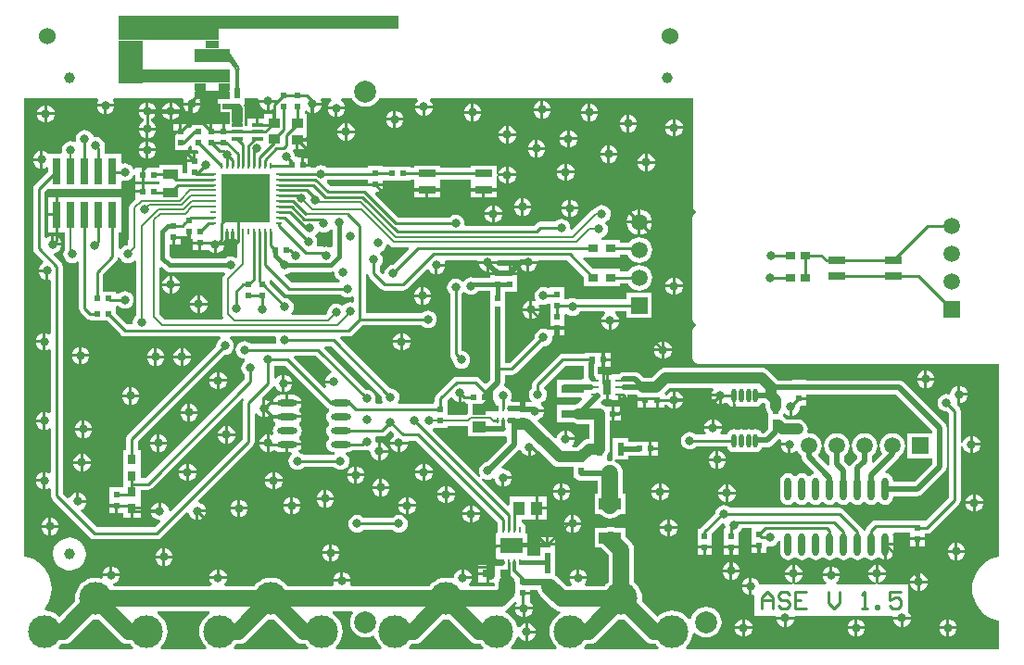
<source format=gtl>
%FSLAX25Y25*%
%MOIN*%
G70*
G01*
G75*
G04 Layer_Physical_Order=1*
G04 Layer_Color=255*
%ADD10R,0.03150X0.05512*%
%ADD11R,0.02559X0.00984*%
%ADD12R,0.02362X0.04528*%
%ADD13O,0.07284X0.02362*%
%ADD14R,0.07874X0.03937*%
%ADD15R,0.17716X0.17716*%
%ADD16O,0.02559X0.00984*%
%ADD17O,0.00984X0.02559*%
%ADD18R,0.03543X0.02953*%
%ADD19R,0.05315X0.03740*%
%ADD20R,0.11811X0.00039*%
%ADD21R,0.01575X0.01575*%
%ADD22R,0.06102X0.02559*%
%ADD23O,0.00984X0.02362*%
%ADD24R,0.08268X0.05512*%
%ADD25O,0.01772X0.05118*%
%ADD26R,0.00984X0.01969*%
%ADD27R,0.05118X0.03937*%
%ADD28R,0.03937X0.03543*%
%ADD29R,0.03937X0.01378*%
%ADD30R,0.02953X0.09449*%
%ADD31O,0.02362X0.08071*%
%ADD32R,0.08071X0.03150*%
%ADD33R,0.03543X0.03150*%
%ADD34R,0.01969X0.02362*%
%ADD35R,0.03150X0.03543*%
%ADD36R,0.02362X0.01969*%
%ADD37R,0.03937X0.05118*%
%ADD38C,0.03937*%
%ADD39C,0.01000*%
%ADD40C,0.01969*%
%ADD41C,0.01181*%
%ADD42C,0.03150*%
%ADD43C,0.05906*%
%ADD44C,0.01575*%
%ADD45C,0.03937*%
%ADD46C,0.02362*%
%ADD47C,0.00787*%
G04:AMPARAMS|DCode=48|XSize=18.11mil|YSize=66.44mil|CornerRadius=0mil|HoleSize=0mil|Usage=FLASHONLY|Rotation=34.500|XOffset=0mil|YOffset=0mil|HoleType=Round|Shape=Rectangle|*
%AMROTATEDRECTD48*
4,1,4,0.01135,-0.03251,-0.02628,0.02225,-0.01135,0.03251,0.02628,-0.02225,0.01135,-0.03251,0.0*
%
%ADD48ROTATEDRECTD48*%

%ADD49R,0.01811X0.07992*%
%ADD50R,0.12598X0.05079*%
%ADD51R,0.12598X0.04764*%
%ADD52R,0.08583X0.15590*%
%ADD53R,1.00709X0.04764*%
%ADD54R,0.36142X0.03937*%
%ADD55R,0.19193X0.05079*%
%ADD56R,0.04724X0.03150*%
%ADD57R,0.03937X0.02913*%
%ADD58R,0.35500X0.02000*%
%ADD59R,0.12728X0.02500*%
%ADD60R,0.03032X0.06303*%
%ADD61R,0.05906X0.05906*%
%ADD62C,0.05906*%
%ADD63R,0.05906X0.05906*%
%ADD64C,0.11811*%
%ADD65C,0.06000*%
%ADD66C,0.02598*%
%ADD67C,0.03150*%
%ADD68C,0.07874*%
G36*
X389366Y268807D02*
X397634D01*
Y268919D01*
X402000D01*
X402668Y269007D01*
X402764Y269047D01*
X403419Y268609D01*
Y267069D01*
X395955Y259605D01*
X395678Y259569D01*
X394912Y259251D01*
X394254Y258746D01*
X393749Y258088D01*
X393431Y257322D01*
X393323Y256500D01*
X393431Y255678D01*
X393749Y254912D01*
X393939Y254664D01*
X393347Y254145D01*
X376638Y270854D01*
X376792Y271626D01*
X377088Y271749D01*
X377123Y271776D01*
X382059D01*
Y272524D01*
X389366D01*
Y268807D01*
D02*
G37*
G36*
X358345Y283163D02*
X358323Y283000D01*
X358432Y282178D01*
X358749Y281412D01*
X358842Y281290D01*
X358494Y280584D01*
X356324D01*
X355887Y281239D01*
X356068Y281678D01*
X356177Y282500D01*
X356068Y283322D01*
X355751Y284088D01*
X355246Y284746D01*
X354588Y285251D01*
X353822Y285568D01*
X353000Y285677D01*
X352836Y285655D01*
X337835Y300657D01*
X338136Y301384D01*
X340124D01*
X358345Y283163D01*
D02*
G37*
G36*
X431013Y290406D02*
X431097Y289769D01*
X431051Y289717D01*
X429749Y289177D01*
X421390D01*
Y282878D01*
X429918D01*
X430219Y282151D01*
X428561Y280492D01*
X428048Y280424D01*
X427317Y280122D01*
X421390D01*
Y273823D01*
X427317D01*
X428048Y273520D01*
X428972Y273399D01*
X433186D01*
Y268003D01*
X432961D01*
X432036Y267881D01*
X431174Y267524D01*
X430434Y266956D01*
X428520Y265042D01*
X427292D01*
X426746Y265754D01*
X427251Y266412D01*
X427568Y267178D01*
X427611Y267500D01*
X424500D01*
Y268000D01*
X424000D01*
Y271111D01*
X423678Y271069D01*
X422912Y270751D01*
X422254Y270246D01*
X421749Y269588D01*
X421431Y268822D01*
X421373Y268377D01*
X420627Y268124D01*
X414468Y274283D01*
X414621Y275055D01*
X415088Y275249D01*
X415746Y275754D01*
X416251Y276412D01*
X416569Y277178D01*
X416611Y277500D01*
X413500D01*
Y278500D01*
X416611D01*
X416569Y278822D01*
X416251Y279588D01*
X415746Y280246D01*
X415642Y280326D01*
X415745Y281107D01*
X416088Y281249D01*
X416746Y281754D01*
X417251Y282412D01*
X417568Y283178D01*
X417677Y284000D01*
X417568Y284822D01*
X417251Y285588D01*
X416746Y286246D01*
X418423Y288431D01*
X424376Y294385D01*
X431013D01*
Y290406D01*
D02*
G37*
G36*
X320428Y304292D02*
X320323Y303500D01*
X320428Y302708D01*
X319908Y302116D01*
X311347D01*
X311246Y302246D01*
X310588Y302751D01*
X309822Y303068D01*
X309000Y303177D01*
X308178Y303068D01*
X307412Y302751D01*
X306754Y302246D01*
X306249Y301588D01*
X305931Y300822D01*
X305823Y300000D01*
X305931Y299178D01*
X306249Y298412D01*
X306754Y297754D01*
X307412Y297249D01*
X308178Y296932D01*
X308968Y296828D01*
X309030Y296595D01*
X309106Y296017D01*
X308754Y295746D01*
X308249Y295088D01*
X307931Y294322D01*
X307823Y293500D01*
X307931Y292678D01*
X308249Y291912D01*
X308754Y291254D01*
X308885Y291153D01*
Y289376D01*
X273374Y253866D01*
X271650D01*
Y257205D01*
Y263898D01*
X270616D01*
Y267124D01*
X301836Y298345D01*
X302000Y298323D01*
X302822Y298431D01*
X303588Y298749D01*
X304246Y299254D01*
X304751Y299912D01*
X305068Y300678D01*
X305177Y301500D01*
X305068Y302322D01*
X304751Y303088D01*
X304246Y303746D01*
X303735Y304139D01*
X303988Y304885D01*
X319908D01*
X320428Y304292D01*
D02*
G37*
G36*
X263615Y333469D02*
X264249Y332912D01*
Y332912D01*
X264249Y332912D01*
X264754Y332254D01*
X265412Y331749D01*
X266178Y331432D01*
X267000Y331323D01*
X267822Y331432D01*
X268588Y331749D01*
X269246Y332254D01*
X269247Y332255D01*
X269993Y332002D01*
Y312430D01*
X269754Y312246D01*
X269249Y311588D01*
X268932Y310822D01*
X268823Y310000D01*
X268862Y309707D01*
X268343Y309116D01*
X266845D01*
X262724Y313236D01*
Y315559D01*
D01*
Y315559D01*
X263050Y315884D01*
X263653D01*
X263754Y315754D01*
X264412Y315249D01*
X265178Y314932D01*
X266000Y314823D01*
X266822Y314932D01*
X267588Y315249D01*
X268246Y315754D01*
X268751Y316412D01*
X269069Y317178D01*
X269177Y318000D01*
X269069Y318822D01*
X268751Y319588D01*
X268246Y320246D01*
X267588Y320751D01*
X266822Y321069D01*
X266000Y321177D01*
X265178Y321069D01*
X264412Y320751D01*
X263754Y320246D01*
X263653Y320115D01*
X262724D01*
Y321059D01*
X258147D01*
Y327124D01*
X262996Y331973D01*
X262996Y331973D01*
X262996Y331973D01*
X263454Y332659D01*
X263615Y333469D01*
D01*
D01*
D02*
G37*
G36*
X361428Y337506D02*
X362080Y337071D01*
X362207Y337046D01*
X362848Y336918D01*
X367898D01*
X368199Y336191D01*
X362664Y330655D01*
X362500Y330677D01*
X361678Y330569D01*
X360912Y330251D01*
X360254Y329746D01*
X359749Y329088D01*
X359432Y328322D01*
X359343Y327648D01*
X358644Y327411D01*
X358588Y327403D01*
X357615Y328376D01*
Y330153D01*
X357746Y330254D01*
X358251Y330912D01*
X358569Y331678D01*
X358677Y332500D01*
X358569Y333322D01*
X358251Y334088D01*
X357759Y334729D01*
X357773Y334782D01*
X358482Y335705D01*
X358588Y335749D01*
X359246Y336254D01*
X359751Y336912D01*
X360068Y337678D01*
X360091Y337845D01*
X360836Y338098D01*
X361428Y337506D01*
D02*
G37*
G36*
X387000Y281389D02*
X387322Y281432D01*
X388088Y281749D01*
X388776Y280853D01*
Y280441D01*
X389366D01*
Y277142D01*
X389033Y276919D01*
X388652Y276539D01*
X382059D01*
Y281224D01*
X382059D01*
X382059Y282067D01*
X383044Y283052D01*
X383749Y282912D01*
X384254Y282254D01*
X384912Y281749D01*
X385678Y281432D01*
X386000Y281389D01*
Y284500D01*
X387000D01*
Y281389D01*
D02*
G37*
G36*
X340215Y292293D02*
X340062Y291521D01*
X339412Y291251D01*
X338754Y290746D01*
X338249Y290088D01*
X337931Y289322D01*
X337889Y289000D01*
X341000D01*
Y288000D01*
X337889D01*
X337931Y287678D01*
X338249Y286912D01*
X338439Y286664D01*
X337847Y286145D01*
X326835Y297157D01*
X327136Y297884D01*
X334624D01*
X340215Y292293D01*
D02*
G37*
G36*
X314296Y390000D02*
X317500D01*
Y389500D01*
X318000D01*
Y386389D01*
X318322Y386432D01*
X319088Y386749D01*
X319735Y387245D01*
X319799Y387213D01*
X320441Y386721D01*
Y385094D01*
X320161D01*
Y381748D01*
X319161D01*
Y385094D01*
X316118D01*
Y383323D01*
X314142D01*
Y381059D01*
X313142D01*
Y383323D01*
X310098D01*
Y380764D01*
X310000D01*
Y380764D01*
X309055D01*
Y382330D01*
X309078Y382500D01*
Y386171D01*
X309121Y386500D01*
X309032Y387178D01*
X308770Y387810D01*
X308619Y388006D01*
X308968Y388713D01*
X309059D01*
Y390500D01*
X313858D01*
X314296Y390000D01*
D02*
G37*
G36*
X323504Y320504D02*
X324190Y320046D01*
X325000Y319884D01*
X343653D01*
X343754Y319754D01*
X344412Y319249D01*
X345178Y318932D01*
X346000Y318823D01*
X346822Y318932D01*
X347588Y319249D01*
X347678Y319318D01*
X348384Y318970D01*
Y317592D01*
X347793Y317072D01*
X347000Y317177D01*
X346178Y317069D01*
X345412Y316751D01*
X344754Y316246D01*
X344663Y316128D01*
X343882Y316025D01*
X343588Y316251D01*
X342822Y316568D01*
X342000Y316677D01*
X341178Y316568D01*
X340412Y316251D01*
X339754Y315746D01*
X339249Y315088D01*
X338931Y314322D01*
X338823Y313500D01*
X338863Y313201D01*
X338243Y312582D01*
X326275D01*
X325806Y313194D01*
X325759Y313288D01*
X326251Y313929D01*
X326569Y314695D01*
X326677Y315517D01*
X326569Y316340D01*
X326251Y317106D01*
X325746Y317764D01*
X325088Y318269D01*
X324322Y318586D01*
X323500Y318694D01*
X323337Y318673D01*
X318059Y323950D01*
Y324920D01*
X318787Y325222D01*
X323504Y320504D01*
D02*
G37*
G36*
X341353Y327775D02*
X341431Y327178D01*
X341749Y326412D01*
X342254Y325754D01*
X342912Y325249D01*
X343018Y325205D01*
X343312Y324822D01*
X342964Y324115D01*
X325876D01*
X323403Y326588D01*
X323411Y326644D01*
X323648Y327343D01*
X324322Y327432D01*
X325088Y327749D01*
X325535Y328092D01*
X340000D01*
X340713Y328233D01*
X341353Y327775D01*
D02*
G37*
G36*
X280297Y328797D02*
X281078Y328275D01*
X281078Y328275D01*
X281078Y328275D01*
D01*
X281078Y328275D01*
X281078Y328275D01*
X282000Y328092D01*
X301724D01*
X302010Y327401D01*
X302013Y327352D01*
X301581Y326919D01*
X301146Y326268D01*
X300993Y325500D01*
Y313000D01*
X300993Y313000D01*
X300993D01*
X301146Y312232D01*
X301500Y311701D01*
X301129Y311007D01*
X280331D01*
X278507Y312831D01*
Y329558D01*
X279235Y329859D01*
X280297Y328797D01*
D02*
G37*
G36*
X414339Y213568D02*
X414795Y212467D01*
X415521Y211521D01*
X419771Y207271D01*
X420717Y206545D01*
X421818Y206089D01*
X422428Y206009D01*
X422569Y205234D01*
X422017Y204939D01*
X420878Y204004D01*
X419943Y202865D01*
X419249Y201565D01*
X418821Y200155D01*
X418676Y198689D01*
X418821Y197223D01*
X419249Y195812D01*
X419943Y194513D01*
X420878Y193374D01*
X421276Y193048D01*
X421010Y192306D01*
X404990D01*
X404725Y193048D01*
X405122Y193374D01*
X406057Y194513D01*
X406751Y195812D01*
X406989Y196597D01*
X407438Y196783D01*
X407797Y196848D01*
X408254Y196254D01*
X408912Y195749D01*
X409678Y195431D01*
X410000Y195389D01*
Y198500D01*
Y201611D01*
X409678Y201569D01*
X408912Y201251D01*
X408254Y200746D01*
X407880Y200259D01*
X407105Y200400D01*
X406751Y201565D01*
X406057Y202865D01*
X405122Y204004D01*
X403983Y204939D01*
X402796Y205573D01*
X402822Y206089D01*
X402914Y206392D01*
X403283Y206545D01*
X404229Y207271D01*
X404229Y207271D01*
X404229Y207271D01*
X406457Y209499D01*
X407049Y208980D01*
X406749Y208588D01*
X406431Y207822D01*
X406389Y207500D01*
X412611D01*
X412569Y207822D01*
X412251Y208588D01*
X411746Y209246D01*
X411559Y209390D01*
X411559Y209776D01*
X411559D01*
Y212032D01*
X409000D01*
Y213032D01*
X411559D01*
Y213689D01*
X414323D01*
X414339Y213568D01*
D02*
G37*
G36*
X444500Y202983D02*
X445463Y203078D01*
X453082Y195460D01*
X453082Y195460D01*
X454028Y194734D01*
X455129Y194278D01*
X456311Y194122D01*
X456878D01*
X457492Y193374D01*
X457890Y193048D01*
X457624Y192306D01*
X431376D01*
X431110Y193048D01*
X431508Y193374D01*
X432122Y194122D01*
X432689D01*
X433871Y194278D01*
X434972Y194734D01*
X435918Y195460D01*
X443537Y203078D01*
X444500Y202983D01*
D02*
G37*
G36*
X348029Y205227D02*
X347685Y204780D01*
X347130Y203439D01*
X346941Y202000D01*
X347130Y200561D01*
X347685Y199220D01*
X348569Y198069D01*
X349720Y197185D01*
X351061Y196630D01*
X352500Y196441D01*
X353939Y196630D01*
X355229Y197164D01*
X355334Y197115D01*
X356193Y195995D01*
X356249Y195812D01*
X356943Y194513D01*
X357878Y193374D01*
X358276Y193048D01*
X358010Y192306D01*
X341990D01*
X341724Y193048D01*
X342122Y193374D01*
X343057Y194513D01*
X343751Y195812D01*
X344179Y197223D01*
X344324Y198689D01*
X344179Y200155D01*
X343751Y201565D01*
X343057Y202865D01*
X342122Y204004D01*
X340983Y204939D01*
X340551Y205170D01*
X340742Y205933D01*
X347681D01*
X348029Y205227D01*
D02*
G37*
G36*
X381500Y202983D02*
X382463Y203078D01*
X390082Y195460D01*
X390082Y195460D01*
X391028Y194734D01*
X392129Y194278D01*
X393311Y194122D01*
X393878D01*
X394492Y193374D01*
X394890Y193048D01*
X394624Y192306D01*
X368376D01*
X368110Y193048D01*
X368508Y193374D01*
X369122Y194122D01*
X369689D01*
X370871Y194278D01*
X371972Y194734D01*
X372918Y195460D01*
X372918Y195460D01*
X372918Y195460D01*
X380537Y203078D01*
X381500Y202983D01*
D02*
G37*
G36*
X340592Y343130D02*
Y337251D01*
X339937Y336814D01*
X339322Y337069D01*
X338500Y337177D01*
X337713Y337073D01*
X337500Y337116D01*
X335337D01*
X334900Y337770D01*
X335068Y338178D01*
X335177Y339000D01*
X335068Y339822D01*
X334751Y340588D01*
X334525Y340882D01*
X334628Y341663D01*
X334746Y341754D01*
X335251Y342412D01*
X335254Y342419D01*
X335981Y342720D01*
X336678Y342431D01*
X337500Y342323D01*
X338322Y342431D01*
X339088Y342749D01*
X339746Y343254D01*
X339846Y343384D01*
X340592Y343130D01*
D02*
G37*
G36*
X318500Y202983D02*
X319463Y203078D01*
X327082Y195460D01*
X327082Y195460D01*
X328028Y194734D01*
X329129Y194278D01*
X330311Y194122D01*
X330878D01*
X331492Y193374D01*
X331890Y193048D01*
X331624Y192306D01*
X305376D01*
X305110Y193048D01*
X305508Y193374D01*
X306122Y194122D01*
X306689D01*
X307871Y194278D01*
X308972Y194734D01*
X309918Y195460D01*
X317537Y203078D01*
X318500Y202983D01*
D02*
G37*
G36*
X470288Y351524D02*
X470288Y351524D01*
X470288D01*
X470426Y350832D01*
X470817Y350246D01*
X471257Y349953D01*
Y349165D01*
X470817Y348872D01*
X470779Y348815D01*
X470723Y348777D01*
X470331Y348191D01*
X470194Y347500D01*
Y311000D01*
X470194Y311000D01*
X470194D01*
X470331Y310309D01*
X470723Y309723D01*
X471215Y309394D01*
Y308606D01*
X470723Y308277D01*
X470331Y307691D01*
X470194Y307000D01*
Y296799D01*
X470331Y296108D01*
X470723Y295522D01*
X471309Y295130D01*
X472000Y294993D01*
X580524D01*
Y225630D01*
X580508Y225629D01*
X578731Y225202D01*
X577042Y224502D01*
X575483Y223547D01*
X574093Y222360D01*
X572906Y220970D01*
X571950Y219411D01*
X571251Y217722D01*
X570824Y215945D01*
X570681Y214122D01*
X570824Y212300D01*
X571251Y210522D01*
X571950Y208833D01*
X572906Y207274D01*
X574093Y205884D01*
X575483Y204697D01*
X577042Y203742D01*
X578731Y203042D01*
X580508Y202615D01*
X580524Y202614D01*
X580524Y202614D01*
X580524Y202614D01*
D01*
Y192306D01*
X467990D01*
X467725Y193048D01*
X468122Y193374D01*
X469057Y194513D01*
X469751Y195812D01*
X470179Y197223D01*
X470249Y197934D01*
X471006Y198150D01*
X471069Y198069D01*
X472220Y197185D01*
X473561Y196630D01*
X475000Y196441D01*
X476439Y196630D01*
X477780Y197185D01*
X478931Y198069D01*
X479815Y199220D01*
X480370Y200561D01*
X480559Y202000D01*
X480370Y203439D01*
X479815Y204780D01*
X478931Y205931D01*
X477780Y206815D01*
X476439Y207370D01*
X475000Y207559D01*
X473561Y207370D01*
X472220Y206815D01*
X471069Y205931D01*
X470185Y204780D01*
X469630Y203439D01*
X469615Y203324D01*
X468858Y203108D01*
X468122Y204004D01*
X466983Y204939D01*
X465684Y205633D01*
X464274Y206061D01*
X462807Y206206D01*
X461341Y206061D01*
X459931Y205633D01*
X458631Y204939D01*
X457492Y204004D01*
X457456Y204002D01*
X451922Y209537D01*
X452016Y210500D01*
X451872Y211966D01*
X451444Y213376D01*
X450750Y214676D01*
X449815Y215815D01*
X449067Y216429D01*
Y228000D01*
X448911Y229182D01*
X448455Y230283D01*
X447729Y231229D01*
X446012Y232946D01*
Y235941D01*
X442463D01*
X441932Y236161D01*
X440750Y236317D01*
X439568Y236161D01*
X439037Y235941D01*
X434988D01*
Y228854D01*
X437265D01*
X437521Y228521D01*
X439933Y226108D01*
Y216429D01*
X439185Y215815D01*
X438571Y215067D01*
X431774D01*
X431314Y215666D01*
X431261Y215773D01*
X431751Y216412D01*
X432068Y217178D01*
X432111Y217500D01*
X425889D01*
X425932Y217178D01*
X426249Y216412D01*
X426739Y215773D01*
X426686Y215666D01*
X426227Y215067D01*
X424892D01*
X421979Y217979D01*
X421033Y218705D01*
X420559Y218901D01*
Y220301D01*
X420581Y220468D01*
Y223500D01*
Y226031D01*
X420559Y226199D01*
Y227213D01*
Y229468D01*
X415441D01*
Y227213D01*
Y226199D01*
X415419Y226031D01*
Y226003D01*
X410709D01*
Y229000D01*
X399291D01*
Y225169D01*
X399495D01*
X399995Y224561D01*
X399940Y224284D01*
Y222905D01*
X399730Y222650D01*
X396949D01*
Y219500D01*
Y216350D01*
X398581D01*
X398933Y215949D01*
Y215067D01*
X390273D01*
X389814Y215666D01*
X389761Y215773D01*
X390251Y216412D01*
X390568Y217178D01*
X390611Y217500D01*
X387500D01*
Y218000D01*
X387000D01*
Y221111D01*
X386678Y221069D01*
X385912Y220751D01*
X385254Y220246D01*
X384749Y219588D01*
X384432Y218822D01*
X384334Y218085D01*
X384172Y217980D01*
X383083Y217837D01*
X382966Y217872D01*
X381500Y218017D01*
X380034Y217872D01*
X378624Y217444D01*
X377324Y216750D01*
X376185Y215815D01*
X375571Y215067D01*
X347317D01*
X346880Y215721D01*
X347069Y216178D01*
X347111Y216500D01*
X340889D01*
X340932Y216178D01*
X341121Y215721D01*
X340683Y215067D01*
X324429D01*
X323815Y215815D01*
X322676Y216750D01*
X321376Y217444D01*
X319966Y217872D01*
X318500Y218017D01*
X317034Y217872D01*
X315624Y217444D01*
X314324Y216750D01*
X313185Y215815D01*
X312571Y215067D01*
X302274D01*
X301814Y215666D01*
X301761Y215773D01*
X302251Y216412D01*
X302569Y217178D01*
X302611Y217500D01*
X296389D01*
X296431Y217178D01*
X296749Y216412D01*
X297239Y215773D01*
X297186Y215666D01*
X296726Y215067D01*
X261999D01*
X261556Y215718D01*
X261630Y215906D01*
X261822Y215932D01*
X262588Y216249D01*
X263246Y216754D01*
X263751Y217412D01*
X264069Y218178D01*
X264111Y218500D01*
X257889D01*
X257919Y218275D01*
X257318Y217765D01*
X256966Y217872D01*
X255500Y218017D01*
X254034Y217872D01*
X252624Y217444D01*
X251324Y216750D01*
X250185Y215815D01*
X249250Y214676D01*
X248556Y213376D01*
X248128Y211966D01*
X247984Y210500D01*
X248078Y209537D01*
X242544Y204002D01*
X242508Y204004D01*
X241369Y204939D01*
X240069Y205633D01*
X238659Y206061D01*
X237412Y206184D01*
X237118Y206914D01*
X237425Y207274D01*
X238380Y208833D01*
X239080Y210522D01*
X239507Y212300D01*
X239650Y214122D01*
X239507Y215945D01*
X239080Y217722D01*
X238380Y219411D01*
X237425Y220970D01*
X236238Y222360D01*
X234848Y223547D01*
X233289Y224502D01*
X231600Y225202D01*
X229822Y225629D01*
X229806Y225630D01*
Y390500D01*
X256058D01*
X256406Y389794D01*
X256249Y389588D01*
X255931Y388822D01*
X255889Y388500D01*
X262111D01*
X262069Y388822D01*
X261751Y389588D01*
X261594Y389794D01*
X261942Y390500D01*
X286711D01*
X287148Y389845D01*
X286931Y389322D01*
X286889Y389000D01*
X293111D01*
X293069Y389322D01*
X292852Y389845D01*
X293289Y390500D01*
X299441D01*
Y388713D01*
X300386D01*
Y387690D01*
X300354Y387531D01*
X300386Y387372D01*
Y385720D01*
X303614D01*
D01*
X303614D01*
X303836Y385499D01*
Y382500D01*
X303858Y382330D01*
Y381224D01*
X302000D01*
Y378468D01*
X301000D01*
Y381224D01*
X297500D01*
Y378468D01*
X296500D01*
Y381224D01*
X294441D01*
Y381224D01*
X289941D01*
Y380277D01*
X289473Y379964D01*
X289286Y379778D01*
X288559Y380080D01*
Y381224D01*
X286500D01*
Y378468D01*
X286000D01*
Y377969D01*
X283441D01*
Y375713D01*
Y371776D01*
X288559D01*
Y373067D01*
X289213Y373722D01*
X289941Y373421D01*
Y371776D01*
X292013D01*
X292451Y371121D01*
X292287Y370724D01*
X291500D01*
Y367969D01*
X291000D01*
Y367469D01*
X288441D01*
Y365213D01*
Y363505D01*
X286732D01*
Y366693D01*
X278268D01*
Y365559D01*
X273031D01*
Y363000D01*
Y360441D01*
X278268D01*
Y359803D01*
Y359559D01*
X273031D01*
Y357000D01*
X272532D01*
Y356500D01*
X269776D01*
Y354441D01*
X269776Y354441D01*
X269776D01*
X269812Y354352D01*
X268081Y352620D01*
X267646Y351969D01*
X267493Y351201D01*
Y341421D01*
X267000Y337677D01*
X266178Y337568D01*
X265412Y337251D01*
X264754Y336746D01*
X264361Y336235D01*
X263615Y336488D01*
Y342327D01*
X264551D01*
Y354925D01*
X242000D01*
Y348626D01*
Y342327D01*
X244493D01*
Y336406D01*
X244249Y336088D01*
X243932Y335322D01*
X243823Y334500D01*
X243932Y333678D01*
X244249Y332912D01*
X244754Y332254D01*
X245412Y331749D01*
X246178Y331432D01*
X247000Y331323D01*
X247822Y331432D01*
X248588Y331749D01*
X248678Y331818D01*
X249384Y331470D01*
Y315000D01*
X249384Y315000D01*
X249384D01*
X249546Y314191D01*
X250004Y313504D01*
X252004Y311504D01*
X252690Y311046D01*
X253276Y310929D01*
Y310441D01*
X259536D01*
X264473Y305504D01*
X265159Y305046D01*
X265968Y304885D01*
X300012D01*
X300265Y304139D01*
X299754Y303746D01*
X299249Y303088D01*
X298932Y302322D01*
X298823Y301500D01*
X298845Y301337D01*
X267004Y269496D01*
X266546Y268810D01*
X266385Y268000D01*
Y263898D01*
X265350D01*
Y257205D01*
Y251102D01*
Y250724D01*
X260441D01*
Y245213D01*
Y244531D01*
X263000D01*
Y244032D01*
X263500D01*
Y241276D01*
X265350D01*
Y239602D01*
X268000D01*
Y242949D01*
X268500D01*
Y243449D01*
X271650D01*
Y245705D01*
Y249635D01*
X274250D01*
X275060Y249796D01*
X275746Y250254D01*
X308211Y282719D01*
X308820Y282220D01*
X308546Y281809D01*
X308384Y281000D01*
Y267876D01*
X282412Y241903D01*
X282356Y241911D01*
X281657Y242148D01*
X281569Y242822D01*
X281251Y243588D01*
X280746Y244246D01*
X280088Y244751D01*
X279322Y245069D01*
X279000Y245111D01*
Y242000D01*
X278500D01*
Y241500D01*
X275389D01*
X275431Y241178D01*
X275749Y240412D01*
X276254Y239754D01*
X276912Y239249D01*
X277678Y238931D01*
X278352Y238843D01*
X278589Y238144D01*
X278597Y238088D01*
X276624Y236116D01*
X255876D01*
X250138Y241854D01*
X250292Y242626D01*
X250588Y242749D01*
X251246Y243254D01*
X251751Y243912D01*
X252068Y244678D01*
X252111Y245000D01*
X249000D01*
Y245500D01*
X248500D01*
Y248611D01*
X248178Y248569D01*
X247412Y248251D01*
X246754Y247746D01*
X246249Y247088D01*
X246126Y246792D01*
X245354Y246638D01*
X243616Y248376D01*
Y330000D01*
X243454Y330809D01*
X242996Y331496D01*
X240336Y334155D01*
X240590Y334901D01*
X240822Y334931D01*
X241588Y335249D01*
X242246Y335754D01*
X242751Y336412D01*
X243069Y337178D01*
X243111Y337500D01*
X240000D01*
Y338000D01*
X239500D01*
Y341111D01*
X239178Y341069D01*
X238412Y340751D01*
X237822Y340299D01*
X237441Y340486D01*
X237116Y340736D01*
Y356998D01*
X238268Y358150D01*
X238449Y358075D01*
Y358075D01*
X238449Y358075D01*
X264551D01*
Y360513D01*
X265178Y360931D01*
X266000Y360823D01*
X266822Y360931D01*
X267588Y361249D01*
X268246Y361754D01*
X268751Y362412D01*
X269003Y363020D01*
X269776Y362867D01*
Y360441D01*
X272031D01*
Y363000D01*
Y365559D01*
X269776D01*
Y365133D01*
X269003Y364980D01*
X268751Y365588D01*
X268246Y366246D01*
X267588Y366751D01*
X266822Y367069D01*
X266000Y367177D01*
X265178Y367069D01*
X264551Y367487D01*
Y370673D01*
X258615D01*
Y372500D01*
X258600Y372577D01*
X258573Y372713D01*
X258677Y373500D01*
X258569Y374322D01*
X258251Y375088D01*
X257746Y375746D01*
X257088Y376251D01*
X256322Y376569D01*
X255500Y376677D01*
X254678Y376569D01*
X254569Y376822D01*
Y376822D01*
X254569Y376822D01*
X254251Y377588D01*
X253746Y378246D01*
X253088Y378751D01*
X252322Y379068D01*
X251500Y379177D01*
X250678Y379068D01*
X249912Y378751D01*
X249254Y378246D01*
X248749Y377588D01*
X248431Y376822D01*
X248323Y376000D01*
X248408Y375357D01*
X247873Y374946D01*
X247745Y374893D01*
X247322Y375068D01*
X246500Y375177D01*
X245678Y375068D01*
X244912Y374751D01*
X244254Y374246D01*
X243749Y373588D01*
X243431Y372822D01*
X243323Y372000D01*
X243420Y371265D01*
X242901Y370673D01*
X238449D01*
X238449Y370673D01*
Y370673D01*
X238333Y370634D01*
X238246Y370746D01*
X237588Y371251D01*
X236822Y371568D01*
X236500Y371611D01*
Y368500D01*
Y365389D01*
X236822Y365431D01*
X237588Y365749D01*
X237743Y365867D01*
X238449Y365519D01*
Y364315D01*
X233504Y359370D01*
X233046Y358684D01*
X232885Y357874D01*
Y336500D01*
X232885Y336500D01*
X232885D01*
X233046Y335690D01*
X233504Y335004D01*
X236552Y331956D01*
X236412Y331251D01*
X235754Y330746D01*
X235249Y330088D01*
X234931Y329322D01*
X234889Y329000D01*
X238000D01*
Y328500D01*
X238500D01*
Y325389D01*
X238792Y325428D01*
X239385Y324908D01*
Y306030D01*
X238678Y305682D01*
X238588Y305751D01*
X237822Y306068D01*
X237500Y306111D01*
Y303000D01*
Y299889D01*
X237822Y299932D01*
X238588Y300249D01*
X238678Y300318D01*
X239385Y299970D01*
Y277530D01*
X238678Y277182D01*
X238588Y277251D01*
X237822Y277569D01*
X237500Y277611D01*
Y274500D01*
Y271389D01*
X237822Y271431D01*
X238588Y271749D01*
X238678Y271818D01*
X239385Y271470D01*
Y256030D01*
X238678Y255682D01*
X238588Y255751D01*
X237822Y256068D01*
X237500Y256111D01*
Y253000D01*
Y249889D01*
X237822Y249932D01*
X238588Y250249D01*
X238678Y250318D01*
X239385Y249970D01*
Y247500D01*
X239546Y246691D01*
X240004Y246004D01*
X253504Y232504D01*
X253504Y232504D01*
X253504D01*
X253504Y232504D01*
X253504D01*
X253504Y232504D01*
Y232504D01*
Y232504D01*
D01*
D01*
X253504D01*
Y232504D01*
X254190Y232046D01*
X255000Y231885D01*
X277500D01*
X278309Y232046D01*
X278996Y232504D01*
X288155Y241664D01*
X288901Y241410D01*
X288931Y241178D01*
X289249Y240412D01*
X289754Y239754D01*
X290412Y239249D01*
X291178Y238931D01*
X291500Y238889D01*
Y242000D01*
X292000D01*
Y242500D01*
X295111D01*
X295069Y242822D01*
X294751Y243588D01*
X294246Y244246D01*
X293588Y244751D01*
X292822Y245069D01*
X292590Y245099D01*
X292337Y245845D01*
X311996Y265504D01*
X311996Y265504D01*
X311996Y265504D01*
X312454Y266191D01*
X312615Y267000D01*
Y277012D01*
X313361Y277265D01*
X313754Y276754D01*
X314412Y276249D01*
X315178Y275932D01*
X315500Y275889D01*
Y279000D01*
Y282502D01*
X315333Y282841D01*
X318996Y286504D01*
X319282Y286932D01*
X320065Y286855D01*
X320249Y286412D01*
X320754Y285754D01*
X321412Y285249D01*
X322178Y284931D01*
X322500Y284889D01*
Y288000D01*
Y291111D01*
X322178Y291069D01*
X321412Y290751D01*
X320754Y290246D01*
X320361Y289735D01*
X319616Y289988D01*
Y294153D01*
X319746Y294254D01*
X319847Y294385D01*
X323624D01*
X338504Y279504D01*
X338504D01*
X338504Y279504D01*
X338504D01*
X338504Y279504D01*
Y279504D01*
X338504Y279504D01*
Y279504D01*
X339191Y279046D01*
X339215Y279041D01*
X339219Y279034D01*
X339403Y278894D01*
Y278106D01*
X339219Y277965D01*
X338778Y277390D01*
X338500Y276719D01*
X338405Y276000D01*
X338500Y275281D01*
X338778Y274610D01*
X339219Y274035D01*
X339403Y273894D01*
Y273106D01*
X339219Y272966D01*
X338778Y272390D01*
X338500Y271719D01*
X338405Y271000D01*
X338500Y270281D01*
X338778Y269610D01*
X339219Y269035D01*
X339403Y268894D01*
Y268106D01*
X339219Y267966D01*
X338778Y267390D01*
X338500Y266719D01*
X338405Y266000D01*
X338500Y265281D01*
X338778Y264610D01*
X339219Y264035D01*
X339795Y263593D01*
X340466Y263315D01*
X341185Y263220D01*
X341298D01*
X341456Y262755D01*
X340997Y262116D01*
X330347D01*
X330246Y262246D01*
X329588Y262751D01*
X328822Y263069D01*
X328732Y263080D01*
X328528Y263841D01*
X328781Y264035D01*
X329222Y264610D01*
X329500Y265281D01*
X329529Y265500D01*
X324854D01*
Y263220D01*
X325798D01*
X326051Y262475D01*
X325754Y262246D01*
X325249Y261588D01*
X324932Y260822D01*
X324823Y260000D01*
X324932Y259178D01*
X325249Y258412D01*
X325754Y257754D01*
X326412Y257249D01*
X327178Y256931D01*
X328000Y256823D01*
X328822Y256931D01*
X329588Y257249D01*
X330246Y257754D01*
X330347Y257885D01*
X341153D01*
X341254Y257754D01*
X341912Y257249D01*
X342678Y256931D01*
X343500Y256823D01*
X344322Y256931D01*
X345088Y257249D01*
X345746Y257754D01*
X346251Y258412D01*
X346568Y259178D01*
X346677Y260000D01*
X346568Y260822D01*
X346251Y261588D01*
X345746Y262246D01*
X345449Y262475D01*
X345702Y263220D01*
X346106D01*
X346826Y263315D01*
X347496Y263593D01*
X347877Y263884D01*
X351500D01*
X352034Y263991D01*
X352178Y263931D01*
X353000Y263823D01*
X353707Y263916D01*
X354331Y263437D01*
X354432Y262678D01*
X354749Y261912D01*
X355254Y261254D01*
X355912Y260749D01*
X356678Y260432D01*
X357000Y260389D01*
Y263500D01*
Y266611D01*
X356793Y266584D01*
X356169Y267063D01*
X356068Y267822D01*
X355900Y268230D01*
X356337Y268884D01*
X358500D01*
X359310Y269046D01*
X359996Y269504D01*
X361336Y270845D01*
X361500Y270823D01*
X361664Y270845D01*
X362685Y269823D01*
X362633Y269038D01*
X362254Y268746D01*
X361749Y268088D01*
X361432Y267322D01*
X361389Y267000D01*
X367820D01*
X368157Y267385D01*
X370624D01*
X399932Y238076D01*
Y235405D01*
X399940Y235365D01*
Y234717D01*
X399995Y234439D01*
X399495Y233831D01*
X399291D01*
Y230000D01*
X410709D01*
Y233831D01*
X410505D01*
X410005Y234439D01*
X410060Y234717D01*
Y236094D01*
X409900Y236901D01*
X409443Y237585D01*
X408759Y238041D01*
X408553Y238083D01*
X408630Y238866D01*
X413650D01*
Y243000D01*
Y247134D01*
X404307D01*
Y244213D01*
X403580Y243912D01*
X394145Y253347D01*
X394664Y253939D01*
X394912Y253749D01*
X395678Y253432D01*
X396500Y253323D01*
X397322Y253432D01*
X398088Y253749D01*
X398161Y253805D01*
X398889Y253503D01*
X398932Y253178D01*
X399249Y252412D01*
X399754Y251754D01*
X400412Y251249D01*
X401178Y250932D01*
X401500Y250889D01*
Y254000D01*
X402000D01*
Y254500D01*
X405111D01*
X405068Y254822D01*
X404751Y255588D01*
X404246Y256246D01*
X403588Y256751D01*
X402822Y257068D01*
X402000Y257177D01*
X401863Y257159D01*
X401515Y257865D01*
X407754Y264103D01*
X407976Y264059D01*
X408716Y263491D01*
X408749Y263412D01*
X409254Y262754D01*
X409912Y262249D01*
X410678Y261931D01*
X411000Y261889D01*
Y265000D01*
X412000D01*
Y261889D01*
X412322Y261931D01*
X413088Y262249D01*
X413746Y262754D01*
X414251Y263412D01*
X414267Y263450D01*
X415039Y263603D01*
X419701Y258941D01*
X419701Y258941D01*
X420441Y258373D01*
X421303Y258016D01*
X422228Y257895D01*
X427441D01*
Y257713D01*
Y255739D01*
X427419Y255571D01*
X427441Y255403D01*
Y253776D01*
X428152D01*
X428175Y253746D01*
X428709Y253335D01*
X429332Y253078D01*
X430000Y252990D01*
X435933D01*
Y248146D01*
X434988D01*
Y241059D01*
X436983D01*
X437271Y240684D01*
X438217Y239959D01*
X439318Y239502D01*
X440500Y239347D01*
X441682Y239502D01*
X442783Y239959D01*
X443729Y240684D01*
X444017Y241059D01*
X446012D01*
Y248146D01*
X445067D01*
Y255571D01*
X444911Y256753D01*
X444455Y257854D01*
X443729Y258800D01*
X443256Y259163D01*
Y259409D01*
X442935D01*
X442783Y259526D01*
X442077Y259818D01*
X442153Y260199D01*
X442153D01*
X442205Y260462D01*
D01*
X442231Y260591D01*
X446996D01*
Y261848D01*
X450961D01*
X451629Y261936D01*
X451641Y261941D01*
X454468D01*
Y264500D01*
Y267059D01*
X451199D01*
X451031Y267081D01*
X450864Y267059D01*
X448276D01*
Y267010D01*
X446996D01*
Y268268D01*
X441484D01*
Y260739D01*
X441484D01*
Y260605D01*
X441471Y260593D01*
X441471Y260593D01*
X440892Y260086D01*
X440500Y260138D01*
X440108Y260086D01*
X439516Y260605D01*
Y262200D01*
X439855Y262642D01*
X440212Y263504D01*
X440334Y264429D01*
Y274441D01*
X440969D01*
Y277000D01*
Y279559D01*
X439209D01*
X439171Y279588D01*
X438547Y280067D01*
X437685Y280424D01*
X437393Y280463D01*
X437140Y281209D01*
X437521Y281590D01*
X437739Y281874D01*
X438024D01*
Y282169D01*
X439000D01*
Y286500D01*
Y290831D01*
X438024D01*
Y291126D01*
X436478D01*
X436325Y291325D01*
X436176Y291475D01*
Y293941D01*
X437468D01*
Y296500D01*
Y299059D01*
X431276D01*
Y298616D01*
X423500D01*
X422690Y298454D01*
X422004Y297996D01*
X413004Y288996D01*
X412546Y288310D01*
X412385Y287500D01*
Y286347D01*
X412254Y286246D01*
X411749Y285588D01*
X411432Y284822D01*
X411323Y284000D01*
X411432Y283178D01*
X411749Y282412D01*
X412254Y281754D01*
X412358Y281674D01*
X412324Y281419D01*
X411562Y281221D01*
X411559Y281224D01*
Y281224D01*
X409500D01*
Y278468D01*
X408500D01*
Y281224D01*
X406441D01*
Y281224D01*
X406201D01*
X406035Y281390D01*
Y281390D01*
X405244D01*
X404806Y282045D01*
X405068Y282678D01*
X405177Y283500D01*
X405068Y284322D01*
X404751Y285088D01*
X404246Y285746D01*
X403588Y286251D01*
X402822Y286568D01*
X402816Y286569D01*
X402423Y287251D01*
X402525Y287497D01*
X402613Y288165D01*
Y291081D01*
X405197D01*
X406006Y291242D01*
X406693Y291701D01*
X416336Y301345D01*
X416500Y301323D01*
X417322Y301431D01*
X418088Y301749D01*
X418746Y302254D01*
X419251Y302912D01*
X419568Y303678D01*
X419677Y304500D01*
X419653Y304684D01*
X420172Y305276D01*
X421000D01*
Y307531D01*
X418941D01*
Y307487D01*
X418235Y307139D01*
X418088Y307251D01*
X417322Y307569D01*
X416500Y307677D01*
X415678Y307569D01*
X414912Y307251D01*
X414254Y306746D01*
X413749Y306088D01*
X413432Y305322D01*
X413323Y304500D01*
X413345Y304337D01*
X404321Y295312D01*
X402581D01*
Y314531D01*
X402559Y314699D01*
Y315713D01*
Y320776D01*
X407059D01*
Y324713D01*
Y326969D01*
X404500D01*
Y327468D01*
X404000D01*
Y330224D01*
X400106D01*
X399587Y330816D01*
X399611Y331000D01*
X397000D01*
Y328237D01*
X397306Y327969D01*
X400000D01*
Y326969D01*
X397441D01*
Y325940D01*
X391633D01*
X391322Y326068D01*
X390500Y326177D01*
X389678Y326068D01*
X388912Y325751D01*
X388254Y325246D01*
X387749Y324588D01*
D01*
X387246Y324746D01*
X386588Y325251D01*
X385822Y325569D01*
X385000Y325677D01*
X384178Y325569D01*
X383412Y325251D01*
X382754Y324746D01*
X382249Y324088D01*
X381931Y323322D01*
X381823Y322500D01*
X381931Y321678D01*
X382249Y320912D01*
X382754Y320254D01*
X382885Y320153D01*
Y298500D01*
X383046Y297691D01*
X383504Y297004D01*
X383845Y296663D01*
X383823Y296500D01*
X383931Y295678D01*
X384249Y294912D01*
X384754Y294254D01*
X385412Y293749D01*
X386178Y293431D01*
X387000Y293323D01*
X387822Y293431D01*
X388588Y293749D01*
X389246Y294254D01*
X389751Y294912D01*
X390069Y295678D01*
X390177Y296500D01*
X390069Y297322D01*
X389751Y298088D01*
X389246Y298746D01*
X388588Y299251D01*
X387822Y299569D01*
X387116Y299662D01*
Y320153D01*
X387246Y320254D01*
X387751Y320912D01*
X387751D01*
D01*
X388254Y320754D01*
X388912Y320249D01*
X389678Y319932D01*
X390500Y319823D01*
X391322Y319932D01*
X392088Y320249D01*
X392746Y320754D01*
X393030Y321123D01*
X397441D01*
Y320776D01*
Y315713D01*
Y314699D01*
X397419Y314531D01*
Y293197D01*
X397450Y292957D01*
Y289234D01*
X396157Y287941D01*
X395370D01*
X393565Y289746D01*
X392879Y290204D01*
X392069Y290366D01*
X385250D01*
X384440Y290204D01*
X383754Y289746D01*
X378004Y283996D01*
X377546Y283310D01*
X377385Y282500D01*
Y281224D01*
X376941D01*
Y280584D01*
X364506D01*
X364158Y281290D01*
X364251Y281412D01*
X364568Y282178D01*
X364677Y283000D01*
X364568Y283822D01*
X364251Y284588D01*
X363746Y285246D01*
X363088Y285751D01*
X362322Y286069D01*
X361500Y286177D01*
X361336Y286155D01*
X343335Y304157D01*
X343636Y304885D01*
X346500D01*
X347309Y305046D01*
X347996Y305504D01*
X347996Y305504D01*
X347996Y305504D01*
X351376Y308885D01*
X372653D01*
X372754Y308754D01*
X373412Y308249D01*
X374178Y307931D01*
X375000Y307823D01*
X375822Y307931D01*
X376588Y308249D01*
X377246Y308754D01*
X377751Y309412D01*
X378068Y310178D01*
X378177Y311000D01*
X378068Y311822D01*
X377751Y312588D01*
X377246Y313246D01*
X376588Y313751D01*
X375822Y314069D01*
X375000Y314177D01*
X374178Y314069D01*
X373412Y313751D01*
X372754Y313246D01*
X372653Y313116D01*
X352615D01*
Y327350D01*
X353399Y327427D01*
X353546Y326691D01*
X354004Y326004D01*
X358004Y322004D01*
X358004Y322004D01*
X358004D01*
X358004Y322004D01*
X358004D01*
X358004Y322004D01*
Y322004D01*
Y322004D01*
D01*
D01*
X358004D01*
Y322004D01*
X358691Y321546D01*
X359500Y321385D01*
X366000D01*
X366810Y321546D01*
X367496Y322004D01*
X374544Y329052D01*
X375249Y328912D01*
X375754Y328254D01*
X376412Y327749D01*
X377178Y327432D01*
X377500Y327389D01*
Y330500D01*
X378000D01*
Y331000D01*
X381111D01*
X381068Y331322D01*
X380900Y331730D01*
X381337Y332384D01*
X392843D01*
X393180Y332000D01*
X399820D01*
X400157Y332384D01*
X407343D01*
X407680Y332000D01*
X414320D01*
X414657Y332384D01*
X425073D01*
X431102Y326355D01*
Y322850D01*
X443898D01*
Y323885D01*
X446976D01*
X447045Y323717D01*
X447771Y322771D01*
X448717Y322045D01*
X449818Y321589D01*
X451000Y321433D01*
X452182Y321589D01*
X453283Y322045D01*
X454229Y322771D01*
X454955Y323717D01*
X455411Y324818D01*
X455567Y326000D01*
X455411Y327182D01*
X454955Y328283D01*
X454229Y329229D01*
X453283Y329955D01*
X452182Y330411D01*
X451000Y330567D01*
X449818Y330411D01*
X448717Y329955D01*
X447771Y329229D01*
X447045Y328283D01*
X446976Y328116D01*
X443898D01*
Y329150D01*
X434291D01*
X430818Y332623D01*
X431119Y333350D01*
X443898D01*
Y334384D01*
X446769D01*
X447045Y333717D01*
X447771Y332771D01*
X448717Y332045D01*
X449818Y331589D01*
X451000Y331433D01*
X452182Y331589D01*
X453283Y332045D01*
X454229Y332771D01*
X454955Y333717D01*
X455411Y334818D01*
X455567Y336000D01*
X455411Y337182D01*
X454955Y338283D01*
X454229Y339229D01*
X453283Y339955D01*
X452182Y340411D01*
X451000Y340567D01*
X449818Y340411D01*
X448717Y339955D01*
X447771Y339229D01*
X447300Y338615D01*
X443898D01*
Y339650D01*
X437425D01*
X437322Y340431D01*
X438088Y340749D01*
X438746Y341254D01*
X439251Y341912D01*
X439569Y342678D01*
X439677Y343500D01*
X439569Y344322D01*
X439251Y345088D01*
X438746Y345746D01*
X439088Y346249D01*
X439746Y346754D01*
X440251Y347412D01*
X440568Y348178D01*
X440677Y349000D01*
X440568Y349822D01*
X440251Y350588D01*
X439746Y351246D01*
X439088Y351751D01*
X438322Y352068D01*
X437500Y352177D01*
X436678Y352068D01*
X435912Y351751D01*
X435254Y351246D01*
X434993Y350906D01*
X434732Y350854D01*
X434081Y350419D01*
X426818Y343156D01*
X426112Y343504D01*
X426177Y344000D01*
X426068Y344822D01*
X425751Y345588D01*
X425246Y346246D01*
X424588Y346751D01*
X423822Y347069D01*
X423000Y347177D01*
X422178Y347069D01*
X421412Y346751D01*
X420754Y346246D01*
X420653Y346115D01*
X415500D01*
X414690Y345954D01*
X414004Y345496D01*
X413124Y344616D01*
X388657D01*
X388138Y345208D01*
X388177Y345500D01*
X388069Y346322D01*
X387751Y347088D01*
X387246Y347746D01*
X386588Y348251D01*
X385822Y348569D01*
X385000Y348677D01*
X384178Y348569D01*
X383412Y348251D01*
X382754Y347746D01*
X382653Y347616D01*
X364376D01*
X355944Y356048D01*
X356245Y356776D01*
X358559D01*
Y359032D01*
X353041D01*
X352832Y358860D01*
X352112Y359003D01*
X339799D01*
X338571Y360231D01*
X338622Y361017D01*
X338746Y361112D01*
X338847Y361243D01*
X353441D01*
Y360713D01*
Y360032D01*
X358559D01*
Y360713D01*
Y360941D01*
X359276D01*
Y360941D01*
X368724D01*
Y361385D01*
X370039D01*
Y360598D01*
Y358244D01*
X379291D01*
Y360598D01*
Y361337D01*
X390315D01*
Y360598D01*
Y358244D01*
X399567D01*
Y360598D01*
Y362725D01*
X399885Y362746D01*
Y363254D01*
X399567Y363275D01*
Y366307D01*
X390315D01*
Y365568D01*
X379291D01*
Y366307D01*
X370039D01*
Y365615D01*
X368724D01*
Y366059D01*
X359276D01*
Y366059D01*
X358724D01*
X358559Y366224D01*
Y366224D01*
X353441D01*
Y365474D01*
X338847D01*
X338746Y365605D01*
X338088Y366109D01*
X337322Y366427D01*
X336500Y366535D01*
X335678Y366427D01*
X334912Y366109D01*
X334254Y365605D01*
X334153Y365474D01*
X332724D01*
Y366000D01*
X329969D01*
Y366500D01*
X329468D01*
Y369198D01*
X327177Y369500D01*
X327068Y370322D01*
X326751Y371088D01*
X326288Y371691D01*
X326440Y371999D01*
X326746Y372398D01*
X327429D01*
Y375744D01*
X327929D01*
Y376244D01*
X331472D01*
Y378303D01*
Y384996D01*
X330839D01*
X330586Y385742D01*
X331201Y386213D01*
X331265Y386245D01*
X331912Y385749D01*
X332678Y385432D01*
X333000Y385389D01*
Y388500D01*
X333500D01*
Y389000D01*
X336611D01*
X336568Y389322D01*
X336352Y389845D01*
X336789Y390500D01*
X340101D01*
X340412Y389751D01*
X339754Y389246D01*
X339249Y388588D01*
X338931Y387822D01*
X338889Y387500D01*
X345111D01*
X345069Y387822D01*
X344751Y388588D01*
X344246Y389246D01*
X343588Y389751D01*
X343899Y390500D01*
X347570D01*
X347685Y390220D01*
X348569Y389069D01*
X349720Y388185D01*
X351061Y387630D01*
X352500Y387441D01*
X353939Y387630D01*
X355280Y388185D01*
X356431Y389069D01*
X357315Y390220D01*
X357430Y390500D01*
X371011D01*
X371264Y389754D01*
X371254Y389746D01*
X370749Y389088D01*
X370431Y388322D01*
X370389Y388000D01*
X376611D01*
X376569Y388322D01*
X376251Y389088D01*
X375746Y389746D01*
X375736Y389754D01*
X375989Y390500D01*
X470288D01*
Y351524D01*
D02*
G37*
G36*
X307311Y400992D02*
X305500D01*
X306993Y402018D01*
X307311Y400992D01*
D02*
G37*
G36*
X296449Y205170D02*
X296017Y204939D01*
X294878Y204004D01*
X293943Y202865D01*
X293249Y201565D01*
X292821Y200155D01*
X292676Y198689D01*
X292821Y197223D01*
X293249Y195812D01*
X293943Y194513D01*
X294878Y193374D01*
X295275Y193048D01*
X295010Y192306D01*
X278990D01*
X278725Y193048D01*
X279122Y193374D01*
X280057Y194513D01*
X280751Y195812D01*
X281179Y197223D01*
X281324Y198689D01*
X281179Y200155D01*
X280751Y201565D01*
X280057Y202865D01*
X279122Y204004D01*
X277983Y204939D01*
X277551Y205170D01*
X277743Y205933D01*
X296257D01*
X296449Y205170D01*
D02*
G37*
G36*
X255500Y202983D02*
X256463Y203078D01*
X264082Y195460D01*
X264082Y195460D01*
X265028Y194734D01*
X266129Y194278D01*
X267311Y194122D01*
X267878D01*
X268492Y193374D01*
X268890Y193048D01*
X268624Y192306D01*
X242376D01*
X242110Y193048D01*
X242508Y193374D01*
X243122Y194122D01*
X243689D01*
X244871Y194278D01*
X245972Y194734D01*
X246918Y195460D01*
X254537Y203078D01*
X255500Y202983D01*
D02*
G37*
G36*
X305079Y339795D02*
X305385Y339856D01*
X305563Y339975D01*
X305741Y339856D01*
X306509Y339703D01*
Y333435D01*
X305802Y333087D01*
X305588Y333251D01*
X304822Y333569D01*
X304000Y333677D01*
X303178Y333569D01*
X302412Y333251D01*
X301965Y332909D01*
X282998D01*
X281908Y333998D01*
Y337776D01*
X283000D01*
Y340531D01*
X284000D01*
Y337776D01*
X286059D01*
Y339776D01*
X286441D01*
Y339776D01*
X288500D01*
Y342531D01*
X289500D01*
Y339776D01*
X290441D01*
Y339713D01*
Y339032D01*
X293000D01*
Y338531D01*
X293500D01*
Y335776D01*
X295559D01*
Y335776D01*
X296237Y335776D01*
X296254Y335754D01*
X296912Y335249D01*
X297678Y334931D01*
X298000Y334889D01*
Y338000D01*
X298500D01*
Y338500D01*
X301611D01*
X301569Y338822D01*
X301400Y339228D01*
X301900Y339837D01*
X302110Y339795D01*
Y342590D01*
X303110D01*
Y339795D01*
X303417Y339856D01*
X303594Y339975D01*
X303772Y339856D01*
X304079Y339795D01*
Y342590D01*
X305079D01*
Y339795D01*
D02*
G37*
%LPC*%
G36*
X361111Y250000D02*
X358500D01*
Y247389D01*
X358822Y247431D01*
X359588Y247749D01*
X360246Y248254D01*
X360751Y248912D01*
X361069Y249678D01*
X361111Y250000D01*
D02*
G37*
G36*
X357500D02*
X354889D01*
X354931Y249678D01*
X355249Y248912D01*
X355754Y248254D01*
X356412Y247749D01*
X357178Y247431D01*
X357500Y247389D01*
Y250000D01*
D02*
G37*
G36*
X382000Y251111D02*
Y248500D01*
X384611D01*
X384569Y248822D01*
X384251Y249588D01*
X383746Y250246D01*
X383088Y250751D01*
X382322Y251068D01*
X382000Y251111D01*
D02*
G37*
G36*
X381000D02*
X380678Y251068D01*
X379912Y250751D01*
X379254Y250246D01*
X378749Y249588D01*
X378432Y248822D01*
X378389Y248500D01*
X381000D01*
Y251111D01*
D02*
G37*
G36*
X322611Y252500D02*
X320000D01*
Y249889D01*
X320322Y249932D01*
X321088Y250249D01*
X321746Y250754D01*
X322251Y251412D01*
X322568Y252178D01*
X322611Y252500D01*
D02*
G37*
G36*
X337500Y249611D02*
X337178Y249569D01*
X336412Y249251D01*
X335754Y248746D01*
X335249Y248088D01*
X334931Y247322D01*
X334889Y247000D01*
X337500D01*
Y249611D01*
D02*
G37*
G36*
X405111Y253500D02*
X402500D01*
Y250889D01*
X402822Y250932D01*
X403588Y251249D01*
X404246Y251754D01*
X404751Y252412D01*
X405068Y253178D01*
X405111Y253500D01*
D02*
G37*
G36*
X338500Y249611D02*
Y247000D01*
X341111D01*
X341069Y247322D01*
X340751Y248088D01*
X340246Y248746D01*
X339588Y249251D01*
X338822Y249569D01*
X338500Y249611D01*
D02*
G37*
G36*
X482000Y251611D02*
X481678Y251569D01*
X480912Y251251D01*
X480254Y250746D01*
X479749Y250088D01*
X479431Y249322D01*
X479389Y249000D01*
X482000D01*
Y251611D01*
D02*
G37*
G36*
X358500Y253611D02*
Y251000D01*
X361111D01*
X361069Y251322D01*
X360751Y252088D01*
X360246Y252746D01*
X359588Y253251D01*
X358822Y253569D01*
X358500Y253611D01*
D02*
G37*
G36*
X459000Y252111D02*
Y249500D01*
X461611D01*
X461568Y249822D01*
X461251Y250588D01*
X460746Y251246D01*
X460088Y251751D01*
X459322Y252068D01*
X459000Y252111D01*
D02*
G37*
G36*
X458000D02*
X457678Y252068D01*
X456912Y251751D01*
X456254Y251246D01*
X455749Y250588D01*
X455432Y249822D01*
X455389Y249500D01*
X458000D01*
Y252111D01*
D02*
G37*
G36*
X423500D02*
Y249500D01*
X426111D01*
X426068Y249822D01*
X425751Y250588D01*
X425246Y251246D01*
X424588Y251751D01*
X423822Y252068D01*
X423500Y252111D01*
D02*
G37*
G36*
X236500Y252500D02*
X233889D01*
X233931Y252178D01*
X234249Y251412D01*
X234754Y250754D01*
X235412Y250249D01*
X236178Y249932D01*
X236500Y249889D01*
Y252500D01*
D02*
G37*
G36*
X422500Y252111D02*
X422178Y252068D01*
X421412Y251751D01*
X420754Y251246D01*
X420249Y250588D01*
X419932Y249822D01*
X419889Y249500D01*
X422500D01*
Y252111D01*
D02*
G37*
G36*
X483000Y251611D02*
Y249000D01*
X485611D01*
X485569Y249322D01*
X485251Y250088D01*
X484746Y250746D01*
X484088Y251251D01*
X483322Y251569D01*
X483000Y251611D01*
D02*
G37*
G36*
X319000Y252500D02*
X316389D01*
X316431Y252178D01*
X316749Y251412D01*
X317254Y250754D01*
X317912Y250249D01*
X318678Y249932D01*
X319000Y249889D01*
Y252500D01*
D02*
G37*
G36*
X357500Y253611D02*
X357178Y253569D01*
X356412Y253251D01*
X355754Y252746D01*
X355249Y252088D01*
X354931Y251322D01*
X354889Y251000D01*
X357500D01*
Y253611D01*
D02*
G37*
G36*
X325500Y247111D02*
X325178Y247069D01*
X324412Y246751D01*
X323754Y246246D01*
X323249Y245588D01*
X322932Y244822D01*
X322889Y244500D01*
X325500D01*
Y247111D01*
D02*
G37*
G36*
X417693Y247134D02*
X414650D01*
Y243500D01*
X417693D01*
Y247134D01*
D02*
G37*
G36*
X326500Y247111D02*
Y244500D01*
X329111D01*
X329068Y244822D01*
X328751Y245588D01*
X328246Y246246D01*
X327588Y246751D01*
X326822Y247069D01*
X326500Y247111D01*
D02*
G37*
G36*
X368000D02*
Y244500D01*
X370611D01*
X370568Y244822D01*
X370251Y245588D01*
X369746Y246246D01*
X369088Y246751D01*
X368322Y247069D01*
X368000Y247111D01*
D02*
G37*
G36*
X367000D02*
X366678Y247069D01*
X365912Y246751D01*
X365254Y246246D01*
X364749Y245588D01*
X364432Y244822D01*
X364389Y244500D01*
X367000D01*
Y247111D01*
D02*
G37*
G36*
X307500Y246111D02*
Y243500D01*
X310111D01*
X310068Y243822D01*
X309751Y244588D01*
X309246Y245246D01*
X308588Y245751D01*
X307822Y246069D01*
X307500Y246111D01*
D02*
G37*
G36*
X278000Y245111D02*
X277678Y245069D01*
X276912Y244751D01*
X276254Y244246D01*
X275749Y243588D01*
X275431Y242822D01*
X275389Y242500D01*
X278000D01*
Y245111D01*
D02*
G37*
G36*
X574611Y244500D02*
X572000D01*
Y241889D01*
X572322Y241932D01*
X573088Y242249D01*
X573746Y242754D01*
X574251Y243412D01*
X574569Y244178D01*
X574611Y244500D01*
D02*
G37*
G36*
X337500Y246000D02*
X334889D01*
X334931Y245678D01*
X335249Y244912D01*
X335754Y244254D01*
X336412Y243749D01*
X337178Y243431D01*
X337500Y243389D01*
Y246000D01*
D02*
G37*
G36*
X306500Y246111D02*
X306178Y246069D01*
X305412Y245751D01*
X304754Y245246D01*
X304249Y244588D01*
X303931Y243822D01*
X303889Y243500D01*
X306500D01*
Y246111D01*
D02*
G37*
G36*
X341111Y246000D02*
X338500D01*
Y243389D01*
X338822Y243431D01*
X339588Y243749D01*
X340246Y244254D01*
X340751Y244912D01*
X341069Y245678D01*
X341111Y246000D01*
D02*
G37*
G36*
X426111Y248500D02*
X423500D01*
Y245889D01*
X423822Y245932D01*
X424588Y246249D01*
X425246Y246754D01*
X425751Y247412D01*
X426068Y248178D01*
X426111Y248500D01*
D02*
G37*
G36*
X422500D02*
X419889D01*
X419932Y248178D01*
X420249Y247412D01*
X420754Y246754D01*
X421412Y246249D01*
X422178Y245932D01*
X422500Y245889D01*
Y248500D01*
D02*
G37*
G36*
X458000D02*
X455389D01*
X455432Y248178D01*
X455749Y247412D01*
X456254Y246754D01*
X456912Y246249D01*
X457678Y245932D01*
X458000Y245889D01*
Y248500D01*
D02*
G37*
G36*
X249500Y248611D02*
Y246000D01*
X252111D01*
X252068Y246322D01*
X251751Y247088D01*
X251246Y247746D01*
X250588Y248251D01*
X249822Y248569D01*
X249500Y248611D01*
D02*
G37*
G36*
X461611Y248500D02*
X459000D01*
Y245889D01*
X459322Y245932D01*
X460088Y246249D01*
X460746Y246754D01*
X461251Y247412D01*
X461568Y248178D01*
X461611Y248500D01*
D02*
G37*
G36*
X572000Y248111D02*
Y245500D01*
X574611D01*
X574569Y245822D01*
X574251Y246588D01*
X573746Y247246D01*
X573088Y247751D01*
X572322Y248068D01*
X572000Y248111D01*
D02*
G37*
G36*
X384611Y247500D02*
X382000D01*
Y244889D01*
X382322Y244932D01*
X383088Y245249D01*
X383746Y245754D01*
X384251Y246412D01*
X384569Y247178D01*
X384611Y247500D01*
D02*
G37*
G36*
X381000D02*
X378389D01*
X378432Y247178D01*
X378749Y246412D01*
X379254Y245754D01*
X379912Y245249D01*
X380678Y244932D01*
X381000Y244889D01*
Y247500D01*
D02*
G37*
G36*
X482000Y248000D02*
X479389D01*
X479431Y247678D01*
X479749Y246912D01*
X480254Y246254D01*
X480912Y245749D01*
X481678Y245431D01*
X482000Y245389D01*
Y248000D01*
D02*
G37*
G36*
X571000Y248111D02*
X570678Y248068D01*
X569912Y247751D01*
X569254Y247246D01*
X568749Y246588D01*
X568432Y245822D01*
X568389Y245500D01*
X571000D01*
Y248111D01*
D02*
G37*
G36*
X485611Y248000D02*
X483000D01*
Y245389D01*
X483322Y245431D01*
X484088Y245749D01*
X484746Y246254D01*
X485251Y246912D01*
X485569Y247678D01*
X485611Y248000D01*
D02*
G37*
G36*
X348500Y254500D02*
X345889D01*
X345932Y254178D01*
X346249Y253412D01*
X346754Y252754D01*
X347412Y252249D01*
X348178Y251932D01*
X348500Y251889D01*
Y254500D01*
D02*
G37*
G36*
X457724Y267059D02*
X455469D01*
Y265000D01*
X457724D01*
Y267059D01*
D02*
G37*
G36*
X358000Y266611D02*
Y264000D01*
X360611D01*
X360568Y264322D01*
X360251Y265088D01*
X359746Y265746D01*
X359088Y266251D01*
X358322Y266568D01*
X358000Y266611D01*
D02*
G37*
G36*
X367611Y266000D02*
X365000D01*
Y263389D01*
X365322Y263432D01*
X366088Y263749D01*
X366746Y264254D01*
X367251Y264912D01*
X367568Y265678D01*
X367611Y266000D01*
D02*
G37*
G36*
X571000Y269111D02*
Y266500D01*
X573611D01*
X573568Y266822D01*
X573251Y267588D01*
X572746Y268246D01*
X572088Y268751D01*
X571322Y269069D01*
X571000Y269111D01*
D02*
G37*
G36*
X305611Y269000D02*
X303000D01*
Y266389D01*
X303322Y266431D01*
X304088Y266749D01*
X304746Y267254D01*
X305251Y267912D01*
X305569Y268678D01*
X305611Y269000D01*
D02*
G37*
G36*
X302000D02*
X299389D01*
X299431Y268678D01*
X299749Y267912D01*
X300254Y267254D01*
X300912Y266749D01*
X301678Y266431D01*
X302000Y266389D01*
Y269000D01*
D02*
G37*
G36*
X277500Y266000D02*
X274889D01*
X274932Y265678D01*
X275249Y264912D01*
X275754Y264254D01*
X276412Y263749D01*
X277178Y263432D01*
X277500Y263389D01*
Y266000D01*
D02*
G37*
G36*
X573611Y265500D02*
X571000D01*
Y262889D01*
X571322Y262931D01*
X572088Y263249D01*
X572746Y263754D01*
X573251Y264412D01*
X573568Y265178D01*
X573611Y265500D01*
D02*
G37*
G36*
X504500D02*
X501889D01*
X501931Y265178D01*
X502249Y264412D01*
X502754Y263754D01*
X503412Y263249D01*
X504178Y262931D01*
X504500Y262889D01*
Y265500D01*
D02*
G37*
G36*
X364000Y266000D02*
X361389D01*
X361432Y265678D01*
X361749Y264912D01*
X362254Y264254D01*
X362912Y263749D01*
X363678Y263432D01*
X364000Y263389D01*
Y266000D01*
D02*
G37*
G36*
X317000D02*
X314389D01*
X314432Y265678D01*
X314749Y264912D01*
X315254Y264254D01*
X315912Y263749D01*
X316678Y263432D01*
X317000Y263389D01*
Y266000D01*
D02*
G37*
G36*
X281111D02*
X278500D01*
Y263389D01*
X278822Y263432D01*
X279588Y263749D01*
X280246Y264254D01*
X280751Y264912D01*
X281068Y265678D01*
X281111Y266000D01*
D02*
G37*
G36*
X303000Y272611D02*
Y270000D01*
X305611D01*
X305569Y270322D01*
X305251Y271088D01*
X304746Y271746D01*
X304088Y272251D01*
X303322Y272568D01*
X303000Y272611D01*
D02*
G37*
G36*
X302000D02*
X301678Y272568D01*
X300912Y272251D01*
X300254Y271746D01*
X299749Y271088D01*
X299431Y270322D01*
X299389Y270000D01*
X302000D01*
Y272611D01*
D02*
G37*
G36*
X329529Y275500D02*
X319180D01*
X319209Y275281D01*
X319486Y274610D01*
X319928Y274035D01*
X320112Y273894D01*
Y273106D01*
X319928Y272966D01*
X319486Y272390D01*
X319209Y271719D01*
X319114Y271000D01*
X319209Y270281D01*
X319355Y269928D01*
X318798Y269372D01*
X318322Y269568D01*
X318000Y269611D01*
Y266500D01*
Y263389D01*
X318322Y263432D01*
X319088Y263749D01*
X319746Y264254D01*
X319928Y264035D01*
X319928Y264035D01*
X320504Y263593D01*
X321174Y263315D01*
X321894Y263220D01*
X323854D01*
Y266000D01*
X324354D01*
Y266500D01*
X329529D01*
X329500Y266719D01*
X329222Y267390D01*
X328781Y267966D01*
X328597Y268106D01*
Y268894D01*
X328781Y269035D01*
X329222Y269610D01*
X329500Y270281D01*
X329595Y271000D01*
X329500Y271719D01*
X329222Y272390D01*
X328781Y272966D01*
X328597Y273106D01*
Y273894D01*
X328781Y274035D01*
X329222Y274610D01*
X329500Y275281D01*
X329529Y275500D01*
D02*
G37*
G36*
X251500Y274611D02*
Y272000D01*
X254111D01*
X254068Y272322D01*
X253751Y273088D01*
X253246Y273746D01*
X252588Y274251D01*
X251822Y274569D01*
X251500Y274611D01*
D02*
G37*
G36*
X250500D02*
X250178Y274569D01*
X249412Y274251D01*
X248754Y273746D01*
X248249Y273088D01*
X247932Y272322D01*
X247889Y272000D01*
X250500D01*
Y274611D01*
D02*
G37*
G36*
X236500Y274000D02*
X233889D01*
X233931Y273678D01*
X234249Y272912D01*
X234754Y272254D01*
X235412Y271749D01*
X236178Y271431D01*
X236500Y271389D01*
Y274000D01*
D02*
G37*
G36*
X317000Y269611D02*
X316678Y269568D01*
X315912Y269251D01*
X315254Y268746D01*
X314749Y268088D01*
X314432Y267322D01*
X314389Y267000D01*
X317000D01*
Y269611D01*
D02*
G37*
G36*
X278500D02*
Y267000D01*
X281111D01*
X281068Y267322D01*
X280751Y268088D01*
X280246Y268746D01*
X279588Y269251D01*
X278822Y269568D01*
X278500Y269611D01*
D02*
G37*
G36*
X277500D02*
X277178Y269568D01*
X276412Y269251D01*
X275754Y268746D01*
X275249Y268088D01*
X274932Y267322D01*
X274889Y267000D01*
X277500D01*
Y269611D01*
D02*
G37*
G36*
X425000Y271111D02*
Y268500D01*
X427611D01*
X427568Y268822D01*
X427251Y269588D01*
X426746Y270246D01*
X426088Y270751D01*
X425322Y271069D01*
X425000Y271111D01*
D02*
G37*
G36*
X254111Y271000D02*
X251500D01*
Y268389D01*
X251822Y268431D01*
X252588Y268749D01*
X253246Y269254D01*
X253751Y269912D01*
X254068Y270678D01*
X254111Y271000D01*
D02*
G37*
G36*
X250500D02*
X247889D01*
X247932Y270678D01*
X248249Y269912D01*
X248754Y269254D01*
X249412Y268749D01*
X250178Y268431D01*
X250500Y268389D01*
Y271000D01*
D02*
G37*
G36*
X348500Y258111D02*
X348178Y258068D01*
X347412Y257751D01*
X346754Y257246D01*
X346249Y256588D01*
X345932Y255822D01*
X345889Y255500D01*
X348500D01*
Y258111D01*
D02*
G37*
G36*
X320000Y256111D02*
Y253500D01*
X322611D01*
X322568Y253822D01*
X322251Y254588D01*
X321746Y255246D01*
X321088Y255751D01*
X320322Y256068D01*
X320000Y256111D01*
D02*
G37*
G36*
X319000D02*
X318678Y256068D01*
X317912Y255751D01*
X317254Y255246D01*
X316749Y254588D01*
X316431Y253822D01*
X316389Y253500D01*
X319000D01*
Y256111D01*
D02*
G37*
G36*
X253611Y259000D02*
X251000D01*
Y256389D01*
X251322Y256432D01*
X252088Y256749D01*
X252746Y257254D01*
X253251Y257912D01*
X253569Y258678D01*
X253611Y259000D01*
D02*
G37*
G36*
X250000D02*
X247389D01*
X247431Y258678D01*
X247749Y257912D01*
X248254Y257254D01*
X248912Y256749D01*
X249678Y256432D01*
X250000Y256389D01*
Y259000D01*
D02*
G37*
G36*
X349500Y258111D02*
Y255500D01*
X352111D01*
X352068Y255822D01*
X351751Y256588D01*
X351246Y257246D01*
X350588Y257751D01*
X349822Y258068D01*
X349500Y258111D01*
D02*
G37*
G36*
X291611Y255500D02*
X289000D01*
Y252889D01*
X289322Y252931D01*
X290088Y253249D01*
X290746Y253754D01*
X291251Y254412D01*
X291568Y255178D01*
X291611Y255500D01*
D02*
G37*
G36*
X288000D02*
X285389D01*
X285432Y255178D01*
X285749Y254412D01*
X286254Y253754D01*
X286912Y253249D01*
X287678Y252931D01*
X288000Y252889D01*
Y255500D01*
D02*
G37*
G36*
X352111Y254500D02*
X349500D01*
Y251889D01*
X349822Y251932D01*
X350588Y252249D01*
X351246Y252754D01*
X351751Y253412D01*
X352068Y254178D01*
X352111Y254500D01*
D02*
G37*
G36*
X236500Y256111D02*
X236178Y256068D01*
X235412Y255751D01*
X234754Y255246D01*
X234249Y254588D01*
X233931Y253822D01*
X233889Y253500D01*
X236500D01*
Y256111D01*
D02*
G37*
G36*
X376611Y255500D02*
X374000D01*
Y252889D01*
X374322Y252931D01*
X375088Y253249D01*
X375746Y253754D01*
X376251Y254412D01*
X376569Y255178D01*
X376611Y255500D01*
D02*
G37*
G36*
X373000D02*
X370389D01*
X370431Y255178D01*
X370749Y254412D01*
X371254Y253754D01*
X371912Y253249D01*
X372678Y252931D01*
X373000Y252889D01*
Y255500D01*
D02*
G37*
G36*
X360611Y263000D02*
X358000D01*
Y260389D01*
X358322Y260432D01*
X359088Y260749D01*
X359746Y261254D01*
X360251Y261912D01*
X360568Y262678D01*
X360611Y263000D01*
D02*
G37*
G36*
X251000Y262611D02*
Y260000D01*
X253611D01*
X253569Y260322D01*
X253251Y261088D01*
X252746Y261746D01*
X252088Y262251D01*
X251322Y262568D01*
X251000Y262611D01*
D02*
G37*
G36*
X250000D02*
X249678Y262568D01*
X248912Y262251D01*
X248254Y261746D01*
X247749Y261088D01*
X247431Y260322D01*
X247389Y260000D01*
X250000D01*
Y262611D01*
D02*
G37*
G36*
X457724Y264000D02*
X455469D01*
Y261941D01*
X457724D01*
Y264000D01*
D02*
G37*
G36*
X479500Y263611D02*
Y261000D01*
X482111D01*
X482068Y261322D01*
X481751Y262088D01*
X481246Y262746D01*
X480588Y263251D01*
X479822Y263568D01*
X479500Y263611D01*
D02*
G37*
G36*
X478500D02*
X478178Y263568D01*
X477412Y263251D01*
X476754Y262746D01*
X476249Y262088D01*
X475932Y261322D01*
X475889Y261000D01*
X478500D01*
Y263611D01*
D02*
G37*
G36*
X373000Y259111D02*
X372678Y259068D01*
X371912Y258751D01*
X371254Y258246D01*
X370749Y257588D01*
X370431Y256822D01*
X370389Y256500D01*
X373000D01*
Y259111D01*
D02*
G37*
G36*
X289000D02*
Y256500D01*
X291611D01*
X291568Y256822D01*
X291251Y257588D01*
X290746Y258246D01*
X290088Y258751D01*
X289322Y259068D01*
X289000Y259111D01*
D02*
G37*
G36*
X288000D02*
X287678Y259068D01*
X286912Y258751D01*
X286254Y258246D01*
X285749Y257588D01*
X285432Y256822D01*
X285389Y256500D01*
X288000D01*
Y259111D01*
D02*
G37*
G36*
X482111Y260000D02*
X479500D01*
Y257389D01*
X479822Y257432D01*
X480588Y257749D01*
X481246Y258254D01*
X481751Y258912D01*
X482068Y259678D01*
X482111Y260000D01*
D02*
G37*
G36*
X478500D02*
X475889D01*
X475932Y259678D01*
X476249Y258912D01*
X476754Y258254D01*
X477412Y257749D01*
X478178Y257432D01*
X478500Y257389D01*
Y260000D01*
D02*
G37*
G36*
X374000Y259111D02*
Y256500D01*
X376611D01*
X376569Y256822D01*
X376251Y257588D01*
X375746Y258246D01*
X375088Y258751D01*
X374322Y259068D01*
X374000Y259111D01*
D02*
G37*
G36*
X571000Y244500D02*
X568389D01*
X568432Y244178D01*
X568749Y243412D01*
X569254Y242754D01*
X569912Y242249D01*
X570678Y241932D01*
X571000Y241889D01*
Y244500D01*
D02*
G37*
G36*
X343500Y220111D02*
X343178Y220069D01*
X342412Y219751D01*
X341754Y219246D01*
X341249Y218588D01*
X340932Y217822D01*
X340889Y217500D01*
X343500D01*
Y220111D01*
D02*
G37*
G36*
X487111Y220000D02*
X484500D01*
Y217389D01*
X484822Y217431D01*
X485588Y217749D01*
X486246Y218254D01*
X486751Y218912D01*
X487069Y219678D01*
X487111Y220000D01*
D02*
G37*
G36*
X483500D02*
X480889D01*
X480932Y219678D01*
X481249Y218912D01*
X481754Y218254D01*
X482412Y217749D01*
X483178Y217431D01*
X483500Y217389D01*
Y220000D01*
D02*
G37*
G36*
X300000Y221111D02*
Y218500D01*
X302611D01*
X302569Y218822D01*
X302251Y219588D01*
X301746Y220246D01*
X301088Y220751D01*
X300322Y221069D01*
X300000Y221111D01*
D02*
G37*
G36*
X299000D02*
X298678Y221069D01*
X297912Y220751D01*
X297254Y220246D01*
X296749Y219588D01*
X296431Y218822D01*
X296389Y218500D01*
X299000D01*
Y221111D01*
D02*
G37*
G36*
X344500Y220111D02*
Y217500D01*
X347111D01*
X347069Y217822D01*
X346751Y218588D01*
X346246Y219246D01*
X345588Y219751D01*
X344822Y220069D01*
X344500Y220111D01*
D02*
G37*
G36*
X539611Y219000D02*
X537000D01*
Y216389D01*
X537322Y216431D01*
X538088Y216749D01*
X538746Y217254D01*
X539251Y217912D01*
X539569Y218678D01*
X539611Y219000D01*
D02*
G37*
G36*
X536000D02*
X533389D01*
X533431Y218678D01*
X533749Y217912D01*
X534254Y217254D01*
X534912Y216749D01*
X535678Y216431D01*
X536000Y216389D01*
Y219000D01*
D02*
G37*
G36*
X506000D02*
X503389D01*
X503432Y218678D01*
X503749Y217912D01*
X504254Y217254D01*
X504912Y216749D01*
X505678Y216431D01*
X506000Y216389D01*
Y219000D01*
D02*
G37*
G36*
X552000Y219611D02*
Y217000D01*
X554611D01*
X554568Y217322D01*
X554251Y218088D01*
X553746Y218746D01*
X553088Y219251D01*
X552322Y219568D01*
X552000Y219611D01*
D02*
G37*
G36*
X551000D02*
X550678Y219568D01*
X549912Y219251D01*
X549254Y218746D01*
X548749Y218088D01*
X548431Y217322D01*
X548389Y217000D01*
X551000D01*
Y219611D01*
D02*
G37*
G36*
X509611Y219000D02*
X507000D01*
Y216389D01*
X507322Y216431D01*
X508088Y216749D01*
X508746Y217254D01*
X509251Y217912D01*
X509569Y218678D01*
X509611Y219000D01*
D02*
G37*
G36*
X388000Y221111D02*
Y218500D01*
X390611D01*
X390568Y218822D01*
X390251Y219588D01*
X389746Y220246D01*
X389088Y220751D01*
X388322Y221069D01*
X388000Y221111D01*
D02*
G37*
G36*
X507000Y222611D02*
Y220000D01*
X509611D01*
X509569Y220322D01*
X509251Y221088D01*
X508746Y221746D01*
X508088Y222251D01*
X507322Y222568D01*
X507000Y222611D01*
D02*
G37*
G36*
X506000D02*
X505678Y222568D01*
X504912Y222251D01*
X504254Y221746D01*
X503749Y221088D01*
X503432Y220322D01*
X503389Y220000D01*
X506000D01*
Y222611D01*
D02*
G37*
G36*
X395949Y222650D02*
X393102D01*
Y220000D01*
X395949D01*
Y222650D01*
D02*
G37*
G36*
X246000Y232500D02*
X244000Y232000D01*
X242000Y231000D01*
X240500Y229000D01*
X240000Y226500D01*
X240500Y224500D01*
X241500Y222500D01*
X243000Y221500D01*
X245000Y220500D01*
X246500D01*
X249500Y221500D01*
X251000Y223000D01*
X252000Y226000D01*
Y227000D01*
X251500Y229000D01*
X250500Y230500D01*
X248500Y232000D01*
X246000Y232500D01*
D02*
G37*
G36*
X537000Y222611D02*
Y220000D01*
X539611D01*
X539569Y220322D01*
X539251Y221088D01*
X538746Y221746D01*
X538088Y222251D01*
X537322Y222568D01*
X537000Y222611D01*
D02*
G37*
G36*
X536000D02*
X535678Y222568D01*
X534912Y222251D01*
X534254Y221746D01*
X533749Y221088D01*
X533431Y220322D01*
X533389Y220000D01*
X536000D01*
Y222611D01*
D02*
G37*
G36*
X260500Y222111D02*
X260178Y222069D01*
X259412Y221751D01*
X258754Y221246D01*
X258249Y220588D01*
X257931Y219822D01*
X257889Y219500D01*
X260500D01*
Y222111D01*
D02*
G37*
G36*
X429500Y221111D02*
Y218500D01*
X432111D01*
X432068Y218822D01*
X431751Y219588D01*
X431246Y220246D01*
X430588Y220751D01*
X429822Y221069D01*
X429500Y221111D01*
D02*
G37*
G36*
X428500D02*
X428178Y221069D01*
X427412Y220751D01*
X426754Y220246D01*
X426249Y219588D01*
X425932Y218822D01*
X425889Y218500D01*
X428500D01*
Y221111D01*
D02*
G37*
G36*
X520500Y222111D02*
Y219500D01*
X523111D01*
X523069Y219822D01*
X522751Y220588D01*
X522246Y221246D01*
X521588Y221751D01*
X520822Y222069D01*
X520500Y222111D01*
D02*
G37*
G36*
X519500D02*
X519178Y222069D01*
X518412Y221751D01*
X517754Y221246D01*
X517249Y220588D01*
X516931Y219822D01*
X516889Y219500D01*
X519500D01*
Y222111D01*
D02*
G37*
G36*
X261500D02*
Y219500D01*
X264111D01*
X264069Y219822D01*
X263751Y220588D01*
X263246Y221246D01*
X262588Y221751D01*
X261822Y222069D01*
X261500Y222111D01*
D02*
G37*
G36*
X395949Y219000D02*
X393102D01*
Y216350D01*
X395949D01*
Y219000D01*
D02*
G37*
G36*
X503000Y203000D02*
X500389D01*
X500431Y202678D01*
X500749Y201912D01*
X501254Y201254D01*
X501912Y200749D01*
X502678Y200431D01*
X503000Y200389D01*
Y203000D01*
D02*
G37*
G36*
X411000Y201611D02*
Y199000D01*
X413611D01*
X413568Y199322D01*
X413251Y200088D01*
X412746Y200746D01*
X412088Y201251D01*
X411322Y201569D01*
X411000Y201611D01*
D02*
G37*
G36*
X565111Y199500D02*
X562500D01*
Y196889D01*
X562822Y196932D01*
X563588Y197249D01*
X564246Y197754D01*
X564751Y198412D01*
X565068Y199178D01*
X565111Y199500D01*
D02*
G37*
G36*
X548611Y203000D02*
X546000D01*
Y200389D01*
X546322Y200431D01*
X547088Y200749D01*
X547746Y201254D01*
X548251Y201912D01*
X548568Y202678D01*
X548611Y203000D01*
D02*
G37*
G36*
X545000D02*
X542389D01*
X542431Y202678D01*
X542749Y201912D01*
X543254Y201254D01*
X543912Y200749D01*
X544678Y200431D01*
X545000Y200389D01*
Y203000D01*
D02*
G37*
G36*
X506611D02*
X504000D01*
Y200389D01*
X504322Y200431D01*
X505088Y200749D01*
X505746Y201254D01*
X506251Y201912D01*
X506568Y202678D01*
X506611Y203000D01*
D02*
G37*
G36*
X491611Y199500D02*
X489000D01*
Y196889D01*
X489322Y196932D01*
X490088Y197249D01*
X490746Y197754D01*
X491251Y198412D01*
X491569Y199178D01*
X491611Y199500D01*
D02*
G37*
G36*
X488000D02*
X485389D01*
X485431Y199178D01*
X485749Y198412D01*
X486254Y197754D01*
X486912Y197249D01*
X487678Y196932D01*
X488000Y196889D01*
Y199500D01*
D02*
G37*
G36*
X413611Y198000D02*
X411000D01*
Y195389D01*
X411322Y195431D01*
X412088Y195749D01*
X412746Y196254D01*
X413251Y196912D01*
X413568Y197678D01*
X413611Y198000D01*
D02*
G37*
G36*
X561500Y199500D02*
X558889D01*
X558931Y199178D01*
X559249Y198412D01*
X559754Y197754D01*
X560412Y197249D01*
X561178Y196932D01*
X561500Y196889D01*
Y199500D01*
D02*
G37*
G36*
X532111D02*
X529500D01*
Y196889D01*
X529822Y196932D01*
X530588Y197249D01*
X531246Y197754D01*
X531751Y198412D01*
X532068Y199178D01*
X532111Y199500D01*
D02*
G37*
G36*
X528500D02*
X525889D01*
X525932Y199178D01*
X526249Y198412D01*
X526754Y197754D01*
X527412Y197249D01*
X528178Y196932D01*
X528500Y196889D01*
Y199500D01*
D02*
G37*
G36*
X488000Y203111D02*
X487678Y203068D01*
X486912Y202751D01*
X486254Y202246D01*
X485749Y201588D01*
X485431Y200822D01*
X485389Y200500D01*
X488000D01*
Y203111D01*
D02*
G37*
G36*
X551000Y216000D02*
X548389D01*
X548431Y215678D01*
X548749Y214912D01*
X549254Y214254D01*
X549912Y213749D01*
X550678Y213432D01*
X551000Y213389D01*
Y216000D01*
D02*
G37*
G36*
X490500Y214500D02*
X487889D01*
X487931Y214178D01*
X488249Y213412D01*
X488754Y212754D01*
X489412Y212249D01*
X490178Y211931D01*
X490500Y211889D01*
Y214500D01*
D02*
G37*
G36*
X412611Y206500D02*
X410000D01*
Y203889D01*
X410322Y203931D01*
X411088Y204249D01*
X411746Y204754D01*
X412251Y205412D01*
X412569Y206178D01*
X412611Y206500D01*
D02*
G37*
G36*
X523111Y218500D02*
X516889D01*
X516931Y218178D01*
X517249Y217412D01*
X517754Y216754D01*
X518321Y216318D01*
X518068Y215573D01*
X506820D01*
X506800Y215885D01*
X506200D01*
X506180Y215573D01*
X494101D01*
X494068Y215822D01*
X493751Y216588D01*
X493246Y217246D01*
X492588Y217751D01*
X491822Y218069D01*
X491500Y218111D01*
Y215000D01*
Y211889D01*
X491822Y211931D01*
X492425Y211529D01*
Y204425D01*
X499848D01*
X500221Y204000D01*
X506779D01*
X507152Y204425D01*
X541848D01*
X542221Y204000D01*
X548611D01*
X548568Y204322D01*
X548251Y205088D01*
X547746Y205746D01*
X547559Y205890D01*
Y215573D01*
X536820D01*
X536800Y215885D01*
X536200D01*
X536180Y215573D01*
X521932D01*
X521679Y216318D01*
X522246Y216754D01*
X522751Y217412D01*
X523069Y218178D01*
X523111Y218500D01*
D02*
G37*
G36*
X490500Y218111D02*
X490178Y218069D01*
X489412Y217751D01*
X488754Y217246D01*
X488249Y216588D01*
X487931Y215822D01*
X487889Y215500D01*
X490500D01*
Y218111D01*
D02*
G37*
G36*
X554611Y216000D02*
X552000D01*
Y213389D01*
X552322Y213432D01*
X553088Y213749D01*
X553746Y214254D01*
X554251Y214912D01*
X554568Y215678D01*
X554611Y216000D01*
D02*
G37*
G36*
X529500Y203111D02*
Y200500D01*
X532111D01*
X532068Y200822D01*
X531751Y201588D01*
X531246Y202246D01*
X530588Y202751D01*
X529822Y203068D01*
X529500Y203111D01*
D02*
G37*
G36*
X528500D02*
X528178Y203068D01*
X527412Y202751D01*
X526754Y202246D01*
X526249Y201588D01*
X525932Y200822D01*
X525889Y200500D01*
X528500D01*
Y203111D01*
D02*
G37*
G36*
X489000D02*
Y200500D01*
X491611D01*
X491569Y200822D01*
X491251Y201588D01*
X490746Y202246D01*
X490088Y202751D01*
X489322Y203068D01*
X489000Y203111D01*
D02*
G37*
G36*
X409000Y206500D02*
X406389D01*
X406431Y206178D01*
X406749Y205412D01*
X407254Y204754D01*
X407912Y204249D01*
X408678Y203931D01*
X409000Y203889D01*
Y206500D01*
D02*
G37*
G36*
X562500Y203111D02*
Y200500D01*
X565111D01*
X565068Y200822D01*
X564751Y201588D01*
X564246Y202246D01*
X563588Y202751D01*
X562822Y203068D01*
X562500Y203111D01*
D02*
G37*
G36*
X561500D02*
X561178Y203068D01*
X560412Y202751D01*
X559754Y202246D01*
X559249Y201588D01*
X558931Y200822D01*
X558889Y200500D01*
X561500D01*
Y203111D01*
D02*
G37*
G36*
X390000Y240500D02*
X387389D01*
X387432Y240178D01*
X387749Y239412D01*
X388254Y238754D01*
X388912Y238249D01*
X389678Y237931D01*
X390000Y237889D01*
Y240500D01*
D02*
G37*
G36*
X239500Y239611D02*
Y237000D01*
X242111D01*
X242069Y237322D01*
X241751Y238088D01*
X241246Y238746D01*
X240588Y239251D01*
X239822Y239568D01*
X239500Y239611D01*
D02*
G37*
G36*
X238500D02*
X238178Y239568D01*
X237412Y239251D01*
X236754Y238746D01*
X236249Y238088D01*
X235931Y237322D01*
X235889Y237000D01*
X238500D01*
Y239611D01*
D02*
G37*
G36*
X427500Y240611D02*
Y238000D01*
X430111D01*
X430068Y238322D01*
X429751Y239088D01*
X429246Y239746D01*
X428588Y240251D01*
X427822Y240568D01*
X427500Y240611D01*
D02*
G37*
G36*
X426500D02*
X426178Y240568D01*
X425412Y240251D01*
X424754Y239746D01*
X424249Y239088D01*
X423932Y238322D01*
X423889Y238000D01*
X426500D01*
Y240611D01*
D02*
G37*
G36*
X393611Y240500D02*
X391000D01*
Y237889D01*
X391322Y237931D01*
X392088Y238249D01*
X392746Y238754D01*
X393251Y239412D01*
X393568Y240178D01*
X393611Y240500D01*
D02*
G37*
G36*
X426500Y237000D02*
X423889D01*
X423932Y236678D01*
X424249Y235912D01*
X424754Y235254D01*
X425412Y234749D01*
X426178Y234432D01*
X426500Y234389D01*
Y237000D01*
D02*
G37*
G36*
X242111Y236000D02*
X239500D01*
Y233389D01*
X239822Y233432D01*
X240588Y233749D01*
X241246Y234254D01*
X241751Y234912D01*
X242069Y235678D01*
X242111Y236000D01*
D02*
G37*
G36*
X238500D02*
X235889D01*
X235931Y235678D01*
X236249Y234912D01*
X236754Y234254D01*
X237412Y233749D01*
X238178Y233432D01*
X238500Y233389D01*
Y236000D01*
D02*
G37*
G36*
X462000Y239111D02*
Y236500D01*
X464611D01*
X464569Y236822D01*
X464251Y237588D01*
X463746Y238246D01*
X463088Y238751D01*
X462322Y239069D01*
X462000Y239111D01*
D02*
G37*
G36*
X461000D02*
X460678Y239069D01*
X459912Y238751D01*
X459254Y238246D01*
X458749Y237588D01*
X458431Y236822D01*
X458389Y236500D01*
X461000D01*
Y239111D01*
D02*
G37*
G36*
X430111Y237000D02*
X427500D01*
Y234389D01*
X427822Y234432D01*
X428588Y234749D01*
X429246Y235254D01*
X429751Y235912D01*
X430068Y236678D01*
X430111Y237000D01*
D02*
G37*
G36*
X417693Y242500D02*
X414650D01*
Y238866D01*
X417693D01*
Y242500D01*
D02*
G37*
G36*
X370611Y243500D02*
X368000D01*
Y240889D01*
X368322Y240932D01*
X369088Y241249D01*
X369746Y241754D01*
X370251Y242412D01*
X370568Y243178D01*
X370611Y243500D01*
D02*
G37*
G36*
X367000D02*
X364389D01*
X364432Y243178D01*
X364749Y242412D01*
X365254Y241754D01*
X365912Y241249D01*
X366678Y240932D01*
X367000Y240889D01*
Y243500D01*
D02*
G37*
G36*
X329111D02*
X326500D01*
Y240889D01*
X326822Y240932D01*
X327588Y241249D01*
X328246Y241754D01*
X328751Y242412D01*
X329068Y243178D01*
X329111Y243500D01*
D02*
G37*
G36*
X391000Y244111D02*
Y241500D01*
X393611D01*
X393568Y241822D01*
X393251Y242588D01*
X392746Y243246D01*
X392088Y243751D01*
X391322Y244069D01*
X391000Y244111D01*
D02*
G37*
G36*
X390000D02*
X389678Y244069D01*
X388912Y243751D01*
X388254Y243246D01*
X387749Y242588D01*
X387432Y241822D01*
X387389Y241500D01*
X390000D01*
Y244111D01*
D02*
G37*
G36*
X262500Y243531D02*
X260441D01*
Y241276D01*
X262500D01*
Y243531D01*
D02*
G37*
G36*
X364500Y240677D02*
X363678Y240568D01*
X362912Y240251D01*
X362254Y239746D01*
X362153Y239616D01*
X351847D01*
X351746Y239746D01*
X351088Y240251D01*
X350322Y240568D01*
X349500Y240677D01*
X348678Y240568D01*
X347912Y240251D01*
X347254Y239746D01*
X346749Y239088D01*
X346431Y238322D01*
X346323Y237500D01*
X346431Y236678D01*
X346749Y235912D01*
X347254Y235254D01*
X347912Y234749D01*
X348678Y234432D01*
X349500Y234323D01*
X350322Y234432D01*
X351088Y234749D01*
X351746Y235254D01*
X351847Y235384D01*
X362153D01*
X362254Y235254D01*
X362912Y234749D01*
X363678Y234432D01*
X364500Y234323D01*
X365322Y234432D01*
X366088Y234749D01*
X366746Y235254D01*
X367251Y235912D01*
X367568Y236678D01*
X367677Y237500D01*
X367568Y238322D01*
X367251Y239088D01*
X366746Y239746D01*
X366088Y240251D01*
X365322Y240568D01*
X364500Y240677D01*
D02*
G37*
G36*
X271650Y242449D02*
X269000D01*
Y239602D01*
X271650D01*
Y242449D01*
D02*
G37*
G36*
X295111Y241500D02*
X292500D01*
Y238889D01*
X292822Y238931D01*
X293588Y239249D01*
X294246Y239754D01*
X294751Y240412D01*
X295069Y241178D01*
X295111Y241500D01*
D02*
G37*
G36*
X325500Y243500D02*
X322889D01*
X322932Y243178D01*
X323249Y242412D01*
X323754Y241754D01*
X324412Y241249D01*
X325178Y240932D01*
X325500Y240889D01*
Y243500D01*
D02*
G37*
G36*
X310111Y242500D02*
X307500D01*
Y239889D01*
X307822Y239932D01*
X308588Y240249D01*
X309246Y240754D01*
X309751Y241412D01*
X310068Y242178D01*
X310111Y242500D01*
D02*
G37*
G36*
X306500D02*
X303889D01*
X303931Y242178D01*
X304249Y241412D01*
X304754Y240754D01*
X305412Y240249D01*
X306178Y239932D01*
X306500Y239889D01*
Y242500D01*
D02*
G37*
G36*
X464611Y235500D02*
X462000D01*
Y232889D01*
X462322Y232931D01*
X463088Y233249D01*
X463746Y233754D01*
X464251Y234412D01*
X464569Y235178D01*
X464611Y235500D01*
D02*
G37*
G36*
X542280Y229559D02*
X540000D01*
Y224491D01*
X540219Y224520D01*
X540890Y224797D01*
X541466Y225239D01*
X541907Y225815D01*
X542185Y226485D01*
X542280Y227205D01*
Y229559D01*
D02*
G37*
G36*
X568111Y227000D02*
X565500D01*
Y224389D01*
X565822Y224431D01*
X566588Y224749D01*
X567246Y225254D01*
X567751Y225912D01*
X568069Y226678D01*
X568111Y227000D01*
D02*
G37*
G36*
X564500D02*
X561889D01*
X561932Y226678D01*
X562249Y225912D01*
X562754Y225254D01*
X563412Y224749D01*
X564178Y224431D01*
X564500Y224389D01*
Y227000D01*
D02*
G37*
G36*
X474000Y228532D02*
X471941D01*
Y226276D01*
X474000D01*
Y228532D01*
D02*
G37*
G36*
X280500Y228611D02*
Y226000D01*
X283111D01*
X283068Y226322D01*
X282751Y227088D01*
X282246Y227746D01*
X281588Y228251D01*
X280822Y228569D01*
X280500Y228611D01*
D02*
G37*
G36*
X279500D02*
X279178Y228569D01*
X278412Y228251D01*
X277754Y227746D01*
X277249Y227088D01*
X276932Y226322D01*
X276889Y226000D01*
X279500D01*
Y228611D01*
D02*
G37*
G36*
Y225000D02*
X276889D01*
X276932Y224678D01*
X277249Y223912D01*
X277754Y223254D01*
X278412Y222749D01*
X279178Y222431D01*
X279500Y222389D01*
Y225000D01*
D02*
G37*
G36*
X484500Y223611D02*
Y221000D01*
X487111D01*
X487069Y221322D01*
X486751Y222088D01*
X486246Y222746D01*
X485588Y223251D01*
X484822Y223569D01*
X484500Y223611D01*
D02*
G37*
G36*
X483500D02*
X483178Y223569D01*
X482412Y223251D01*
X481754Y222746D01*
X481249Y222088D01*
X480932Y221322D01*
X480889Y221000D01*
X483500D01*
Y223611D01*
D02*
G37*
G36*
X343111Y226500D02*
X340500D01*
Y223889D01*
X340822Y223932D01*
X341588Y224249D01*
X342246Y224754D01*
X342751Y225412D01*
X343069Y226178D01*
X343111Y226500D01*
D02*
G37*
G36*
X339500D02*
X336889D01*
X336931Y226178D01*
X337249Y225412D01*
X337754Y224754D01*
X338412Y224249D01*
X339178Y223932D01*
X339500Y223889D01*
Y226500D01*
D02*
G37*
G36*
X283111Y225000D02*
X280500D01*
Y222389D01*
X280822Y222431D01*
X281588Y222749D01*
X282246Y223254D01*
X282751Y223912D01*
X283068Y224678D01*
X283111Y225000D01*
D02*
G37*
G36*
X477059Y228532D02*
X475000D01*
Y226276D01*
X477059D01*
Y228532D01*
D02*
G37*
G36*
X553559Y231532D02*
X551500D01*
Y229276D01*
X553559D01*
Y231532D01*
D02*
G37*
G36*
X550500D02*
X548441D01*
Y229276D01*
X550500D01*
Y231532D01*
D02*
G37*
G36*
X565500Y230611D02*
Y228000D01*
X568111D01*
X568069Y228322D01*
X567751Y229088D01*
X567246Y229746D01*
X566588Y230251D01*
X565822Y230569D01*
X565500Y230611D01*
D02*
G37*
G36*
X461000Y235500D02*
X458389D01*
X458431Y235178D01*
X458749Y234412D01*
X459254Y233754D01*
X459912Y233249D01*
X460678Y232931D01*
X461000Y232889D01*
Y235500D01*
D02*
G37*
G36*
X420559Y232724D02*
X418500D01*
Y230469D01*
X420559D01*
Y232724D01*
D02*
G37*
G36*
X417500D02*
X415441D01*
Y230469D01*
X417500D01*
Y232724D01*
D02*
G37*
G36*
X493500Y229031D02*
X491441D01*
Y226776D01*
X493500D01*
Y229031D01*
D02*
G37*
G36*
X486559Y228532D02*
X484500D01*
Y226276D01*
X486559D01*
Y228532D01*
D02*
G37*
G36*
X483500D02*
X481441D01*
Y226276D01*
X483500D01*
Y228532D01*
D02*
G37*
G36*
X564500Y230611D02*
X564178Y230569D01*
X563412Y230251D01*
X562754Y229746D01*
X562249Y229088D01*
X561932Y228322D01*
X561889Y228000D01*
X564500D01*
Y230611D01*
D02*
G37*
G36*
X340500Y230111D02*
Y227500D01*
X343111D01*
X343069Y227822D01*
X342751Y228588D01*
X342246Y229246D01*
X341588Y229751D01*
X340822Y230068D01*
X340500Y230111D01*
D02*
G37*
G36*
X339500D02*
X339178Y230068D01*
X338412Y229751D01*
X337754Y229246D01*
X337249Y228588D01*
X336931Y227822D01*
X336889Y227500D01*
X339500D01*
Y230111D01*
D02*
G37*
G36*
X477000Y275111D02*
X476678Y275068D01*
X475912Y274751D01*
X475254Y274246D01*
X474749Y273588D01*
X474432Y272822D01*
X474389Y272500D01*
X477000D01*
Y275111D01*
D02*
G37*
G36*
X439500Y373611D02*
X439178Y373569D01*
X438412Y373251D01*
X437754Y372746D01*
X437249Y372088D01*
X436932Y371322D01*
X436889Y371000D01*
X439500D01*
Y373611D01*
D02*
G37*
G36*
X417111Y372000D02*
X414500D01*
Y369389D01*
X414822Y369431D01*
X415588Y369749D01*
X416246Y370254D01*
X416751Y370912D01*
X417068Y371678D01*
X417111Y372000D01*
D02*
G37*
G36*
X413500D02*
X410889D01*
X410931Y371678D01*
X411249Y370912D01*
X411754Y370254D01*
X412412Y369749D01*
X413178Y369431D01*
X413500Y369389D01*
Y372000D01*
D02*
G37*
G36*
X273500Y375111D02*
X273178Y375068D01*
X272412Y374751D01*
X271754Y374246D01*
X271249Y373588D01*
X270932Y372822D01*
X270889Y372500D01*
X273500D01*
Y375111D01*
D02*
G37*
G36*
X331472Y375244D02*
X328429D01*
Y372398D01*
X331472D01*
Y375244D01*
D02*
G37*
G36*
X440500Y373611D02*
Y371000D01*
X443111D01*
X443069Y371322D01*
X442751Y372088D01*
X442246Y372746D01*
X441588Y373251D01*
X440822Y373569D01*
X440500Y373611D01*
D02*
G37*
G36*
X290500Y370724D02*
X288441D01*
Y368468D01*
X290500D01*
Y370724D01*
D02*
G37*
G36*
X454000Y370611D02*
Y368000D01*
X456611D01*
X456568Y368322D01*
X456251Y369088D01*
X455746Y369746D01*
X455088Y370251D01*
X454322Y370568D01*
X454000Y370611D01*
D02*
G37*
G36*
X453000D02*
X452678Y370568D01*
X451912Y370251D01*
X451254Y369746D01*
X450749Y369088D01*
X450431Y368322D01*
X450389Y368000D01*
X453000D01*
Y370611D01*
D02*
G37*
G36*
X235500Y371611D02*
X235178Y371568D01*
X234412Y371251D01*
X233754Y370746D01*
X233249Y370088D01*
X232931Y369322D01*
X232889Y369000D01*
X235500D01*
Y371611D01*
D02*
G37*
G36*
X277111Y371500D02*
X274500D01*
Y368889D01*
X274822Y368932D01*
X275588Y369249D01*
X276246Y369754D01*
X276751Y370412D01*
X277068Y371178D01*
X277111Y371500D01*
D02*
G37*
G36*
X273500D02*
X270889D01*
X270932Y371178D01*
X271249Y370412D01*
X271754Y369754D01*
X272412Y369249D01*
X273178Y368932D01*
X273500Y368889D01*
Y371500D01*
D02*
G37*
G36*
X274500Y375111D02*
Y372500D01*
X277111D01*
X277068Y372822D01*
X276751Y373588D01*
X276246Y374246D01*
X275588Y374751D01*
X274822Y375068D01*
X274500Y375111D01*
D02*
G37*
G36*
X273500Y379000D02*
X270889D01*
X270932Y378678D01*
X271249Y377912D01*
X271754Y377254D01*
X272412Y376749D01*
X273178Y376431D01*
X273500Y376389D01*
Y379000D01*
D02*
G37*
G36*
X348611Y378000D02*
X346000D01*
Y375389D01*
X346322Y375431D01*
X347088Y375749D01*
X347746Y376254D01*
X348251Y376912D01*
X348569Y377678D01*
X348611Y378000D01*
D02*
G37*
G36*
X345000D02*
X342389D01*
X342431Y377678D01*
X342749Y376912D01*
X343254Y376254D01*
X343912Y375749D01*
X344678Y375431D01*
X345000Y375389D01*
Y378000D01*
D02*
G37*
G36*
X426000Y379111D02*
Y376500D01*
X428611D01*
X428569Y376822D01*
X428251Y377588D01*
X427746Y378246D01*
X427088Y378751D01*
X426322Y379068D01*
X426000Y379111D01*
D02*
G37*
G36*
X425000D02*
X424678Y379068D01*
X423912Y378751D01*
X423254Y378246D01*
X422749Y377588D01*
X422432Y376822D01*
X422389Y376500D01*
X425000D01*
Y379111D01*
D02*
G37*
G36*
X277111Y379000D02*
X274500D01*
Y376389D01*
X274822Y376431D01*
X275588Y376749D01*
X276246Y377254D01*
X276751Y377912D01*
X277068Y378678D01*
X277111Y379000D01*
D02*
G37*
G36*
X413500Y375611D02*
X413178Y375569D01*
X412412Y375251D01*
X411754Y374746D01*
X411249Y374088D01*
X410931Y373322D01*
X410889Y373000D01*
X413500D01*
Y375611D01*
D02*
G37*
G36*
X428611Y375500D02*
X426000D01*
Y372889D01*
X426322Y372932D01*
X427088Y373249D01*
X427746Y373754D01*
X428251Y374412D01*
X428569Y375178D01*
X428611Y375500D01*
D02*
G37*
G36*
X425000D02*
X422389D01*
X422432Y375178D01*
X422749Y374412D01*
X423254Y373754D01*
X423912Y373249D01*
X424678Y372932D01*
X425000Y372889D01*
Y375500D01*
D02*
G37*
G36*
X406611Y377000D02*
X404000D01*
Y374389D01*
X404322Y374431D01*
X405088Y374749D01*
X405746Y375254D01*
X406251Y375912D01*
X406568Y376678D01*
X406611Y377000D01*
D02*
G37*
G36*
X403000D02*
X400389D01*
X400431Y376678D01*
X400749Y375912D01*
X401254Y375254D01*
X401912Y374749D01*
X402678Y374431D01*
X403000Y374389D01*
Y377000D01*
D02*
G37*
G36*
X414500Y375611D02*
Y373000D01*
X417111D01*
X417068Y373322D01*
X416751Y374088D01*
X416246Y374746D01*
X415588Y375251D01*
X414822Y375569D01*
X414500Y375611D01*
D02*
G37*
G36*
X394441Y357244D02*
X390315D01*
Y354890D01*
X394441D01*
Y357244D01*
D02*
G37*
G36*
X379291D02*
X375165D01*
Y354890D01*
X379291D01*
Y357244D01*
D02*
G37*
G36*
X374165D02*
X370039D01*
Y354890D01*
X374165D01*
Y357244D01*
D02*
G37*
G36*
X403000Y362500D02*
X400389D01*
X400431Y362178D01*
X400749Y361412D01*
X401254Y360754D01*
X401912Y360249D01*
X402678Y359931D01*
X403000Y359889D01*
Y362500D01*
D02*
G37*
G36*
X272031Y359559D02*
X269776D01*
Y357500D01*
X272031D01*
Y359559D01*
D02*
G37*
G36*
X399567Y357244D02*
X395441D01*
Y354890D01*
X399567D01*
Y357244D01*
D02*
G37*
G36*
X425500Y354111D02*
X425178Y354068D01*
X424412Y353751D01*
X423754Y353246D01*
X423249Y352588D01*
X422931Y351822D01*
X422889Y351500D01*
X425500D01*
Y354111D01*
D02*
G37*
G36*
X399000Y352111D02*
Y349500D01*
X401611D01*
X401569Y349822D01*
X401251Y350588D01*
X400746Y351246D01*
X400088Y351751D01*
X399322Y352068D01*
X399000Y352111D01*
D02*
G37*
G36*
X398000D02*
X397678Y352068D01*
X396912Y351751D01*
X396254Y351246D01*
X395749Y350588D01*
X395431Y349822D01*
X395389Y349500D01*
X398000D01*
Y352111D01*
D02*
G37*
G36*
X409500Y354611D02*
Y352000D01*
X412111D01*
X412069Y352322D01*
X411751Y353088D01*
X411246Y353746D01*
X410588Y354251D01*
X409822Y354569D01*
X409500Y354611D01*
D02*
G37*
G36*
X408500D02*
X408178Y354569D01*
X407412Y354251D01*
X406754Y353746D01*
X406249Y353088D01*
X405932Y352322D01*
X405889Y352000D01*
X408500D01*
Y354611D01*
D02*
G37*
G36*
X426500Y354111D02*
Y351500D01*
X429111D01*
X429069Y351822D01*
X428751Y352588D01*
X428246Y353246D01*
X427588Y353751D01*
X426822Y354068D01*
X426500Y354111D01*
D02*
G37*
G36*
X406611Y362500D02*
X404000D01*
Y359889D01*
X404322Y359931D01*
X405088Y360249D01*
X405746Y360754D01*
X406251Y361412D01*
X406568Y362178D01*
X406611Y362500D01*
D02*
G37*
G36*
X235500Y368000D02*
X232889D01*
X232931Y367678D01*
X233249Y366912D01*
X233754Y366254D01*
X234412Y365749D01*
X235178Y365431D01*
X235500Y365389D01*
Y368000D01*
D02*
G37*
G36*
X425000Y367111D02*
Y364500D01*
X427611D01*
X427568Y364822D01*
X427251Y365588D01*
X426746Y366246D01*
X426088Y366751D01*
X425322Y367069D01*
X425000Y367111D01*
D02*
G37*
G36*
X424000D02*
X423678Y367069D01*
X422912Y366751D01*
X422254Y366246D01*
X421749Y365588D01*
X421431Y364822D01*
X421389Y364500D01*
X424000D01*
Y367111D01*
D02*
G37*
G36*
X443111Y370000D02*
X440500D01*
Y367389D01*
X440822Y367431D01*
X441588Y367749D01*
X442246Y368254D01*
X442751Y368912D01*
X443069Y369678D01*
X443111Y370000D01*
D02*
G37*
G36*
X439500D02*
X436889D01*
X436932Y369678D01*
X437249Y368912D01*
X437754Y368254D01*
X438412Y367749D01*
X439178Y367431D01*
X439500Y367389D01*
Y370000D01*
D02*
G37*
G36*
X330469Y369067D02*
Y367000D01*
X332724D01*
Y369059D01*
X330526D01*
X330469Y369067D01*
D02*
G37*
G36*
X403000Y366111D02*
X402678Y366069D01*
X401912Y365751D01*
X401254Y365246D01*
X400749Y364588D01*
X400431Y363822D01*
X400389Y363500D01*
X403000D01*
Y366111D01*
D02*
G37*
G36*
X427611Y363500D02*
X425000D01*
Y360889D01*
X425322Y360931D01*
X426088Y361249D01*
X426746Y361754D01*
X427251Y362412D01*
X427568Y363178D01*
X427611Y363500D01*
D02*
G37*
G36*
X424000D02*
X421389D01*
X421431Y363178D01*
X421749Y362412D01*
X422254Y361754D01*
X422912Y361249D01*
X423678Y360931D01*
X424000Y360889D01*
Y363500D01*
D02*
G37*
G36*
X456611Y367000D02*
X454000D01*
Y364389D01*
X454322Y364432D01*
X455088Y364749D01*
X455746Y365254D01*
X456251Y365912D01*
X456568Y366678D01*
X456611Y367000D01*
D02*
G37*
G36*
X453000D02*
X450389D01*
X450431Y366678D01*
X450749Y365912D01*
X451254Y365254D01*
X451912Y364749D01*
X452678Y364432D01*
X453000Y364389D01*
Y367000D01*
D02*
G37*
G36*
X404000Y366111D02*
Y363500D01*
X406611D01*
X406568Y363822D01*
X406251Y364588D01*
X405746Y365246D01*
X405088Y365751D01*
X404322Y366069D01*
X404000Y366111D01*
D02*
G37*
G36*
X262111Y387500D02*
X259500D01*
Y384889D01*
X259822Y384931D01*
X260588Y385249D01*
X261246Y385754D01*
X261751Y386412D01*
X262069Y387178D01*
X262111Y387500D01*
D02*
G37*
G36*
X258500D02*
X255889D01*
X255931Y387178D01*
X256249Y386412D01*
X256754Y385754D01*
X257412Y385249D01*
X258178Y384931D01*
X258500Y384889D01*
Y387500D01*
D02*
G37*
G36*
X376611Y387000D02*
X374000D01*
Y384389D01*
X374322Y384432D01*
X375088Y384749D01*
X375746Y385254D01*
X376251Y385912D01*
X376569Y386678D01*
X376611Y387000D01*
D02*
G37*
G36*
X336611Y388000D02*
X334000D01*
Y385389D01*
X334322Y385432D01*
X335088Y385749D01*
X335746Y386254D01*
X336251Y386912D01*
X336568Y387678D01*
X336611Y388000D01*
D02*
G37*
G36*
X293111D02*
X290500D01*
Y385389D01*
X290822Y385432D01*
X291588Y385749D01*
X292246Y386254D01*
X292751Y386912D01*
X293069Y387678D01*
X293111Y388000D01*
D02*
G37*
G36*
X289500D02*
X286889D01*
X286931Y387678D01*
X287249Y386912D01*
X287754Y386254D01*
X288412Y385749D01*
X289178Y385432D01*
X289500Y385389D01*
Y388000D01*
D02*
G37*
G36*
X363500Y386111D02*
Y383500D01*
X366111D01*
X366069Y383822D01*
X365751Y384588D01*
X365246Y385246D01*
X364588Y385751D01*
X363822Y386069D01*
X363500Y386111D01*
D02*
G37*
G36*
X362500D02*
X362178Y386069D01*
X361412Y385751D01*
X360754Y385246D01*
X360249Y384588D01*
X359931Y383822D01*
X359889Y383500D01*
X362500D01*
Y386111D01*
D02*
G37*
G36*
X419111Y386000D02*
X416500D01*
Y383389D01*
X416822Y383432D01*
X417588Y383749D01*
X418246Y384254D01*
X418751Y384912D01*
X419068Y385678D01*
X419111Y386000D01*
D02*
G37*
G36*
X373000Y387000D02*
X370389D01*
X370431Y386678D01*
X370749Y385912D01*
X371254Y385254D01*
X371912Y384749D01*
X372678Y384432D01*
X373000Y384389D01*
Y387000D01*
D02*
G37*
G36*
X345111Y386500D02*
X342500D01*
Y383889D01*
X342822Y383931D01*
X343588Y384249D01*
X344246Y384754D01*
X344751Y385412D01*
X345069Y386178D01*
X345111Y386500D01*
D02*
G37*
G36*
X341500D02*
X338889D01*
X338931Y386178D01*
X339249Y385412D01*
X339754Y384754D01*
X340412Y384249D01*
X341178Y383931D01*
X341500Y383889D01*
Y386500D01*
D02*
G37*
G36*
X237000Y388111D02*
X236678Y388069D01*
X235912Y387751D01*
X235254Y387246D01*
X234749Y386588D01*
X234432Y385822D01*
X234389Y385500D01*
X237000D01*
Y388111D01*
D02*
G37*
G36*
X282000Y389111D02*
X281678Y389069D01*
X280912Y388751D01*
X280254Y388246D01*
X279749Y387588D01*
X279432Y386822D01*
X279389Y386500D01*
X282000D01*
Y389111D01*
D02*
G37*
G36*
X274500D02*
Y386500D01*
X277111D01*
X277068Y386822D01*
X276751Y387588D01*
X276246Y388246D01*
X275588Y388751D01*
X274822Y389069D01*
X274500Y389111D01*
D02*
G37*
G36*
X273500D02*
X273178Y389069D01*
X272412Y388751D01*
X271754Y388246D01*
X271249Y387588D01*
X270932Y386822D01*
X270889Y386500D01*
X273500D01*
Y389111D01*
D02*
G37*
G36*
X416500Y389611D02*
Y387000D01*
X419111D01*
X419068Y387322D01*
X418751Y388088D01*
X418246Y388746D01*
X417588Y389251D01*
X416822Y389568D01*
X416500Y389611D01*
D02*
G37*
G36*
X415500D02*
X415178Y389568D01*
X414412Y389251D01*
X413754Y388746D01*
X413249Y388088D01*
X412931Y387322D01*
X412889Y387000D01*
X415500D01*
Y389611D01*
D02*
G37*
G36*
X283000Y389111D02*
Y386500D01*
X285611D01*
X285568Y386822D01*
X285251Y387588D01*
X284746Y388246D01*
X284088Y388751D01*
X283322Y389069D01*
X283000Y389111D01*
D02*
G37*
G36*
X391500Y388611D02*
Y386000D01*
X394111D01*
X394069Y386322D01*
X393751Y387088D01*
X393246Y387746D01*
X392588Y388251D01*
X391822Y388568D01*
X391500Y388611D01*
D02*
G37*
G36*
X390500D02*
X390178Y388568D01*
X389412Y388251D01*
X388754Y387746D01*
X388249Y387088D01*
X387931Y386322D01*
X387889Y386000D01*
X390500D01*
Y388611D01*
D02*
G37*
G36*
X238000Y388111D02*
Y385500D01*
X240611D01*
X240568Y385822D01*
X240251Y386588D01*
X239746Y387246D01*
X239088Y387751D01*
X238322Y388069D01*
X238000Y388111D01*
D02*
G37*
G36*
X317000Y389000D02*
X314389D01*
X314432Y388678D01*
X314749Y387912D01*
X315254Y387254D01*
X315912Y386749D01*
X316678Y386432D01*
X317000Y386389D01*
Y389000D01*
D02*
G37*
G36*
X433500Y388611D02*
Y386000D01*
X436111D01*
X436068Y386322D01*
X435751Y387088D01*
X435246Y387746D01*
X434588Y388251D01*
X433822Y388568D01*
X433500Y388611D01*
D02*
G37*
G36*
X432500D02*
X432178Y388568D01*
X431412Y388251D01*
X430754Y387746D01*
X430249Y387088D01*
X429931Y386322D01*
X429889Y386000D01*
X432500D01*
Y388611D01*
D02*
G37*
G36*
X346000Y381611D02*
Y379000D01*
X348611D01*
X348569Y379322D01*
X348251Y380088D01*
X347746Y380746D01*
X347088Y381251D01*
X346322Y381569D01*
X346000Y381611D01*
D02*
G37*
G36*
X345000D02*
X344678Y381569D01*
X343912Y381251D01*
X343254Y380746D01*
X342749Y380088D01*
X342431Y379322D01*
X342389Y379000D01*
X345000D01*
Y381611D01*
D02*
G37*
G36*
X285500Y381224D02*
X283441D01*
Y378969D01*
X285500D01*
Y381224D01*
D02*
G37*
G36*
X277111Y385500D02*
X270889D01*
X270932Y385178D01*
X271249Y384412D01*
X271754Y383754D01*
X272412Y383249D01*
X272665Y383144D01*
Y382356D01*
X272412Y382251D01*
X271754Y381746D01*
X271249Y381088D01*
X270932Y380322D01*
X270889Y380000D01*
X277111D01*
X277068Y380322D01*
X276751Y381088D01*
X276246Y381746D01*
X275588Y382251D01*
X275335Y382356D01*
Y383144D01*
X275588Y383249D01*
X276246Y383754D01*
X276751Y384412D01*
X277068Y385178D01*
X277111Y385500D01*
D02*
G37*
G36*
X366111Y382500D02*
X363500D01*
Y379889D01*
X363822Y379931D01*
X364588Y380249D01*
X365246Y380754D01*
X365751Y381412D01*
X366069Y382178D01*
X366111Y382500D01*
D02*
G37*
G36*
X362500D02*
X359889D01*
X359931Y382178D01*
X360249Y381412D01*
X360754Y380754D01*
X361412Y380249D01*
X362178Y379931D01*
X362500Y379889D01*
Y382500D01*
D02*
G37*
G36*
X403000Y380611D02*
X402678Y380569D01*
X401912Y380251D01*
X401254Y379746D01*
X400749Y379088D01*
X400431Y378322D01*
X400389Y378000D01*
X403000D01*
Y380611D01*
D02*
G37*
G36*
X466611Y379500D02*
X464000D01*
Y376889D01*
X464322Y376932D01*
X465088Y377249D01*
X465746Y377754D01*
X466251Y378412D01*
X466569Y379178D01*
X466611Y379500D01*
D02*
G37*
G36*
X463000D02*
X460389D01*
X460431Y379178D01*
X460749Y378412D01*
X461254Y377754D01*
X461912Y377249D01*
X462678Y376932D01*
X463000Y376889D01*
Y379500D01*
D02*
G37*
G36*
X450111Y381000D02*
X447500D01*
Y378389D01*
X447822Y378432D01*
X448588Y378749D01*
X449246Y379254D01*
X449751Y379912D01*
X450069Y380678D01*
X450111Y381000D01*
D02*
G37*
G36*
X446500D02*
X443889D01*
X443931Y380678D01*
X444249Y379912D01*
X444754Y379254D01*
X445412Y378749D01*
X446178Y378432D01*
X446500Y378389D01*
Y381000D01*
D02*
G37*
G36*
X404000Y380611D02*
Y378000D01*
X406611D01*
X406568Y378322D01*
X406251Y379088D01*
X405746Y379746D01*
X405088Y380251D01*
X404322Y380569D01*
X404000Y380611D01*
D02*
G37*
G36*
X463000Y383111D02*
X462678Y383068D01*
X461912Y382751D01*
X461254Y382246D01*
X460749Y381588D01*
X460431Y380822D01*
X460389Y380500D01*
X463000D01*
Y383111D01*
D02*
G37*
G36*
X436111Y385000D02*
X433500D01*
Y382389D01*
X433822Y382432D01*
X434588Y382749D01*
X435246Y383254D01*
X435751Y383912D01*
X436068Y384678D01*
X436111Y385000D01*
D02*
G37*
G36*
X432500D02*
X429889D01*
X429931Y384678D01*
X430249Y383912D01*
X430754Y383254D01*
X431412Y382749D01*
X432178Y382432D01*
X432500Y382389D01*
Y385000D01*
D02*
G37*
G36*
X394111D02*
X391500D01*
Y382389D01*
X391822Y382432D01*
X392588Y382749D01*
X393246Y383254D01*
X393751Y383912D01*
X394069Y384678D01*
X394111Y385000D01*
D02*
G37*
G36*
X415500Y386000D02*
X412889D01*
X412931Y385678D01*
X413249Y384912D01*
X413754Y384254D01*
X414412Y383749D01*
X415178Y383432D01*
X415500Y383389D01*
Y386000D01*
D02*
G37*
G36*
X285611Y385500D02*
X283000D01*
Y382889D01*
X283322Y382931D01*
X284088Y383249D01*
X284746Y383754D01*
X285251Y384412D01*
X285568Y385178D01*
X285611Y385500D01*
D02*
G37*
G36*
X282000D02*
X279389D01*
X279432Y385178D01*
X279749Y384412D01*
X280254Y383754D01*
X280912Y383249D01*
X281678Y382931D01*
X282000Y382889D01*
Y385500D01*
D02*
G37*
G36*
X240611Y384500D02*
X238000D01*
Y381889D01*
X238322Y381931D01*
X239088Y382249D01*
X239746Y382754D01*
X240251Y383412D01*
X240568Y384178D01*
X240611Y384500D01*
D02*
G37*
G36*
X237000D02*
X234389D01*
X234432Y384178D01*
X234749Y383412D01*
X235254Y382754D01*
X235912Y382249D01*
X236678Y381931D01*
X237000Y381889D01*
Y384500D01*
D02*
G37*
G36*
X464000Y383111D02*
Y380500D01*
X466611D01*
X466569Y380822D01*
X466251Y381588D01*
X465746Y382246D01*
X465088Y382751D01*
X464322Y383068D01*
X464000Y383111D01*
D02*
G37*
G36*
X390500Y385000D02*
X387889D01*
X387931Y384678D01*
X388249Y383912D01*
X388754Y383254D01*
X389412Y382749D01*
X390178Y382432D01*
X390500Y382389D01*
Y385000D01*
D02*
G37*
G36*
X447500Y384611D02*
Y382000D01*
X450111D01*
X450069Y382322D01*
X449751Y383088D01*
X449246Y383746D01*
X448588Y384251D01*
X447822Y384569D01*
X447500Y384611D01*
D02*
G37*
G36*
X446500D02*
X446178Y384569D01*
X445412Y384251D01*
X444754Y383746D01*
X444249Y383088D01*
X443931Y382322D01*
X443889Y382000D01*
X446500D01*
Y384611D01*
D02*
G37*
G36*
X241000Y354925D02*
X238449D01*
Y349126D01*
X241000D01*
Y354925D01*
D02*
G37*
G36*
X276500Y297000D02*
X273889D01*
X273932Y296678D01*
X274249Y295912D01*
X274754Y295254D01*
X275412Y294749D01*
X276178Y294431D01*
X276500Y294389D01*
Y297000D01*
D02*
G37*
G36*
X440724Y296000D02*
X438469D01*
Y293941D01*
X440724D01*
Y296000D01*
D02*
G37*
G36*
X460468Y293574D02*
X459544Y293452D01*
X458682Y293095D01*
X457941Y292527D01*
X455488Y290074D01*
X452545D01*
X451294Y291325D01*
X450759Y291735D01*
X450394Y291886D01*
X450137Y291993D01*
X449469Y292081D01*
X445405D01*
X444737Y291993D01*
X444115Y291735D01*
X443580Y291325D01*
X443428Y291126D01*
X440976D01*
Y290831D01*
X440000D01*
Y286500D01*
Y282169D01*
X440976D01*
Y281874D01*
X443331D01*
Y283941D01*
X444331D01*
Y281874D01*
X446685D01*
Y283919D01*
X450012D01*
X450441Y283590D01*
Y283213D01*
Y282531D01*
X453000D01*
Y282031D01*
X453500D01*
Y279276D01*
X457000D01*
Y282031D01*
X458000D01*
Y279276D01*
X460059D01*
Y280117D01*
X460805Y280370D01*
X461254Y279785D01*
X461912Y279280D01*
X462678Y278963D01*
X463000Y278921D01*
Y282031D01*
Y285142D01*
X462678Y285100D01*
X461912Y284783D01*
X461254Y284278D01*
X460805Y283693D01*
X460324Y283856D01*
X460145Y284623D01*
X461949Y286426D01*
X477425D01*
X477773Y285720D01*
X477418Y285258D01*
X477101Y284491D01*
X477058Y284169D01*
X480169D01*
Y283669D01*
X480669D01*
Y280558D01*
X480992Y280601D01*
X481758Y280918D01*
X482071Y281158D01*
X482847Y281030D01*
X483387Y280222D01*
X484201Y279678D01*
X484661Y279587D01*
Y283669D01*
X485211D01*
Y281996D01*
X485402Y281036D01*
X485661Y280648D01*
Y279587D01*
X486122Y279678D01*
X486441Y279892D01*
X486760Y279678D01*
X487720Y279487D01*
X488681Y279678D01*
X489000Y279892D01*
X489319Y279678D01*
X490279Y279487D01*
X491240Y279678D01*
X491559Y279892D01*
X491879Y279678D01*
X492839Y279487D01*
X493799Y279678D01*
X494613Y280222D01*
X495113Y280972D01*
X495843Y281043D01*
X496426Y280515D01*
Y279500D01*
X496548Y278575D01*
X496905Y277713D01*
X497441Y277014D01*
Y275213D01*
Y274199D01*
X497419Y274031D01*
Y271569D01*
X495931Y270081D01*
X495078D01*
X494613Y270778D01*
X493799Y271322D01*
X492839Y271513D01*
X491879Y271322D01*
X491559Y271108D01*
X491240Y271322D01*
X490279Y271513D01*
X489319Y271322D01*
X489000Y271108D01*
X488681Y271322D01*
X487720Y271513D01*
X486760Y271322D01*
X486441Y271108D01*
X486122Y271322D01*
X485161Y271513D01*
X484201Y271322D01*
X483387Y270778D01*
X482843Y269964D01*
X482740Y269446D01*
X480401D01*
X480052Y270152D01*
X480251Y270412D01*
X480569Y271178D01*
X480611Y271500D01*
X474389D01*
X474432Y271178D01*
X474749Y270412D01*
X474948Y270152D01*
X474600Y269446D01*
X471516D01*
X471416Y269577D01*
X470758Y270082D01*
X469991Y270399D01*
X469169Y270508D01*
X468347Y270399D01*
X467581Y270082D01*
X466923Y269577D01*
X466418Y268919D01*
X466101Y268153D01*
X465992Y267331D01*
X466101Y266509D01*
X466418Y265742D01*
X466923Y265084D01*
X467581Y264580D01*
X468347Y264262D01*
X469169Y264154D01*
X469991Y264262D01*
X470758Y264580D01*
X471416Y265084D01*
X471516Y265215D01*
X482740D01*
X482843Y264697D01*
X483387Y263883D01*
X484201Y263340D01*
X485161Y263149D01*
X486122Y263340D01*
X486441Y263553D01*
X486760Y263340D01*
X487720Y263149D01*
X488681Y263340D01*
X489000Y263553D01*
X489319Y263340D01*
X490279Y263149D01*
X491240Y263340D01*
X491559Y263553D01*
X491879Y263340D01*
X492839Y263149D01*
X493799Y263340D01*
X494613Y263883D01*
X495156Y264697D01*
X495200Y264919D01*
X497000D01*
X497668Y265007D01*
X497979Y265136D01*
X498291Y265265D01*
X498825Y265675D01*
X501084Y267934D01*
X501865Y267831D01*
X502147Y267342D01*
X501931Y266822D01*
X501889Y266500D01*
X505000D01*
Y266000D01*
X505500D01*
Y262889D01*
X505822Y262931D01*
X506588Y263249D01*
X507171Y263696D01*
X507931Y263492D01*
X508045Y263217D01*
X508771Y262271D01*
X509419Y261774D01*
Y261500D01*
X509507Y260832D01*
X509636Y260521D01*
X509765Y260209D01*
X510175Y259675D01*
X513696Y256154D01*
X513542Y255381D01*
X513110Y255203D01*
X512535Y254761D01*
X512394Y254577D01*
X511606D01*
X511466Y254761D01*
X510890Y255203D01*
X510219Y255480D01*
X509500Y255575D01*
X508781Y255480D01*
X508110Y255203D01*
X507535Y254761D01*
X507394Y254577D01*
X506606D01*
X506465Y254761D01*
X505890Y255203D01*
X505219Y255480D01*
X504500Y255575D01*
X503781Y255480D01*
X503110Y255203D01*
X502534Y254761D01*
X502093Y254185D01*
X501815Y253515D01*
X501720Y252795D01*
Y247087D01*
X501815Y246367D01*
X502093Y245697D01*
X502534Y245121D01*
X503110Y244679D01*
X503781Y244402D01*
X504500Y244307D01*
X505219Y244402D01*
X505890Y244679D01*
X506465Y245121D01*
X506606Y245304D01*
X507394D01*
X507535Y245121D01*
X508110Y244679D01*
X508781Y244402D01*
X509500Y244307D01*
X510219Y244402D01*
X510890Y244679D01*
X511466Y245121D01*
X511606Y245304D01*
X512394D01*
X512535Y245121D01*
X513110Y244679D01*
X513781Y244402D01*
X514500Y244307D01*
X515219Y244402D01*
X515890Y244679D01*
X516466Y245121D01*
X516606Y245304D01*
X517394D01*
X517534Y245121D01*
X518110Y244679D01*
X518781Y244402D01*
X519500Y244307D01*
X520219Y244402D01*
X520890Y244679D01*
X521465Y245121D01*
X521606Y245304D01*
X522394D01*
X522535Y245121D01*
X523110Y244679D01*
X523781Y244402D01*
X524500Y244307D01*
X525219Y244402D01*
X525890Y244679D01*
X526466Y245121D01*
X526606Y245304D01*
X527394D01*
X527534Y245121D01*
X528110Y244679D01*
X528781Y244402D01*
X529500Y244307D01*
X530219Y244402D01*
X530890Y244679D01*
X531465Y245121D01*
X531606Y245304D01*
X532394D01*
X532535Y245121D01*
X533110Y244679D01*
X533781Y244402D01*
X534500Y244307D01*
X535219Y244402D01*
X535890Y244679D01*
X536466Y245121D01*
X536606Y245304D01*
X537394D01*
X537535Y245121D01*
X538110Y244679D01*
X538781Y244402D01*
X539500Y244307D01*
X540219Y244402D01*
X540890Y244679D01*
X541466Y245121D01*
X541907Y245697D01*
X542185Y246367D01*
X542280Y247087D01*
Y247360D01*
X550941D01*
X551609Y247448D01*
X551920Y247577D01*
X552232Y247706D01*
X552766Y248116D01*
X560825Y256175D01*
X561235Y256709D01*
X561418Y257150D01*
X561493Y257332D01*
X561581Y258000D01*
Y272000D01*
X561493Y272668D01*
X561418Y272850D01*
X561235Y273291D01*
X560825Y273825D01*
X546357Y288294D01*
X545822Y288704D01*
X545511Y288833D01*
X545199Y288962D01*
X544531Y289050D01*
X511059D01*
Y289224D01*
X505941D01*
Y289050D01*
X500970D01*
X500858Y289196D01*
X497527Y292527D01*
X496787Y293095D01*
X496430Y293243D01*
X495925Y293452D01*
X495000Y293574D01*
X460469D01*
X460468Y293574D01*
D02*
G37*
G36*
X289611Y297000D02*
X287000D01*
Y294389D01*
X287322Y294431D01*
X288088Y294749D01*
X288746Y295254D01*
X289251Y295912D01*
X289568Y296678D01*
X289611Y297000D01*
D02*
G37*
G36*
X286000D02*
X283389D01*
X283432Y296678D01*
X283749Y295912D01*
X284254Y295254D01*
X284912Y294749D01*
X285678Y294431D01*
X286000Y294389D01*
Y297000D01*
D02*
G37*
G36*
X280111D02*
X277500D01*
Y294389D01*
X277822Y294431D01*
X278588Y294749D01*
X279246Y295254D01*
X279751Y295912D01*
X280068Y296678D01*
X280111Y297000D01*
D02*
G37*
G36*
X299000Y292111D02*
X298678Y292069D01*
X297912Y291751D01*
X297254Y291246D01*
X296749Y290588D01*
X296431Y289822D01*
X296389Y289500D01*
X299000D01*
Y292111D01*
D02*
G37*
G36*
X323500Y291111D02*
Y288500D01*
X326111D01*
X326068Y288822D01*
X325751Y289588D01*
X325246Y290246D01*
X324588Y290751D01*
X323822Y291069D01*
X323500Y291111D01*
D02*
G37*
G36*
X557111Y289000D02*
X554500D01*
Y286389D01*
X554822Y286432D01*
X555588Y286749D01*
X556246Y287254D01*
X556751Y287912D01*
X557068Y288678D01*
X557111Y289000D01*
D02*
G37*
G36*
X554500Y292611D02*
Y290000D01*
X557111D01*
X557068Y290322D01*
X556751Y291088D01*
X556246Y291746D01*
X555588Y292251D01*
X554822Y292568D01*
X554500Y292611D01*
D02*
G37*
G36*
X553500D02*
X553178Y292568D01*
X552412Y292251D01*
X551754Y291746D01*
X551249Y291088D01*
X550932Y290322D01*
X550889Y290000D01*
X553500D01*
Y292611D01*
D02*
G37*
G36*
X300000Y292111D02*
Y289500D01*
X302611D01*
X302569Y289822D01*
X302251Y290588D01*
X301746Y291246D01*
X301088Y291751D01*
X300322Y292069D01*
X300000Y292111D01*
D02*
G37*
G36*
X287000Y300611D02*
Y298000D01*
X289611D01*
X289568Y298322D01*
X289251Y299088D01*
X288746Y299746D01*
X288088Y300251D01*
X287322Y300569D01*
X287000Y300611D01*
D02*
G37*
G36*
X286000D02*
X285678Y300569D01*
X284912Y300251D01*
X284254Y299746D01*
X283749Y299088D01*
X283432Y298322D01*
X283389Y298000D01*
X286000D01*
Y300611D01*
D02*
G37*
G36*
X277500D02*
Y298000D01*
X280111D01*
X280068Y298322D01*
X279751Y299088D01*
X279246Y299746D01*
X278588Y300251D01*
X277822Y300569D01*
X277500Y300611D01*
D02*
G37*
G36*
X236500Y302500D02*
X233889D01*
X233931Y302178D01*
X234249Y301412D01*
X234754Y300754D01*
X235412Y300249D01*
X236178Y299932D01*
X236500Y299889D01*
Y302500D01*
D02*
G37*
G36*
X250500Y301111D02*
Y298500D01*
X253111D01*
X253068Y298822D01*
X252751Y299588D01*
X252246Y300246D01*
X251588Y300751D01*
X250822Y301068D01*
X250500Y301111D01*
D02*
G37*
G36*
X249500D02*
X249178Y301068D01*
X248412Y300751D01*
X247754Y300246D01*
X247249Y299588D01*
X246932Y298822D01*
X246889Y298500D01*
X249500D01*
Y301111D01*
D02*
G37*
G36*
X459000Y299500D02*
X456389D01*
X456431Y299178D01*
X456749Y298412D01*
X457254Y297754D01*
X457912Y297249D01*
X458678Y296932D01*
X459000Y296889D01*
Y299500D01*
D02*
G37*
G36*
X253111Y297500D02*
X250500D01*
Y294889D01*
X250822Y294932D01*
X251588Y295249D01*
X252246Y295754D01*
X252751Y296412D01*
X253068Y297178D01*
X253111Y297500D01*
D02*
G37*
G36*
X249500D02*
X246889D01*
X246932Y297178D01*
X247249Y296412D01*
X247754Y295754D01*
X248412Y295249D01*
X249178Y294932D01*
X249500Y294889D01*
Y297500D01*
D02*
G37*
G36*
X276500Y300611D02*
X276178Y300569D01*
X275412Y300251D01*
X274754Y299746D01*
X274249Y299088D01*
X273932Y298322D01*
X273889Y298000D01*
X276500D01*
Y300611D01*
D02*
G37*
G36*
X440724Y299059D02*
X438469D01*
Y297000D01*
X440724D01*
Y299059D01*
D02*
G37*
G36*
X462611Y299500D02*
X460000D01*
Y296889D01*
X460322Y296932D01*
X461088Y297249D01*
X461746Y297754D01*
X462251Y298412D01*
X462569Y299178D01*
X462611Y299500D01*
D02*
G37*
G36*
X553500Y289000D02*
X550889D01*
X550932Y288678D01*
X551249Y287912D01*
X551754Y287254D01*
X552412Y286749D01*
X553178Y286432D01*
X553500Y286389D01*
Y289000D01*
D02*
G37*
G36*
X466611Y281532D02*
X464000D01*
Y278921D01*
X464322Y278963D01*
X465088Y279280D01*
X465746Y279785D01*
X466251Y280443D01*
X466569Y281209D01*
X466611Y281532D01*
D02*
G37*
G36*
X289500Y280611D02*
Y278000D01*
X292111D01*
X292069Y278322D01*
X291751Y279088D01*
X291246Y279746D01*
X290588Y280251D01*
X289822Y280569D01*
X289500Y280611D01*
D02*
G37*
G36*
X288500D02*
X288178Y280569D01*
X287412Y280251D01*
X286754Y279746D01*
X286249Y279088D01*
X285931Y278322D01*
X285889Y278000D01*
X288500D01*
Y280611D01*
D02*
G37*
G36*
X271111Y283000D02*
X268500D01*
Y280389D01*
X268822Y280432D01*
X269588Y280749D01*
X270246Y281254D01*
X270751Y281912D01*
X271069Y282678D01*
X271111Y283000D01*
D02*
G37*
G36*
X267500D02*
X264889D01*
X264932Y282678D01*
X265249Y281912D01*
X265754Y281254D01*
X266412Y280749D01*
X267178Y280432D01*
X267500Y280389D01*
Y283000D01*
D02*
G37*
G36*
X452500Y281532D02*
X450441D01*
Y279276D01*
X452500D01*
Y281532D01*
D02*
G37*
G36*
X292111Y277000D02*
X289500D01*
Y274389D01*
X289822Y274431D01*
X290588Y274749D01*
X291246Y275254D01*
X291751Y275912D01*
X292069Y276678D01*
X292111Y277000D01*
D02*
G37*
G36*
X288500D02*
X285889D01*
X285931Y276678D01*
X286249Y275912D01*
X286754Y275254D01*
X287412Y274749D01*
X288178Y274431D01*
X288500Y274389D01*
Y277000D01*
D02*
G37*
G36*
X478000Y275111D02*
Y272500D01*
X480611D01*
X480569Y272822D01*
X480251Y273588D01*
X479746Y274246D01*
X479088Y274751D01*
X478322Y275068D01*
X478000Y275111D01*
D02*
G37*
G36*
X444224Y279559D02*
X441968D01*
Y277500D01*
X444224D01*
Y279559D01*
D02*
G37*
G36*
X236500Y277611D02*
X236178Y277569D01*
X235412Y277251D01*
X234754Y276746D01*
X234249Y276088D01*
X233931Y275322D01*
X233889Y275000D01*
X236500D01*
Y277611D01*
D02*
G37*
G36*
X444224Y276500D02*
X441968D01*
Y274441D01*
X444224D01*
Y276500D01*
D02*
G37*
G36*
X566500Y287111D02*
Y284500D01*
X569111D01*
X569068Y284822D01*
X568751Y285588D01*
X568246Y286246D01*
X567588Y286751D01*
X566822Y287069D01*
X566500Y287111D01*
D02*
G37*
G36*
X565500D02*
X565178Y287069D01*
X564412Y286751D01*
X563754Y286246D01*
X563249Y285588D01*
X562931Y284822D01*
X562823Y284000D01*
D01*
X562322Y284068D01*
X562322Y284068D01*
X562322Y284068D01*
X561500Y284177D01*
X560678Y284068D01*
X559912Y283751D01*
X559254Y283246D01*
X558749Y282588D01*
X558431Y281822D01*
X558323Y281000D01*
X558431Y280178D01*
X558749Y279412D01*
X559254Y278754D01*
X559912Y278249D01*
X560678Y277931D01*
X561500Y277823D01*
X561664Y277845D01*
X562385Y277124D01*
Y246876D01*
X554233Y238724D01*
X553559Y238724D01*
Y238724D01*
X548441D01*
Y238615D01*
X536000D01*
X535190Y238454D01*
X534504Y237996D01*
X533004Y236496D01*
X532546Y235809D01*
X532418Y235166D01*
X532016Y234907D01*
X531472Y235221D01*
X531454Y235310D01*
X530996Y235996D01*
X524496Y242496D01*
X523810Y242954D01*
X523000Y243115D01*
X483847D01*
X483746Y243246D01*
X483088Y243751D01*
X482322Y244069D01*
X481500Y244177D01*
X480678Y244069D01*
X479912Y243751D01*
X479254Y243246D01*
X478749Y242588D01*
X478432Y241822D01*
X478371Y241363D01*
X473004Y235996D01*
X472823Y235724D01*
X471941D01*
Y230213D01*
Y229532D01*
X477059D01*
Y230213D01*
Y234067D01*
X480715Y237724D01*
X481501Y237672D01*
X481852Y237215D01*
X481823Y237000D01*
X481927Y236213D01*
X481441Y235724D01*
X481441D01*
Y230213D01*
Y229532D01*
X486559D01*
Y230213D01*
Y234237D01*
X486588Y234249D01*
X487246Y234754D01*
X487751Y235412D01*
X487947Y235884D01*
X491441D01*
Y230713D01*
Y230031D01*
X494000D01*
Y229532D01*
X494500D01*
Y226776D01*
X496559D01*
Y229018D01*
X497178Y229432D01*
X498000Y229323D01*
X498822Y229432D01*
X499588Y229749D01*
X500246Y230254D01*
X500751Y230912D01*
X500948Y231387D01*
X501720Y231233D01*
Y227205D01*
X501815Y226485D01*
X502093Y225815D01*
X502534Y225239D01*
X503110Y224797D01*
X503781Y224520D01*
X504500Y224425D01*
X505219Y224520D01*
X505890Y224797D01*
X506465Y225239D01*
X506606Y225423D01*
X507394D01*
X507535Y225239D01*
X508110Y224797D01*
X508781Y224520D01*
X509500Y224425D01*
X510219Y224520D01*
X510890Y224797D01*
X511466Y225239D01*
X511606Y225423D01*
X512394D01*
X512535Y225239D01*
X513110Y224797D01*
X513781Y224520D01*
X514500Y224425D01*
X515219Y224520D01*
X515890Y224797D01*
X516466Y225239D01*
X516606Y225423D01*
X517394D01*
X517534Y225239D01*
X518110Y224797D01*
X518781Y224520D01*
X519500Y224425D01*
X520219Y224520D01*
X520890Y224797D01*
X521465Y225239D01*
X521606Y225423D01*
X522394D01*
X522535Y225239D01*
X523110Y224797D01*
X523781Y224520D01*
X524500Y224425D01*
X525219Y224520D01*
X525890Y224797D01*
X526466Y225239D01*
X526606Y225423D01*
X527394D01*
X527534Y225239D01*
X528110Y224797D01*
X528781Y224520D01*
X529500Y224425D01*
X530219Y224520D01*
X530890Y224797D01*
X531465Y225239D01*
X531606Y225423D01*
X532394D01*
X532535Y225239D01*
X533110Y224797D01*
X533781Y224520D01*
X534500Y224425D01*
X535219Y224520D01*
X535890Y224797D01*
X536466Y225239D01*
X536606Y225423D01*
X537394D01*
X537535Y225239D01*
X538110Y224797D01*
X538781Y224520D01*
X539000Y224491D01*
Y230059D01*
X539500D01*
Y230559D01*
X542280D01*
Y232913D01*
X542185Y233633D01*
X542145Y233730D01*
X542582Y234384D01*
X548441D01*
Y233213D01*
Y232531D01*
X553559D01*
Y233213D01*
Y233853D01*
X554468D01*
X555278Y234014D01*
X555964Y234473D01*
X565996Y244504D01*
X566454Y245191D01*
X566615Y246000D01*
X566615Y246000D01*
X566615Y246000D01*
Y246000D01*
Y265356D01*
X567401Y265408D01*
X567431Y265178D01*
X567749Y264412D01*
X568254Y263754D01*
X568912Y263249D01*
X569678Y262931D01*
X570000Y262889D01*
Y266000D01*
Y269111D01*
X569678Y269069D01*
X568912Y268751D01*
X568254Y268246D01*
X567749Y267588D01*
X567431Y266822D01*
X567401Y266592D01*
X566615Y266644D01*
Y278000D01*
X566454Y278809D01*
X565996Y279496D01*
X565333Y280159D01*
X565500Y280498D01*
Y284000D01*
Y287111D01*
D02*
G37*
G36*
X268500Y286611D02*
Y284000D01*
X271111D01*
X271069Y284322D01*
X270751Y285088D01*
X270246Y285746D01*
X269588Y286251D01*
X268822Y286568D01*
X268500Y286611D01*
D02*
G37*
G36*
X302611Y288500D02*
X300000D01*
Y285889D01*
X300322Y285931D01*
X301088Y286249D01*
X301746Y286754D01*
X302251Y287412D01*
X302569Y288178D01*
X302611Y288500D01*
D02*
G37*
G36*
X299000D02*
X296389D01*
X296431Y288178D01*
X296749Y287412D01*
X297254Y286754D01*
X297912Y286249D01*
X298678Y285931D01*
X299000Y285889D01*
Y288500D01*
D02*
G37*
G36*
X326111Y287500D02*
X323500D01*
Y284889D01*
X323822Y284931D01*
X324588Y285249D01*
X325246Y285754D01*
X325751Y286412D01*
X326068Y287178D01*
X326111Y287500D01*
D02*
G37*
G36*
X323854Y283780D02*
X321894D01*
X321174Y283685D01*
X320504Y283407D01*
X319928Y282965D01*
X319486Y282390D01*
X319209Y281719D01*
X319149Y281265D01*
X318388Y281061D01*
X318246Y281246D01*
X317588Y281751D01*
X316822Y282068D01*
X316500Y282111D01*
Y279000D01*
Y275889D01*
X316822Y275932D01*
X317588Y276249D01*
X318246Y276754D01*
X318532Y277126D01*
X319214Y276733D01*
X319209Y276719D01*
X319180Y276500D01*
X329529D01*
X329500Y276719D01*
X329222Y277390D01*
X328781Y277965D01*
X328597Y278106D01*
Y278894D01*
X328781Y279034D01*
X329222Y279610D01*
X329500Y280281D01*
X329529Y280500D01*
X324354D01*
Y281000D01*
X323854D01*
Y283780D01*
D02*
G37*
G36*
X569111Y283500D02*
X566500D01*
Y280889D01*
X566822Y280931D01*
X567588Y281249D01*
X568246Y281754D01*
X568751Y282412D01*
X569068Y283178D01*
X569111Y283500D01*
D02*
G37*
G36*
X479669Y283169D02*
X477058D01*
X477101Y282847D01*
X477418Y282081D01*
X477923Y281423D01*
X478581Y280918D01*
X479347Y280601D01*
X479669Y280558D01*
Y283169D01*
D02*
G37*
G36*
X267500Y286611D02*
X267178Y286568D01*
X266412Y286251D01*
X265754Y285746D01*
X265249Y285088D01*
X264932Y284322D01*
X264889Y284000D01*
X267500D01*
Y286611D01*
D02*
G37*
G36*
X464000Y285142D02*
Y282531D01*
X466611D01*
X466569Y282854D01*
X466251Y283620D01*
X465746Y284278D01*
X465088Y284783D01*
X464322Y285100D01*
X464000Y285142D01*
D02*
G37*
G36*
X326815Y283780D02*
X324854D01*
Y281500D01*
X329529D01*
X329500Y281719D01*
X329222Y282390D01*
X328781Y282965D01*
X328205Y283407D01*
X327534Y283685D01*
X326815Y283780D01*
D02*
G37*
G36*
X365000Y302500D02*
X362389D01*
X362432Y302178D01*
X362749Y301412D01*
X363254Y300754D01*
X363912Y300249D01*
X364678Y299932D01*
X365000Y299889D01*
Y302500D01*
D02*
G37*
G36*
X410500Y331000D02*
X407889D01*
X407932Y330678D01*
X408249Y329912D01*
X408754Y329254D01*
X409412Y328749D01*
X410178Y328432D01*
X410500Y328389D01*
Y331000D01*
D02*
G37*
G36*
X396000D02*
X393389D01*
X393431Y330678D01*
X393749Y329912D01*
X394254Y329254D01*
X394912Y328749D01*
X395678Y328432D01*
X396000Y328389D01*
Y331000D01*
D02*
G37*
G36*
X407059Y330224D02*
X405000D01*
Y327969D01*
X407059D01*
Y330224D01*
D02*
G37*
G36*
X292500Y338032D02*
X290441D01*
Y335776D01*
X292500D01*
Y338032D01*
D02*
G37*
G36*
X301611Y337500D02*
X299000D01*
Y334889D01*
X299322Y334931D01*
X300088Y335249D01*
X300746Y335754D01*
X301251Y336412D01*
X301569Y337178D01*
X301611Y337500D01*
D02*
G37*
G36*
X414111Y331000D02*
X411500D01*
Y328389D01*
X411822Y328432D01*
X412588Y328749D01*
X413246Y329254D01*
X413751Y329912D01*
X414069Y330678D01*
X414111Y331000D01*
D02*
G37*
G36*
X282000Y326611D02*
X281678Y326569D01*
X280912Y326251D01*
X280254Y325746D01*
X279749Y325088D01*
X279432Y324322D01*
X279389Y324000D01*
X282000D01*
Y326611D01*
D02*
G37*
G36*
X464000Y326111D02*
Y323500D01*
X466611D01*
X466569Y323822D01*
X466251Y324588D01*
X465746Y325246D01*
X465088Y325751D01*
X464322Y326068D01*
X464000Y326111D01*
D02*
G37*
G36*
X463000D02*
X462678Y326068D01*
X461912Y325751D01*
X461254Y325246D01*
X460749Y324588D01*
X460431Y323822D01*
X460389Y323500D01*
X463000D01*
Y326111D01*
D02*
G37*
G36*
X381111Y330000D02*
X378500D01*
Y327389D01*
X378822Y327432D01*
X379588Y327749D01*
X380246Y328254D01*
X380751Y328912D01*
X381068Y329678D01*
X381111Y330000D01*
D02*
G37*
G36*
X237500Y328000D02*
X234889D01*
X234931Y327678D01*
X235249Y326912D01*
X235754Y326254D01*
X236412Y325749D01*
X237178Y325431D01*
X237500Y325389D01*
Y328000D01*
D02*
G37*
G36*
X283000Y326611D02*
Y324000D01*
X285611D01*
X285568Y324322D01*
X285251Y325088D01*
X284746Y325746D01*
X284088Y326251D01*
X283322Y326569D01*
X283000Y326611D01*
D02*
G37*
G36*
X425500Y350500D02*
X422889D01*
X422931Y350178D01*
X423249Y349412D01*
X423754Y348754D01*
X424412Y348249D01*
X425178Y347932D01*
X425500Y347889D01*
Y350500D01*
D02*
G37*
G36*
X451500Y350501D02*
Y346500D01*
X455501D01*
X455411Y347182D01*
X454955Y348283D01*
X454229Y349229D01*
X453283Y349955D01*
X452182Y350411D01*
X451500Y350501D01*
D02*
G37*
G36*
X450500D02*
X449818Y350411D01*
X448717Y349955D01*
X447771Y349229D01*
X447045Y348283D01*
X446589Y347182D01*
X446499Y346500D01*
X450500D01*
Y350501D01*
D02*
G37*
G36*
X412111Y351000D02*
X409500D01*
Y348389D01*
X409822Y348431D01*
X410588Y348749D01*
X411246Y349254D01*
X411751Y349912D01*
X412069Y350678D01*
X412111Y351000D01*
D02*
G37*
G36*
X408500D02*
X405889D01*
X405932Y350678D01*
X406249Y349912D01*
X406754Y349254D01*
X407412Y348749D01*
X408178Y348431D01*
X408500Y348389D01*
Y351000D01*
D02*
G37*
G36*
X429111Y350500D02*
X426500D01*
Y347889D01*
X426822Y347932D01*
X427588Y348249D01*
X428246Y348754D01*
X428751Y349412D01*
X429069Y350178D01*
X429111Y350500D01*
D02*
G37*
G36*
X455501Y345500D02*
X451500D01*
Y341499D01*
X452182Y341589D01*
X453283Y342045D01*
X454229Y342771D01*
X454955Y343717D01*
X455411Y344818D01*
X455501Y345500D01*
D02*
G37*
G36*
X450500D02*
X446499D01*
X446589Y344818D01*
X447045Y343717D01*
X447771Y342771D01*
X448717Y342045D01*
X449818Y341589D01*
X450500Y341499D01*
Y345500D01*
D02*
G37*
G36*
X240500Y341111D02*
Y338500D01*
X243111D01*
X243069Y338822D01*
X242751Y339588D01*
X242246Y340246D01*
X241588Y340751D01*
X240822Y341069D01*
X240500Y341111D01*
D02*
G37*
G36*
X401611Y348500D02*
X399000D01*
Y345889D01*
X399322Y345932D01*
X400088Y346249D01*
X400746Y346754D01*
X401251Y347412D01*
X401569Y348178D01*
X401611Y348500D01*
D02*
G37*
G36*
X398000D02*
X395389D01*
X395431Y348178D01*
X395749Y347412D01*
X396254Y346754D01*
X396912Y346249D01*
X397678Y345932D01*
X398000Y345889D01*
Y348500D01*
D02*
G37*
G36*
X241000Y348126D02*
X238449D01*
Y342327D01*
X241000D01*
Y348126D01*
D02*
G37*
G36*
X424059Y322724D02*
X418941D01*
Y322487D01*
X418235Y322139D01*
X418088Y322251D01*
X417322Y322568D01*
X416500Y322677D01*
X415678Y322568D01*
X414912Y322251D01*
X414254Y321746D01*
X413749Y321088D01*
X413432Y320322D01*
X413323Y319500D01*
X413432Y318678D01*
X413719Y317985D01*
X413305Y317571D01*
X413134Y317440D01*
X412822Y317568D01*
X412500Y317611D01*
Y315000D01*
X415111D01*
X415068Y315322D01*
X414781Y316015D01*
X415195Y316429D01*
X415366Y316561D01*
X415678Y316431D01*
X416500Y316323D01*
X417322Y316431D01*
X418088Y316749D01*
X418235Y316861D01*
X418941Y316513D01*
Y313276D01*
Y309213D01*
Y308531D01*
X424059D01*
Y309213D01*
Y312721D01*
X424700Y313213D01*
X424765Y313245D01*
X425412Y312749D01*
X426178Y312432D01*
X427000Y312323D01*
X427822Y312432D01*
X428588Y312749D01*
X429246Y313254D01*
X429730Y313884D01*
X438512D01*
X438765Y313139D01*
X438254Y312746D01*
X437749Y312088D01*
X437431Y311322D01*
X437389Y311000D01*
X443611D01*
X443569Y311322D01*
X443251Y312088D01*
X442746Y312746D01*
X442235Y313139D01*
X442488Y313884D01*
X446473D01*
Y311472D01*
X455527D01*
Y320528D01*
X446473D01*
Y318115D01*
X428765D01*
X428588Y318251D01*
X427822Y318568D01*
X427000Y318677D01*
X426178Y318568D01*
X425412Y318251D01*
X425235Y318115D01*
X424059D01*
Y322724D01*
D02*
G37*
G36*
X443611Y310000D02*
X441000D01*
Y307389D01*
X441322Y307432D01*
X442088Y307749D01*
X442746Y308254D01*
X443251Y308912D01*
X443569Y309678D01*
X443611Y310000D01*
D02*
G37*
G36*
X440000D02*
X437389D01*
X437431Y309678D01*
X437749Y308912D01*
X438254Y308254D01*
X438912Y307749D01*
X439678Y307432D01*
X440000Y307389D01*
Y310000D01*
D02*
G37*
G36*
X424059Y307531D02*
X422000D01*
Y305276D01*
X424059D01*
Y307531D01*
D02*
G37*
G36*
X292000Y316000D02*
X289389D01*
X289432Y315678D01*
X289749Y314912D01*
X290254Y314254D01*
X290912Y313749D01*
X291678Y313432D01*
X292000Y313389D01*
Y316000D01*
D02*
G37*
G36*
X415111Y314000D02*
X412500D01*
Y311389D01*
X412822Y311432D01*
X413588Y311749D01*
X414246Y312254D01*
X414751Y312912D01*
X415068Y313678D01*
X415111Y314000D01*
D02*
G37*
G36*
X411500D02*
X408889D01*
X408931Y313678D01*
X409249Y312912D01*
X409754Y312254D01*
X410412Y311749D01*
X411178Y311432D01*
X411500Y311389D01*
Y314000D01*
D02*
G37*
G36*
X460000Y303111D02*
Y300500D01*
X462611D01*
X462569Y300822D01*
X462251Y301588D01*
X461746Y302246D01*
X461088Y302751D01*
X460322Y303068D01*
X460000Y303111D01*
D02*
G37*
G36*
X459000D02*
X458678Y303068D01*
X457912Y302751D01*
X457254Y302246D01*
X456749Y301588D01*
X456431Y300822D01*
X456389Y300500D01*
X459000D01*
Y303111D01*
D02*
G37*
G36*
X368611Y302500D02*
X366000D01*
Y299889D01*
X366322Y299932D01*
X367088Y300249D01*
X367746Y300754D01*
X368251Y301412D01*
X368568Y302178D01*
X368611Y302500D01*
D02*
G37*
G36*
X366000Y306111D02*
Y303500D01*
X368611D01*
X368568Y303822D01*
X368251Y304588D01*
X367746Y305246D01*
X367088Y305751D01*
X366322Y306068D01*
X366000Y306111D01*
D02*
G37*
G36*
X365000D02*
X364678Y306068D01*
X363912Y305751D01*
X363254Y305246D01*
X362749Y304588D01*
X362432Y303822D01*
X362389Y303500D01*
X365000D01*
Y306111D01*
D02*
G37*
G36*
X236500D02*
X236178Y306068D01*
X235412Y305751D01*
X234754Y305246D01*
X234249Y304588D01*
X233931Y303822D01*
X233889Y303500D01*
X236500D01*
Y306111D01*
D02*
G37*
G36*
X372500Y322611D02*
X372178Y322568D01*
X371412Y322251D01*
X370754Y321746D01*
X370249Y321088D01*
X369932Y320322D01*
X369889Y320000D01*
X372500D01*
Y322611D01*
D02*
G37*
G36*
X466611Y322500D02*
X464000D01*
Y319889D01*
X464322Y319932D01*
X465088Y320249D01*
X465746Y320754D01*
X466251Y321412D01*
X466569Y322178D01*
X466611Y322500D01*
D02*
G37*
G36*
X463000D02*
X460389D01*
X460431Y322178D01*
X460749Y321412D01*
X461254Y320754D01*
X461912Y320249D01*
X462678Y319932D01*
X463000Y319889D01*
Y322500D01*
D02*
G37*
G36*
X285611Y323000D02*
X283000D01*
Y320389D01*
X283322Y320431D01*
X284088Y320749D01*
X284746Y321254D01*
X285251Y321912D01*
X285568Y322678D01*
X285611Y323000D01*
D02*
G37*
G36*
X282000D02*
X279389D01*
X279432Y322678D01*
X279749Y321912D01*
X280254Y321254D01*
X280912Y320749D01*
X281678Y320431D01*
X282000Y320389D01*
Y323000D01*
D02*
G37*
G36*
X373500Y322611D02*
Y320000D01*
X376111D01*
X376068Y320322D01*
X375751Y321088D01*
X375246Y321746D01*
X374588Y322251D01*
X373822Y322568D01*
X373500Y322611D01*
D02*
G37*
G36*
X372500Y319000D02*
X369889D01*
X369932Y318678D01*
X370249Y317912D01*
X370754Y317254D01*
X371412Y316749D01*
X372178Y316431D01*
X372500Y316389D01*
Y319000D01*
D02*
G37*
G36*
X411500Y317611D02*
X411178Y317568D01*
X410412Y317251D01*
X409754Y316746D01*
X409249Y316088D01*
X408931Y315322D01*
X408889Y315000D01*
X411500D01*
Y317611D01*
D02*
G37*
G36*
X295611Y316000D02*
X293000D01*
Y313389D01*
X293322Y313432D01*
X294088Y313749D01*
X294746Y314254D01*
X295251Y314912D01*
X295568Y315678D01*
X295611Y316000D01*
D02*
G37*
G36*
X376111Y319000D02*
X373500D01*
Y316389D01*
X373822Y316431D01*
X374588Y316749D01*
X375246Y317254D01*
X375751Y317912D01*
X376068Y318678D01*
X376111Y319000D01*
D02*
G37*
G36*
X293000Y319611D02*
Y317000D01*
X295611D01*
X295568Y317322D01*
X295251Y318088D01*
X294746Y318746D01*
X294088Y319251D01*
X293322Y319568D01*
X293000Y319611D01*
D02*
G37*
G36*
X292000D02*
X291678Y319568D01*
X290912Y319251D01*
X290254Y318746D01*
X289749Y318088D01*
X289432Y317322D01*
X289389Y317000D01*
X292000D01*
Y319611D01*
D02*
G37*
%LPD*%
G36*
X556419Y270931D02*
Y270028D01*
X547472D01*
Y260972D01*
X556419D01*
Y259069D01*
X549872Y252522D01*
X542280D01*
Y252795D01*
X542185Y253515D01*
X541907Y254185D01*
X541466Y254761D01*
X540890Y255203D01*
X540219Y255480D01*
X539698Y255549D01*
X539445Y256294D01*
X543825Y260675D01*
X544235Y261209D01*
X544364Y261521D01*
X544417Y261648D01*
X545229Y262271D01*
X545955Y263217D01*
X546411Y264318D01*
X546567Y265500D01*
X546411Y266682D01*
X545955Y267783D01*
X545229Y268729D01*
X544283Y269455D01*
X543182Y269911D01*
X542000Y270067D01*
X540818Y269911D01*
X539717Y269455D01*
X538771Y268729D01*
X538045Y267783D01*
X537589Y266682D01*
X537433Y265500D01*
X537589Y264318D01*
X538045Y263217D01*
X538489Y262639D01*
X535255Y259405D01*
X534549Y259753D01*
X534581Y260000D01*
Y261774D01*
X535229Y262271D01*
X535955Y263217D01*
X536411Y264318D01*
X536567Y265500D01*
X536411Y266682D01*
X535955Y267783D01*
X535229Y268729D01*
X534283Y269455D01*
X533182Y269911D01*
X532000Y270067D01*
X530818Y269911D01*
X529717Y269455D01*
X528771Y268729D01*
X528045Y267783D01*
X527589Y266682D01*
X527433Y265500D01*
X527589Y264318D01*
X528045Y263217D01*
X528771Y262271D01*
X529344Y261831D01*
X529395Y261046D01*
X527675Y259325D01*
X527265Y258791D01*
X527136Y258479D01*
X527111Y258421D01*
X526331Y258318D01*
X526325Y258325D01*
X524581Y260069D01*
Y261774D01*
X525229Y262271D01*
X525955Y263217D01*
X526411Y264318D01*
X526567Y265500D01*
X526411Y266682D01*
X525955Y267783D01*
X525229Y268729D01*
X524283Y269455D01*
X523182Y269911D01*
X522000Y270067D01*
X520818Y269911D01*
X519717Y269455D01*
X518771Y268729D01*
X518045Y267783D01*
X517589Y266682D01*
X517433Y265500D01*
X517589Y264318D01*
X518045Y263217D01*
X518771Y262271D01*
X519419Y261774D01*
Y259000D01*
X519451Y258753D01*
X518745Y258405D01*
X515208Y261943D01*
X515229Y262271D01*
X515955Y263217D01*
X516411Y264318D01*
X516567Y265500D01*
X516411Y266682D01*
X515955Y267783D01*
X515573Y268282D01*
X515256Y268756D01*
X514782Y269073D01*
X514283Y269455D01*
X513182Y269911D01*
X512000Y270067D01*
X511452Y270575D01*
X511452Y270575D01*
X511574Y271500D01*
X511452Y272425D01*
X511095Y273287D01*
X510527Y274027D01*
X509787Y274595D01*
X508925Y274952D01*
X508000Y275074D01*
X503980D01*
X503527Y275527D01*
X502787Y276095D01*
X502661Y276147D01*
X502635Y276934D01*
X502995Y277112D01*
X503374Y277162D01*
X503912Y276749D01*
X504678Y276431D01*
X505000Y276389D01*
Y279500D01*
X506000D01*
Y276389D01*
X506322Y276431D01*
X507088Y276749D01*
X507746Y277254D01*
X508251Y277912D01*
X508568Y278678D01*
X508677Y279500D01*
X508919Y279776D01*
X511059D01*
Y282031D01*
X508500D01*
Y283032D01*
X511059D01*
Y283713D01*
Y283887D01*
X543462D01*
X556419Y270931D01*
D02*
G37*
D10*
X439500Y286500D02*
D03*
D11*
X435169Y283941D02*
D03*
Y286500D02*
D03*
Y289059D02*
D03*
X443831D02*
D03*
Y286500D02*
D03*
Y283941D02*
D03*
D12*
X440500Y255571D02*
D03*
X436760Y264429D02*
D03*
X444240D02*
D03*
D13*
X343646Y266000D02*
D03*
Y271000D02*
D03*
Y276000D02*
D03*
Y281000D02*
D03*
X324354Y266000D02*
D03*
Y271000D02*
D03*
Y276000D02*
D03*
Y281000D02*
D03*
D14*
X440500Y232398D02*
D03*
Y244602D02*
D03*
D15*
X309500Y354500D02*
D03*
D16*
X297590Y345642D02*
D03*
Y347610D02*
D03*
Y349579D02*
D03*
Y351547D02*
D03*
Y353516D02*
D03*
Y355484D02*
D03*
Y357453D02*
D03*
Y359421D02*
D03*
Y361390D02*
D03*
Y363358D02*
D03*
X321410D02*
D03*
Y361390D02*
D03*
Y359421D02*
D03*
Y357453D02*
D03*
Y355484D02*
D03*
Y353516D02*
D03*
Y351547D02*
D03*
Y349579D02*
D03*
Y347610D02*
D03*
Y345642D02*
D03*
D17*
X300642Y366409D02*
D03*
X302610D02*
D03*
X304579D02*
D03*
X306547D02*
D03*
X308516D02*
D03*
X310484D02*
D03*
X312453D02*
D03*
X314421D02*
D03*
X316390D02*
D03*
X318358D02*
D03*
Y342590D02*
D03*
X316390D02*
D03*
X314421D02*
D03*
X312453D02*
D03*
X310484D02*
D03*
X308516D02*
D03*
X306547D02*
D03*
X304579D02*
D03*
X302610D02*
D03*
X300642D02*
D03*
D18*
X510658Y334000D02*
D03*
X505342D02*
D03*
X510658Y326000D02*
D03*
X505342D02*
D03*
D19*
X282500Y356752D02*
D03*
Y363248D02*
D03*
D20*
X297500Y393000D02*
D03*
D21*
X306500Y394000D02*
D03*
D22*
X394941Y363453D02*
D03*
Y357744D02*
D03*
X374665D02*
D03*
Y363453D02*
D03*
X522059Y326547D02*
D03*
Y332256D02*
D03*
X542335D02*
D03*
Y326547D02*
D03*
D23*
X407953Y235405D02*
D03*
X405984D02*
D03*
X404016D02*
D03*
X402047D02*
D03*
Y223594D02*
D03*
X404016D02*
D03*
X405984D02*
D03*
X407953D02*
D03*
D24*
X405000Y229500D02*
D03*
D25*
X485161Y267331D02*
D03*
X487720D02*
D03*
X490279D02*
D03*
X492839D02*
D03*
X485161Y283669D02*
D03*
X487720D02*
D03*
X490279D02*
D03*
X492839D02*
D03*
D26*
X400032Y274500D02*
D03*
X402000D02*
D03*
X403968D02*
D03*
Y278831D02*
D03*
X402000D02*
D03*
X400032D02*
D03*
D27*
X393500Y272350D02*
D03*
Y278650D02*
D03*
D28*
X319661Y375842D02*
D03*
Y381748D02*
D03*
X327929Y381650D02*
D03*
Y375744D02*
D03*
D29*
X306457Y381059D02*
D03*
Y378500D02*
D03*
Y375941D02*
D03*
X313642D02*
D03*
Y378500D02*
D03*
Y381059D02*
D03*
D30*
X241500Y348626D02*
D03*
X246500D02*
D03*
X251500D02*
D03*
X256500D02*
D03*
X261500D02*
D03*
X241500Y364374D02*
D03*
X246500D02*
D03*
X251500D02*
D03*
X256500D02*
D03*
X261500D02*
D03*
D31*
X539500Y249941D02*
D03*
X534500D02*
D03*
X529500D02*
D03*
X524500D02*
D03*
X519500D02*
D03*
X514500D02*
D03*
X509500D02*
D03*
X504500D02*
D03*
X539500Y230059D02*
D03*
X534500D02*
D03*
X529500D02*
D03*
X524500D02*
D03*
X519500D02*
D03*
X514500D02*
D03*
X509500D02*
D03*
X504500D02*
D03*
D32*
X427000Y286028D02*
D03*
Y276972D02*
D03*
D33*
X396449Y219500D02*
D03*
X402551D02*
D03*
X434449Y336500D02*
D03*
X440551D02*
D03*
X434449Y326000D02*
D03*
X440551D02*
D03*
D34*
X409000Y274532D02*
D03*
Y278468D02*
D03*
X421500Y319969D02*
D03*
Y316032D02*
D03*
X286000Y374532D02*
D03*
Y378468D02*
D03*
X494000Y233469D02*
D03*
Y229532D02*
D03*
X484000Y232968D02*
D03*
Y229031D02*
D03*
X474500Y232968D02*
D03*
Y229031D02*
D03*
X551000Y235968D02*
D03*
Y232031D02*
D03*
X310500Y323468D02*
D03*
Y319531D02*
D03*
X315500Y323468D02*
D03*
Y319531D02*
D03*
X500000Y274031D02*
D03*
Y277969D02*
D03*
X306500Y387531D02*
D03*
Y391469D02*
D03*
X418000Y216531D02*
D03*
Y220468D02*
D03*
X379500Y278468D02*
D03*
Y274532D02*
D03*
X430000Y260469D02*
D03*
Y256532D02*
D03*
X292500Y378468D02*
D03*
Y374532D02*
D03*
X400000Y314531D02*
D03*
Y318468D02*
D03*
X263000Y247969D02*
D03*
Y244032D02*
D03*
X421500Y311968D02*
D03*
Y308032D02*
D03*
X323000Y391469D02*
D03*
Y387531D02*
D03*
X328000Y391469D02*
D03*
Y387531D02*
D03*
X356000Y363469D02*
D03*
Y359531D02*
D03*
X293000Y342469D02*
D03*
Y338531D02*
D03*
X508500Y286469D02*
D03*
Y282531D02*
D03*
X302000Y387531D02*
D03*
Y391469D02*
D03*
X453000Y285968D02*
D03*
Y282031D02*
D03*
X457500Y285968D02*
D03*
Y282031D02*
D03*
X418000Y226031D02*
D03*
Y229969D02*
D03*
X409000Y216469D02*
D03*
Y212531D02*
D03*
X404500Y323532D02*
D03*
Y327468D02*
D03*
X283500Y344468D02*
D03*
Y340531D02*
D03*
X289000Y346468D02*
D03*
Y342531D02*
D03*
X400000Y323532D02*
D03*
Y327468D02*
D03*
X301500Y374532D02*
D03*
Y378468D02*
D03*
X291000Y364032D02*
D03*
Y367969D02*
D03*
X297000Y374532D02*
D03*
Y378468D02*
D03*
D35*
X268500Y242949D02*
D03*
Y249051D02*
D03*
Y260551D02*
D03*
Y254449D02*
D03*
D36*
X256031Y318500D02*
D03*
X259968D02*
D03*
X256031Y313000D02*
D03*
X259968D02*
D03*
X365968Y363500D02*
D03*
X362032D02*
D03*
X434031Y296500D02*
D03*
X437968D02*
D03*
X451031Y264500D02*
D03*
X454969D02*
D03*
X272532Y357000D02*
D03*
X276468D02*
D03*
X272532Y363000D02*
D03*
X276468D02*
D03*
X437532Y277000D02*
D03*
X441468D02*
D03*
X320031Y336000D02*
D03*
X323969D02*
D03*
X326031Y366500D02*
D03*
X329969D02*
D03*
X395468Y283000D02*
D03*
X391531D02*
D03*
D37*
X407850Y243000D02*
D03*
X414150D02*
D03*
D38*
X246000Y226500D02*
D03*
Y398000D02*
D03*
X461000D02*
D03*
D39*
X481500Y241000D02*
X523000D01*
X481000D02*
X481500D01*
X523000D02*
X529500Y234500D01*
X474500Y234500D02*
X481000Y241000D01*
X474500Y232968D02*
Y234500D01*
X485000Y237000D02*
X486000Y238000D01*
X484000Y236000D02*
X485000Y237000D01*
X486000Y238000D02*
X521000D01*
X484000Y232968D02*
Y236000D01*
X494000Y233469D02*
X494969Y232500D01*
X498000D01*
X529500Y230059D02*
Y234500D01*
X521000Y238000D02*
X524500Y234500D01*
Y230059D02*
Y234500D01*
X494000Y233469D02*
X496531Y236000D01*
X518500D01*
X519500Y235000D01*
Y230059D02*
Y235000D01*
X484000Y220500D02*
X488000D01*
X494000Y226500D01*
Y229532D01*
X484000Y221500D02*
Y229031D01*
X479500Y220500D02*
X484000D01*
X474500Y225500D02*
X479500Y220500D01*
X474500Y225500D02*
Y229031D01*
X529500Y230059D02*
X529500Y230059D01*
X554468Y235968D02*
X564500Y246000D01*
X551000Y235968D02*
X554468D01*
X564500Y246000D02*
Y278000D01*
X561500Y281000D02*
X564500Y278000D01*
X551000Y218559D02*
Y232031D01*
X536000Y236500D02*
X551000D01*
X534500Y235000D02*
X536000Y236500D01*
X534500Y230059D02*
Y235000D01*
X551000Y218559D02*
X551500Y218059D01*
X539500Y230059D02*
X551000Y218559D01*
Y217000D02*
Y218559D01*
X392069Y288250D02*
X396093Y284226D01*
X385250Y288250D02*
X392069D01*
X379500Y282500D02*
X385250Y288250D01*
X379500Y278468D02*
Y282500D01*
X551500Y216500D02*
Y218059D01*
X409000Y216469D02*
Y217500D01*
X397449Y227449D02*
X399500Y229500D01*
X404016Y216465D02*
Y223594D01*
X406500Y229500D02*
X406968Y229969D01*
X306500Y386500D02*
Y387531D01*
X554579Y344500D02*
X563500D01*
X542335Y332256D02*
X554579Y344500D01*
X522059Y332256D02*
X542335D01*
X518244D02*
X522059D01*
X516500Y334000D02*
X518244Y332256D01*
X510658Y334000D02*
X516500D01*
X510658Y326000D02*
Y334000D01*
X522059Y326547D02*
X542335D01*
X551453D01*
X563500Y314500D01*
X498500Y334000D02*
X505342D01*
X498000Y326000D02*
X505342D01*
X399500Y229500D02*
X402638D01*
X405000D01*
X405984Y235405D02*
Y241134D01*
X407850Y243000D01*
X414150Y233150D02*
Y243000D01*
X417906Y223594D02*
X418000Y223500D01*
X409000Y207500D02*
Y212531D01*
Y207500D02*
X409500Y207000D01*
X299031Y391469D02*
X302000D01*
X323000Y379181D02*
Y387531D01*
X319661Y375842D02*
X323000Y379181D01*
X328000Y381720D02*
Y387531D01*
X327929Y381650D02*
X328000Y381720D01*
X306457Y378500D02*
X313642D01*
X297000Y378468D02*
X297031Y378500D01*
X313642Y381059D02*
X318972D01*
X319661Y381748D01*
X313642Y378500D02*
X316413D01*
X318972Y381059D01*
X319661Y381748D02*
Y388179D01*
X322951Y391469D02*
X323000D01*
X328000D01*
X327929Y381305D02*
Y381650D01*
X316390Y366409D02*
Y368390D01*
X312453Y366409D02*
Y371453D01*
X313500Y372500D01*
X314421Y366409D02*
Y369373D01*
X316362Y371314D01*
Y371362D01*
X319661Y374661D01*
Y375842D01*
X316390Y368390D02*
X320500Y372500D01*
X323000D01*
X324000Y373500D01*
Y377376D01*
X327929Y381305D01*
X310484Y366409D02*
Y373532D01*
X312893Y375941D01*
X313642D01*
X306457D02*
X308516Y373882D01*
Y366409D02*
Y373882D01*
X318358Y366409D02*
X325941D01*
X326031Y366500D01*
X329969D02*
X332000D01*
X327929Y375744D02*
X332000Y371673D01*
X328000Y391469D02*
X331532D01*
X327929Y375744D02*
X330744D01*
X333000Y378000D01*
Y390000D01*
X331532Y391469D02*
X333000Y390000D01*
X306547Y366409D02*
Y370453D01*
X302468Y374532D02*
X306547Y370453D01*
X304579Y366409D02*
Y368421D01*
X300031Y371500D02*
X301500D01*
X297000Y374532D02*
X300031Y371500D01*
X302610Y366409D02*
Y370390D01*
X301500Y371500D02*
X302610Y370390D01*
X304579Y368421D01*
X300622Y366409D02*
X300642D01*
X292500Y374532D02*
X300622Y366409D01*
X286000Y374532D02*
X287032D01*
X290968Y378468D01*
X292500D01*
X286000Y378468D02*
X289032Y381500D01*
X293969D01*
X297000Y378468D01*
X297031Y378500D02*
X306457D01*
X291673Y363358D02*
X297590D01*
X291000Y364032D02*
X291673Y363358D01*
X287968Y371000D02*
X291000Y367969D01*
X284500Y371000D02*
X287968D01*
X283500Y372000D02*
X284500Y371000D01*
X283500Y372000D02*
Y377500D01*
X284469Y378468D01*
X286000D01*
X284358Y361390D02*
X297590D01*
X282500Y363248D02*
X284358Y361390D01*
X285169Y359421D02*
X297590D01*
X282500Y356752D02*
X285169Y359421D01*
X276716Y363248D02*
X282500D01*
X276717Y356752D02*
X282500D01*
X276468Y357000D02*
X276717Y356752D01*
X272532Y357000D02*
Y363000D01*
Y365032D01*
X279500Y372000D01*
X283500D01*
X297000Y374532D02*
X301500D01*
X291000Y364032D02*
X292531D01*
X295000Y366500D01*
X326031Y366500D02*
Y367469D01*
X324000Y369500D02*
X326031Y367469D01*
X296173Y345642D02*
X297590D01*
X293000Y342469D02*
X296173Y345642D01*
X287531Y345500D02*
X289642Y347610D01*
X289000Y339500D02*
Y343032D01*
Y339500D02*
X289968Y338531D01*
X293000D01*
X300642Y339642D02*
Y342590D01*
X299532Y338531D02*
X300642Y339642D01*
X302610Y339110D02*
Y342590D01*
X302031Y338531D02*
X302610Y339110D01*
X299532Y338531D02*
X302031D01*
X304579Y339079D02*
Y342590D01*
X302031Y338531D02*
X304031D01*
X304579Y339079D01*
X306547Y339047D02*
Y342590D01*
X304031Y338531D02*
X306031D01*
X306547Y339047D01*
X512000Y265500D02*
X513760Y267260D01*
X508500Y282500D02*
Y282531D01*
X505500Y279500D02*
X508500Y282500D01*
X480169Y283669D02*
X485161D01*
X504500Y265500D02*
X505000Y266000D01*
X318358Y337673D02*
Y342590D01*
Y337673D02*
X320031Y336000D01*
X365968Y363500D02*
X374618D01*
X374665Y363453D01*
X394941D01*
X356000Y363469D02*
X362000D01*
X362032Y363500D01*
X356000Y359531D02*
X357787Y357744D01*
X374665D01*
X394941D01*
X355890Y363358D02*
X356000Y363469D01*
X454969Y264500D02*
X461000D01*
X456968Y282563D02*
X457500Y282031D01*
X437968Y288032D02*
Y296500D01*
Y288032D02*
X439500Y286500D01*
X441468Y277000D02*
X443500D01*
X478532Y282031D02*
X480169Y283669D01*
X461000Y264500D02*
X478532Y282031D01*
X440551Y326000D02*
X451000D01*
X440551Y336500D02*
X450500D01*
X451000Y336000D01*
X421500Y311968D02*
Y316032D01*
X439256Y357744D02*
X451000Y346000D01*
X408803Y278831D02*
X409000Y278634D01*
X402000Y278831D02*
Y283500D01*
X400000Y293197D02*
X400032Y293165D01*
X289032Y388531D02*
X291500Y391000D01*
X332000Y366500D02*
Y369500D01*
Y371673D01*
X394941Y357744D02*
X415500D01*
X439256D01*
X332000Y369500D02*
X403744D01*
X415500Y357744D01*
X437968Y296500D02*
Y304532D01*
X434469Y308032D02*
X437968Y304532D01*
X421500Y308032D02*
X434469D01*
X437968Y304532D02*
X454969D01*
X459500Y300000D01*
X457500Y282031D02*
X463500D01*
X478532D01*
X400000Y293197D02*
X405197D01*
X416500Y304500D01*
Y319500D02*
X421032D01*
X421500Y319969D01*
X454969Y304532D02*
X456500Y306063D01*
Y340500D01*
X451000Y346000D02*
X456500Y340500D01*
X253500Y313000D02*
X256031D01*
X289032Y381500D02*
Y385500D01*
X277500Y234000D02*
X310500Y267000D01*
X255000Y234000D02*
X277500D01*
X289642Y347610D02*
X297590D01*
X283500Y340531D02*
X287968D01*
X289000Y339500D01*
X283500Y344468D02*
X286500D01*
X286728Y344697D01*
Y344746D01*
X287483Y345500D01*
X287531D01*
X321410Y363358D02*
X336500D01*
X355890D01*
X321410Y361390D02*
X334421D01*
X338923Y356888D01*
X321410Y359421D02*
X333861D01*
X338182Y355100D01*
X351372D01*
X321410Y355484D02*
X328516D01*
X329500Y354500D01*
X321410Y353516D02*
X326484D01*
X326638Y353362D01*
X321410Y351547D02*
X325877D01*
X326638Y353314D02*
Y353362D01*
X325877Y351547D02*
X330424Y347000D01*
X321410Y349579D02*
X325318D01*
X321410Y357453D02*
X331500D01*
X334500Y354000D02*
Y354453D01*
X331500Y357453D02*
X334500Y354453D01*
X350500Y311000D02*
Y344500D01*
X346500Y307000D02*
X350500Y311000D01*
X265968Y307000D02*
X346500D01*
X259968Y313000D02*
X265968Y307000D01*
X310500Y319531D02*
X315500D01*
Y314500D02*
Y319531D01*
X314421Y324547D02*
Y342590D01*
Y324547D02*
X315500Y323468D01*
X312453Y325421D02*
Y342590D01*
X310500Y323468D02*
X312453Y325421D01*
X263000Y247969D02*
X267417D01*
X268500Y249051D01*
X263000Y244032D02*
X267417D01*
X268500Y242949D01*
X414150Y243000D02*
Y263350D01*
X411500Y266000D02*
X414150Y263350D01*
X316390Y330610D02*
Y342590D01*
Y330610D02*
X325000Y322000D01*
X346000D01*
X371500Y336500D02*
X434449D01*
X337500Y335000D02*
X338500Y334000D01*
X362500Y327500D02*
X371500Y336500D01*
X355500Y327500D02*
Y332500D01*
Y327500D02*
X359500Y323500D01*
X366000D01*
X338923Y356888D02*
X352112D01*
X363500Y345500D01*
X385000D01*
Y298500D02*
Y322500D01*
X469169Y267331D02*
X485161D01*
X469000Y267500D02*
X469169Y267331D01*
X351372Y355100D02*
X363972Y342500D01*
X337500Y345500D02*
Y346500D01*
X330424Y347000D02*
X337000D01*
X337500Y346500D01*
X326638Y353314D02*
X330952Y349000D01*
X346000D02*
X350500Y344500D01*
X363972Y342500D02*
X414000D01*
X415500Y344000D02*
X423000D01*
X414000Y342500D02*
X415500Y344000D01*
X350500Y311000D02*
X375000D01*
X404016Y235405D02*
Y240484D01*
X370000Y274500D02*
X404016Y240484D01*
X402047Y235405D02*
Y238953D01*
X361500Y274000D02*
X366000Y269500D01*
X371500D01*
X402047Y238953D01*
X335500Y300000D02*
X353000Y282500D01*
X309000Y300000D02*
X335500D01*
X306000Y314000D02*
Y321000D01*
X308469Y323468D01*
X310500D01*
X341000Y303500D02*
X361500Y283000D01*
X323500Y303500D02*
X341000D01*
X315500Y323468D02*
X315549D01*
X323500Y315517D01*
X349500Y237500D02*
X364500D01*
X260469Y318000D02*
X266000D01*
X259968Y318500D02*
X260469Y318000D01*
X312000Y222000D02*
X397449D01*
X292000Y242000D02*
X312000Y222000D01*
X269449Y242000D02*
X278500D01*
X250500Y253000D02*
Y259500D01*
Y253000D02*
X259469Y244032D01*
X263000D01*
X306547Y342590D02*
Y351547D01*
X300642Y342590D02*
Y345642D01*
X306547Y351547D01*
X307138Y352138D01*
X309500Y354500D01*
X323969Y336000D02*
X325500D01*
X327500Y334000D01*
X321410Y344590D02*
Y345642D01*
Y344590D02*
X331000Y335000D01*
X337500D01*
X423500Y296500D02*
X434031D01*
X414500Y287500D02*
X423500Y296500D01*
X414500Y284000D02*
Y287500D01*
X328000Y260000D02*
X343500D01*
X306547Y351547D02*
X309500Y354500D01*
X293000Y338531D02*
X299532D01*
X421531Y316000D02*
X451000D01*
X325318Y349579D02*
X330897Y344000D01*
X331287D01*
X321410Y347610D02*
X323390D01*
X332000Y339000D01*
X268500Y249051D02*
Y251750D01*
Y254449D01*
Y251750D02*
X274250D01*
X311000Y288500D01*
Y293500D01*
X268500Y260551D02*
Y268000D01*
X302000Y301500D01*
X319661Y388179D02*
X320983Y389500D01*
X322951Y391469D01*
X317500Y389500D02*
X320983D01*
X274000Y379500D02*
Y385500D01*
X289032D01*
Y388531D01*
X443500Y277000D02*
X444500Y278000D01*
Y282563D01*
X443831Y283941D02*
X445122D01*
X446000Y283063D01*
X444500Y282563D02*
X456968D01*
X418000Y229969D02*
X425531Y237500D01*
X427000D01*
X414150Y233150D02*
X417331Y229969D01*
X418000D01*
X398000Y223500D02*
X398095Y223594D01*
X395949Y222000D02*
X397543Y223594D01*
X403551Y216000D02*
X404016Y216465D01*
X256031Y318500D02*
Y328000D01*
X261500Y333469D02*
Y348626D01*
X256031Y328000D02*
X261500Y333469D01*
X251500Y315000D02*
Y348626D01*
Y315000D02*
X253500Y313000D01*
X235000Y357874D02*
X241500Y364374D01*
Y247500D02*
X255000Y234000D01*
X235000Y336500D02*
Y357874D01*
Y336500D02*
X241500Y330000D01*
Y247500D02*
Y330000D01*
Y339500D02*
Y348626D01*
X240000Y338000D02*
X241500Y339500D01*
X256500Y339000D02*
Y348626D01*
X255000Y337500D02*
X256500Y339000D01*
X251500Y364374D02*
Y376000D01*
X256500Y364374D02*
Y372500D01*
X255500Y373500D02*
X256500Y372500D01*
X261874Y364000D02*
X266000D01*
X261500Y364374D02*
X261874Y364000D01*
X398500Y274500D02*
X400032D01*
X393500Y272350D02*
X394350Y271500D01*
X385000Y298500D02*
X387000Y296500D01*
X396093Y282000D02*
Y284226D01*
X366000Y323500D02*
X377000Y334500D01*
X425949D01*
X434449Y326000D01*
X412000Y314500D02*
X418469Y308032D01*
X421500D01*
X386000Y285000D02*
X388000Y283000D01*
X391531D01*
X393331Y278831D02*
X396500Y282000D01*
X498331Y286669D02*
X498531Y286469D01*
X346646Y281000D02*
X349177Y278468D01*
X379500D01*
X340000Y281000D02*
X343646D01*
X317500Y296500D02*
X324500D01*
X340000Y281000D01*
X310500Y267000D02*
Y281000D01*
X317500Y288000D01*
Y296500D01*
X318000Y281000D02*
X324354D01*
X316000Y279000D02*
X318000Y281000D01*
X319000Y276000D02*
X324354D01*
X316000Y279000D02*
X319000Y276000D01*
X318000Y266000D02*
X324354D01*
X343646Y271000D02*
X358500D01*
X361500Y274000D01*
X343646Y266000D02*
X351500D01*
X352000Y266500D01*
X495000Y207000D02*
Y210999D01*
X496999Y212998D01*
X498999Y210999D01*
Y207000D01*
Y209999D01*
X495000D01*
X504997Y211998D02*
X503997Y212998D01*
X501998D01*
X500998Y211998D01*
Y210999D01*
X501998Y209999D01*
X503997D01*
X504997Y208999D01*
Y208000D01*
X503997Y207000D01*
X501998D01*
X500998Y208000D01*
X510995Y212998D02*
X506996D01*
Y207000D01*
X510995D01*
X506996Y209999D02*
X508995D01*
X518992Y212998D02*
Y208999D01*
X520992Y207000D01*
X522991Y208999D01*
Y212998D01*
X530988Y207000D02*
X532988D01*
X531988D01*
Y212998D01*
X530988Y211998D01*
X535987Y207000D02*
Y208000D01*
X536986D01*
Y207000D01*
X535987D01*
X544984Y212998D02*
X540985D01*
Y209999D01*
X542984Y210999D01*
X543984D01*
X544984Y209999D01*
Y208000D01*
X543984Y207000D01*
X541985D01*
X540985Y208000D01*
D40*
X559000Y258000D02*
Y272000D01*
X544531Y286469D02*
X559000Y272000D01*
X508500Y286469D02*
X544531D01*
X550941Y249941D02*
X559000Y258000D01*
X539500Y249941D02*
X550941D01*
X542000Y262500D02*
Y265500D01*
X534500Y255000D02*
X542000Y262500D01*
X534500Y249941D02*
Y255000D01*
X532000Y260000D02*
Y265500D01*
X529500Y257500D02*
X532000Y260000D01*
X529500Y249941D02*
Y257500D01*
X522000Y259000D02*
Y265500D01*
Y259000D02*
X524500Y256500D01*
Y249941D02*
Y256500D01*
X519500Y249941D02*
Y254000D01*
X512000Y261500D02*
X519500Y254000D01*
X512000Y261500D02*
Y265500D01*
X416968Y216469D02*
X417000Y216500D01*
X418000Y220468D02*
Y223500D01*
Y226031D01*
X306500Y391469D02*
Y394000D01*
X302000Y387531D02*
X306500D01*
X500000Y270500D02*
Y274031D01*
X497000Y267500D02*
X500000Y270500D01*
X493500Y267500D02*
X497000D01*
X492937Y283669D02*
X498331D01*
X430000Y255571D02*
X440500D01*
X444240Y264429D02*
X450961D01*
X451031Y264500D01*
X423972Y286500D02*
X433595D01*
X456968D02*
X457500Y285968D01*
X445405Y286500D02*
X452468D01*
X453000Y285968D01*
X433595Y290406D02*
Y295094D01*
X434000Y295500D01*
X437504Y276972D02*
X437532Y277000D01*
X404484Y278831D02*
X408803D01*
X400032Y288165D02*
Y293165D01*
X404468Y274697D02*
X406000D01*
Y266000D02*
Y274697D01*
X397000Y257000D02*
X406000Y266000D01*
X433595Y290406D02*
X434500Y289500D01*
X445405D02*
X449469D01*
X452468Y286500D01*
X409000Y278634D02*
X412866D01*
X413500Y278000D01*
X394350Y271500D02*
X402000D01*
X409000Y278634D02*
Y289500D01*
X421500Y302000D01*
Y308032D01*
X395667Y283801D02*
X400032Y288165D01*
X400000Y327468D02*
X404500D01*
X408532Y331500D01*
X411000D01*
X396500Y330968D02*
Y331500D01*
Y330968D02*
X400000Y327468D01*
Y293197D02*
Y314531D01*
X427000Y276972D02*
X428972D01*
X393331Y278831D02*
X399331D01*
X406000Y274697D02*
X407348Y273348D01*
X406000Y274697D02*
Y274697D01*
X498531Y286469D02*
X508500D01*
D41*
X405984Y220516D02*
X409000Y217500D01*
X405984Y220516D02*
Y223594D01*
X402000Y271500D02*
Y274500D01*
X396500Y282000D02*
X397563D01*
X399331Y278831D01*
D42*
X397449Y219000D02*
Y227449D01*
D43*
X403500Y215949D02*
X403512Y215960D01*
X403500Y213000D02*
Y215949D01*
X456311Y198689D02*
X462807D01*
X444500Y210500D02*
X456311Y198689D01*
X432689D02*
X444500Y210500D01*
X426193Y198689D02*
X432689D01*
X393311D02*
X399807D01*
X381500Y210500D02*
X393311Y198689D01*
X363193D02*
X369689D01*
X381500Y210500D01*
X330311Y198689D02*
X336807D01*
X318500Y210500D02*
X330311Y198689D01*
X300193D02*
X306689D01*
X318500Y210500D01*
X267311Y198689D02*
X273807D01*
X255500Y210500D02*
X267311Y198689D01*
X237193D02*
X243689D01*
X255500Y210500D01*
X318500D02*
X381500D01*
X255500D02*
X318500D01*
X440500Y243913D02*
Y255571D01*
X381500Y210500D02*
X401000D01*
X403500Y213000D01*
X444500Y210500D02*
Y228000D01*
X440750Y231750D02*
X444500Y228000D01*
X423000Y210500D02*
X444500D01*
X418750Y214750D02*
X423000Y210500D01*
D44*
X406968Y229969D02*
X418000D01*
X408500Y223594D02*
X417906D01*
X281469Y344468D02*
X283500D01*
X279500Y342500D02*
X281469Y344468D01*
X279500Y333000D02*
Y342500D01*
X320031Y333968D02*
Y336000D01*
Y333968D02*
X323500Y330500D01*
X340000D01*
X343000Y333500D01*
X282000Y330500D02*
X304000D01*
X279500Y333000D02*
X282000Y330500D01*
X343000Y333500D02*
Y346000D01*
X400000Y323532D02*
X404500D01*
X400000Y318468D02*
Y323532D01*
X391032D02*
X400000D01*
X390500Y323000D02*
X391032Y323532D01*
D45*
X306457Y386457D02*
X306500Y386500D01*
X306457Y382500D02*
Y386457D01*
X432961Y264429D02*
X436760D01*
X430000Y261469D02*
X432961Y264429D01*
X460468Y290000D02*
X495000D01*
X498331Y286669D01*
Y283669D02*
Y286669D01*
X452468Y286500D02*
X456968D01*
X460468Y290000D01*
X407348Y273348D02*
X410348D01*
X422228Y261469D01*
X430000D01*
X428972Y276972D02*
X436760D01*
Y264429D02*
Y276972D01*
X500000Y279500D02*
Y282000D01*
X498331Y283669D02*
X500000Y282000D01*
X502500Y271500D02*
X508000D01*
X501000Y273000D02*
X502500Y271500D01*
D46*
X409000Y216469D02*
X416968D01*
X397543Y223594D02*
X401524D01*
X428972Y276972D02*
X435555Y283555D01*
D47*
X289657Y355484D02*
X297590D01*
X289399Y357453D02*
X297590D01*
X273000Y350500D02*
X274626Y352126D01*
X330952Y349000D02*
X346000D01*
X329500Y354500D02*
X333425Y350575D01*
X339575D01*
X334500Y354000D02*
X335081Y353419D01*
X350581D01*
X363500Y340500D01*
X435500Y349000D02*
X437500D01*
X339575Y350575D02*
X339681Y350681D01*
X351092D01*
X362848Y338925D01*
X363500Y340500D02*
X427000D01*
X435500Y349000D01*
X362848Y338925D02*
X428425D01*
X433000Y343500D01*
X436500D01*
X289916Y353516D02*
X297590D01*
X272000Y310000D02*
Y344500D01*
X290174Y351547D02*
X297590D01*
X285647Y353701D02*
X289399Y357453D01*
X274626Y352126D02*
X286299D01*
X289657Y355484D01*
X286900Y350500D02*
X289916Y353516D01*
X272000Y344500D02*
X278000Y350500D01*
X286900D01*
X287552Y348925D02*
X290174Y351547D01*
X278652Y348925D02*
X287552D01*
X276500Y346773D02*
X278652Y348925D01*
X276500Y312000D02*
Y346773D01*
Y312000D02*
X279500Y309000D01*
X342500D01*
X348000Y314500D01*
X308516Y331016D02*
Y342590D01*
X303000Y325500D02*
X308516Y331016D01*
X303000Y313000D02*
Y325500D01*
Y313000D02*
X305425Y310575D01*
X339075D01*
X342000Y313500D01*
X272000Y353701D02*
X285647D01*
X269500Y351201D02*
X272000Y353701D01*
X269500Y337000D02*
Y351201D01*
X267000Y334500D02*
X269500Y337000D01*
X246500Y335000D02*
Y348626D01*
Y335000D02*
X247000Y334500D01*
X246500Y364374D02*
Y372000D01*
X379500Y274532D02*
X389483D01*
X390452Y275500D01*
X376468Y274532D02*
X379500D01*
X375500Y274500D02*
Y275500D01*
X376468Y274532D01*
X390500Y275500D02*
X397500D01*
X398500Y274500D01*
D48*
X304365Y404243D02*
D03*
D49*
X306405Y396996D02*
D03*
D50*
X297429Y398453D02*
D03*
D51*
Y405972D02*
D03*
D52*
X267941Y403709D02*
D03*
D53*
X314004Y417823D02*
D03*
D54*
X281720Y413473D02*
D03*
D55*
X281829Y398453D02*
D03*
D56*
X297429Y409929D02*
D03*
D57*
X301760Y394457D02*
D03*
X293098D02*
D03*
D58*
X281750Y415500D02*
D03*
D59*
X297364Y391750D02*
D03*
D60*
X396984Y281982D02*
D03*
D61*
X552000Y265500D02*
D03*
D62*
X542000D02*
D03*
X532000D02*
D03*
X522000D02*
D03*
X512000D02*
D03*
X451000Y326000D02*
D03*
Y336000D02*
D03*
Y346000D02*
D03*
X563500Y324500D02*
D03*
Y334500D02*
D03*
Y344500D02*
D03*
D63*
X451000Y316000D02*
D03*
X563500Y314500D02*
D03*
D64*
X426193Y198689D02*
D03*
X462807D02*
D03*
X444500Y210500D02*
D03*
X237193Y198689D02*
D03*
X273807D02*
D03*
X255500Y210500D02*
D03*
X300193Y198689D02*
D03*
X336807D02*
D03*
X318500Y210500D02*
D03*
X363193Y198689D02*
D03*
X399807D02*
D03*
X381500Y210500D02*
D03*
D65*
X238000Y412783D02*
D03*
X462094D02*
D03*
D66*
X311862Y356862D02*
D03*
Y352138D02*
D03*
X307138Y356862D02*
D03*
Y352138D02*
D03*
X402638Y229500D02*
D03*
D67*
X481500Y241000D02*
D03*
X485000Y237000D02*
D03*
X498000Y232500D02*
D03*
X484000Y220500D02*
D03*
X561500Y281000D02*
D03*
X498500Y334000D02*
D03*
X498000Y326000D02*
D03*
X409500Y207000D02*
D03*
X313500Y372500D02*
D03*
X302610Y370390D02*
D03*
X295000Y366500D02*
D03*
X324000Y369500D02*
D03*
X505500Y279500D02*
D03*
X508000Y271500D02*
D03*
X480169Y283669D02*
D03*
X505000Y266000D02*
D03*
X402000Y283500D02*
D03*
X463500Y282031D02*
D03*
X459500Y300000D02*
D03*
X416500Y304500D02*
D03*
Y319500D02*
D03*
X273000Y350500D02*
D03*
X336500Y363358D02*
D03*
X329500Y354500D02*
D03*
X334500Y354000D02*
D03*
X323500Y330500D02*
D03*
X304000D02*
D03*
X298500Y338000D02*
D03*
X411500Y265000D02*
D03*
X413500Y278000D02*
D03*
X346000Y322000D02*
D03*
X338500Y334000D02*
D03*
X362500Y327500D02*
D03*
X355500Y332500D02*
D03*
X385000Y345500D02*
D03*
Y322500D02*
D03*
X469169Y267331D02*
D03*
X337500Y345500D02*
D03*
X343000Y346000D02*
D03*
X437500Y349000D02*
D03*
X423000Y344000D02*
D03*
X436500Y343500D02*
D03*
X375000Y311000D02*
D03*
X361500Y274000D02*
D03*
X370000Y274500D02*
D03*
X353000Y282500D02*
D03*
X361500Y283000D02*
D03*
X317500Y296500D02*
D03*
X309000Y300000D02*
D03*
X323500Y303500D02*
D03*
X396500Y256500D02*
D03*
X364500Y237500D02*
D03*
X349500D02*
D03*
X266000Y318000D02*
D03*
X292000Y242000D02*
D03*
X278500D02*
D03*
X250500Y259500D02*
D03*
X327500Y334000D02*
D03*
X414500Y284000D02*
D03*
X272000Y310000D02*
D03*
X343500Y260000D02*
D03*
X328000D02*
D03*
X390500Y323000D02*
D03*
X306000Y315000D02*
D03*
X315500Y314500D02*
D03*
X323500Y315517D02*
D03*
X347000Y314000D02*
D03*
X427000Y315500D02*
D03*
X342000Y313500D02*
D03*
X332500Y344000D02*
D03*
X332000Y339000D02*
D03*
X302000Y301500D02*
D03*
X311000Y293500D02*
D03*
X488500Y200000D02*
D03*
X491000Y215000D02*
D03*
X506500Y219500D02*
D03*
X503500Y203500D02*
D03*
X520000Y219000D02*
D03*
X536500Y219500D02*
D03*
X551500Y216500D02*
D03*
X529000Y200000D02*
D03*
X545500Y203500D02*
D03*
X562000Y200000D02*
D03*
X565000Y227500D02*
D03*
X571500Y245000D02*
D03*
X570500Y266000D02*
D03*
X566000Y284000D02*
D03*
X554000Y289500D02*
D03*
X482500Y248500D02*
D03*
X461500Y236000D02*
D03*
X458500Y249000D02*
D03*
X479000Y260500D02*
D03*
X477500Y272000D02*
D03*
X427000Y237500D02*
D03*
X423000Y249000D02*
D03*
X424500Y268000D02*
D03*
X410500Y198500D02*
D03*
X429000Y218000D02*
D03*
X387500D02*
D03*
X261000Y219000D02*
D03*
X280000Y225500D02*
D03*
X299500Y218000D02*
D03*
X344000Y217000D02*
D03*
X340000Y227000D02*
D03*
X307000Y243000D02*
D03*
X319500Y253000D02*
D03*
X326000Y244000D02*
D03*
X338000Y246500D02*
D03*
X349000Y255000D02*
D03*
X358000Y250500D02*
D03*
X367500Y244000D02*
D03*
X373500Y256000D02*
D03*
X381500Y248000D02*
D03*
X390500Y241000D02*
D03*
X402000Y254000D02*
D03*
X239000Y236500D02*
D03*
X237000Y253000D02*
D03*
Y274500D02*
D03*
X251000Y271500D02*
D03*
X249000Y245500D02*
D03*
X268000Y283500D02*
D03*
X277000Y297500D02*
D03*
X286500D02*
D03*
X278000Y266500D02*
D03*
X289000Y277500D02*
D03*
X299500Y289000D02*
D03*
X316000Y279000D02*
D03*
X302500Y269500D02*
D03*
X288500Y256000D02*
D03*
X317500Y266500D02*
D03*
X341000Y288500D02*
D03*
X323000Y288000D02*
D03*
X357500Y263500D02*
D03*
X364500Y266500D02*
D03*
X365500Y303000D02*
D03*
X386500Y284500D02*
D03*
X363000Y383000D02*
D03*
X373500Y387500D02*
D03*
X391000Y385500D02*
D03*
X403500Y377500D02*
D03*
X416000Y386500D02*
D03*
X414000Y372500D02*
D03*
X424500Y364000D02*
D03*
X425500Y376000D02*
D03*
X433000Y385500D02*
D03*
X447000Y381500D02*
D03*
X440000Y370500D02*
D03*
X453500Y367500D02*
D03*
X463500Y380000D02*
D03*
X426000Y351000D02*
D03*
X409000Y351500D02*
D03*
X403500Y363000D02*
D03*
X398500Y349000D02*
D03*
X396500Y331500D02*
D03*
X411000D02*
D03*
X378000Y330500D02*
D03*
X373000Y319500D02*
D03*
X412000Y314500D02*
D03*
X440500Y310500D02*
D03*
X463500Y323000D02*
D03*
X344500Y328000D02*
D03*
X237000Y303000D02*
D03*
X250000Y298000D02*
D03*
X238000Y328500D02*
D03*
X282500Y323500D02*
D03*
X292500Y316500D02*
D03*
X357000Y338500D02*
D03*
X347000Y341000D02*
D03*
X236000Y368500D02*
D03*
X274000Y379500D02*
D03*
Y372000D02*
D03*
X259000Y388000D02*
D03*
X333500Y388500D02*
D03*
X342000Y387000D02*
D03*
X317500Y389500D02*
D03*
X290000Y388500D02*
D03*
X282500Y386000D02*
D03*
X274000D02*
D03*
X345500Y378500D02*
D03*
X237500Y385000D02*
D03*
X406500Y229500D02*
D03*
X240000Y338000D02*
D03*
X267000Y334500D02*
D03*
X247000D02*
D03*
X255000Y337500D02*
D03*
X246500Y372000D02*
D03*
X251500Y376000D02*
D03*
X255500Y373500D02*
D03*
X266000Y364000D02*
D03*
X375500Y274500D02*
D03*
X387000Y296500D02*
D03*
X353000Y267000D02*
D03*
Y275000D02*
D03*
D68*
X352500Y202000D02*
D03*
X475000D02*
D03*
X352500Y393000D02*
D03*
M02*

</source>
